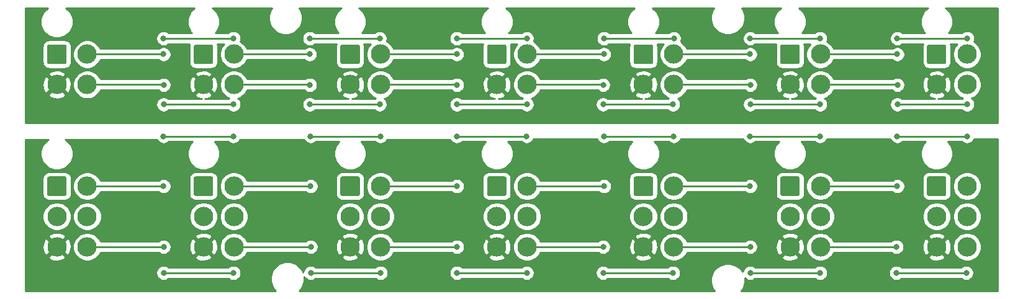
<source format=gbr>
G04 #@! TF.GenerationSoftware,KiCad,Pcbnew,(5.1.5)-3*
G04 #@! TF.CreationDate,2020-07-06T01:22:06-04:00*
G04 #@! TF.ProjectId,Master_slave Connector,4d617374-6572-45f7-936c-61766520436f,rev?*
G04 #@! TF.SameCoordinates,Original*
G04 #@! TF.FileFunction,Copper,L1,Top*
G04 #@! TF.FilePolarity,Positive*
%FSLAX46Y46*%
G04 Gerber Fmt 4.6, Leading zero omitted, Abs format (unit mm)*
G04 Created by KiCad (PCBNEW (5.1.5)-3) date 2020-07-06 01:22:06*
%MOMM*%
%LPD*%
G04 APERTURE LIST*
%ADD10C,0.100000*%
%ADD11C,2.640000*%
%ADD12C,0.800000*%
%ADD13C,0.250000*%
%ADD14C,0.254000*%
G04 APERTURE END LIST*
G04 #@! TA.AperFunction,ComponentPad*
D10*
G36*
X88136504Y-101151204D02*
G01*
X88160773Y-101154804D01*
X88184571Y-101160765D01*
X88207671Y-101169030D01*
X88229849Y-101179520D01*
X88250893Y-101192133D01*
X88270598Y-101206747D01*
X88288777Y-101223223D01*
X88305253Y-101241402D01*
X88319867Y-101261107D01*
X88332480Y-101282151D01*
X88342970Y-101304329D01*
X88351235Y-101327429D01*
X88357196Y-101351227D01*
X88360796Y-101375496D01*
X88362000Y-101400000D01*
X88362000Y-103540000D01*
X88360796Y-103564504D01*
X88357196Y-103588773D01*
X88351235Y-103612571D01*
X88342970Y-103635671D01*
X88332480Y-103657849D01*
X88319867Y-103678893D01*
X88305253Y-103698598D01*
X88288777Y-103716777D01*
X88270598Y-103733253D01*
X88250893Y-103747867D01*
X88229849Y-103760480D01*
X88207671Y-103770970D01*
X88184571Y-103779235D01*
X88160773Y-103785196D01*
X88136504Y-103788796D01*
X88112000Y-103790000D01*
X85972000Y-103790000D01*
X85947496Y-103788796D01*
X85923227Y-103785196D01*
X85899429Y-103779235D01*
X85876329Y-103770970D01*
X85854151Y-103760480D01*
X85833107Y-103747867D01*
X85813402Y-103733253D01*
X85795223Y-103716777D01*
X85778747Y-103698598D01*
X85764133Y-103678893D01*
X85751520Y-103657849D01*
X85741030Y-103635671D01*
X85732765Y-103612571D01*
X85726804Y-103588773D01*
X85723204Y-103564504D01*
X85722000Y-103540000D01*
X85722000Y-101400000D01*
X85723204Y-101375496D01*
X85726804Y-101351227D01*
X85732765Y-101327429D01*
X85741030Y-101304329D01*
X85751520Y-101282151D01*
X85764133Y-101261107D01*
X85778747Y-101241402D01*
X85795223Y-101223223D01*
X85813402Y-101206747D01*
X85833107Y-101192133D01*
X85854151Y-101179520D01*
X85876329Y-101169030D01*
X85899429Y-101160765D01*
X85923227Y-101154804D01*
X85947496Y-101151204D01*
X85972000Y-101150000D01*
X88112000Y-101150000D01*
X88136504Y-101151204D01*
G37*
G04 #@! TD.AperFunction*
D11*
X87042000Y-106610000D03*
X87042000Y-110750000D03*
X91182000Y-102470000D03*
X91182000Y-106610000D03*
X91182000Y-110750000D03*
X111182000Y-110750000D03*
X111182000Y-106610000D03*
X111182000Y-102470000D03*
X107042000Y-110750000D03*
X107042000Y-106610000D03*
G04 #@! TA.AperFunction,ComponentPad*
D10*
G36*
X108136504Y-101151204D02*
G01*
X108160773Y-101154804D01*
X108184571Y-101160765D01*
X108207671Y-101169030D01*
X108229849Y-101179520D01*
X108250893Y-101192133D01*
X108270598Y-101206747D01*
X108288777Y-101223223D01*
X108305253Y-101241402D01*
X108319867Y-101261107D01*
X108332480Y-101282151D01*
X108342970Y-101304329D01*
X108351235Y-101327429D01*
X108357196Y-101351227D01*
X108360796Y-101375496D01*
X108362000Y-101400000D01*
X108362000Y-103540000D01*
X108360796Y-103564504D01*
X108357196Y-103588773D01*
X108351235Y-103612571D01*
X108342970Y-103635671D01*
X108332480Y-103657849D01*
X108319867Y-103678893D01*
X108305253Y-103698598D01*
X108288777Y-103716777D01*
X108270598Y-103733253D01*
X108250893Y-103747867D01*
X108229849Y-103760480D01*
X108207671Y-103770970D01*
X108184571Y-103779235D01*
X108160773Y-103785196D01*
X108136504Y-103788796D01*
X108112000Y-103790000D01*
X105972000Y-103790000D01*
X105947496Y-103788796D01*
X105923227Y-103785196D01*
X105899429Y-103779235D01*
X105876329Y-103770970D01*
X105854151Y-103760480D01*
X105833107Y-103747867D01*
X105813402Y-103733253D01*
X105795223Y-103716777D01*
X105778747Y-103698598D01*
X105764133Y-103678893D01*
X105751520Y-103657849D01*
X105741030Y-103635671D01*
X105732765Y-103612571D01*
X105726804Y-103588773D01*
X105723204Y-103564504D01*
X105722000Y-103540000D01*
X105722000Y-101400000D01*
X105723204Y-101375496D01*
X105726804Y-101351227D01*
X105732765Y-101327429D01*
X105741030Y-101304329D01*
X105751520Y-101282151D01*
X105764133Y-101261107D01*
X105778747Y-101241402D01*
X105795223Y-101223223D01*
X105813402Y-101206747D01*
X105833107Y-101192133D01*
X105854151Y-101179520D01*
X105876329Y-101169030D01*
X105899429Y-101160765D01*
X105923227Y-101154804D01*
X105947496Y-101151204D01*
X105972000Y-101150000D01*
X108112000Y-101150000D01*
X108136504Y-101151204D01*
G37*
G04 #@! TD.AperFunction*
G04 #@! TA.AperFunction,ComponentPad*
G36*
X128136504Y-101151204D02*
G01*
X128160773Y-101154804D01*
X128184571Y-101160765D01*
X128207671Y-101169030D01*
X128229849Y-101179520D01*
X128250893Y-101192133D01*
X128270598Y-101206747D01*
X128288777Y-101223223D01*
X128305253Y-101241402D01*
X128319867Y-101261107D01*
X128332480Y-101282151D01*
X128342970Y-101304329D01*
X128351235Y-101327429D01*
X128357196Y-101351227D01*
X128360796Y-101375496D01*
X128362000Y-101400000D01*
X128362000Y-103540000D01*
X128360796Y-103564504D01*
X128357196Y-103588773D01*
X128351235Y-103612571D01*
X128342970Y-103635671D01*
X128332480Y-103657849D01*
X128319867Y-103678893D01*
X128305253Y-103698598D01*
X128288777Y-103716777D01*
X128270598Y-103733253D01*
X128250893Y-103747867D01*
X128229849Y-103760480D01*
X128207671Y-103770970D01*
X128184571Y-103779235D01*
X128160773Y-103785196D01*
X128136504Y-103788796D01*
X128112000Y-103790000D01*
X125972000Y-103790000D01*
X125947496Y-103788796D01*
X125923227Y-103785196D01*
X125899429Y-103779235D01*
X125876329Y-103770970D01*
X125854151Y-103760480D01*
X125833107Y-103747867D01*
X125813402Y-103733253D01*
X125795223Y-103716777D01*
X125778747Y-103698598D01*
X125764133Y-103678893D01*
X125751520Y-103657849D01*
X125741030Y-103635671D01*
X125732765Y-103612571D01*
X125726804Y-103588773D01*
X125723204Y-103564504D01*
X125722000Y-103540000D01*
X125722000Y-101400000D01*
X125723204Y-101375496D01*
X125726804Y-101351227D01*
X125732765Y-101327429D01*
X125741030Y-101304329D01*
X125751520Y-101282151D01*
X125764133Y-101261107D01*
X125778747Y-101241402D01*
X125795223Y-101223223D01*
X125813402Y-101206747D01*
X125833107Y-101192133D01*
X125854151Y-101179520D01*
X125876329Y-101169030D01*
X125899429Y-101160765D01*
X125923227Y-101154804D01*
X125947496Y-101151204D01*
X125972000Y-101150000D01*
X128112000Y-101150000D01*
X128136504Y-101151204D01*
G37*
G04 #@! TD.AperFunction*
D11*
X127042000Y-106610000D03*
X127042000Y-110750000D03*
X131182000Y-102470000D03*
X131182000Y-106610000D03*
X131182000Y-110750000D03*
X151182000Y-110750000D03*
X151182000Y-106610000D03*
X151182000Y-102470000D03*
X147042000Y-110750000D03*
X147042000Y-106610000D03*
G04 #@! TA.AperFunction,ComponentPad*
D10*
G36*
X148136504Y-101151204D02*
G01*
X148160773Y-101154804D01*
X148184571Y-101160765D01*
X148207671Y-101169030D01*
X148229849Y-101179520D01*
X148250893Y-101192133D01*
X148270598Y-101206747D01*
X148288777Y-101223223D01*
X148305253Y-101241402D01*
X148319867Y-101261107D01*
X148332480Y-101282151D01*
X148342970Y-101304329D01*
X148351235Y-101327429D01*
X148357196Y-101351227D01*
X148360796Y-101375496D01*
X148362000Y-101400000D01*
X148362000Y-103540000D01*
X148360796Y-103564504D01*
X148357196Y-103588773D01*
X148351235Y-103612571D01*
X148342970Y-103635671D01*
X148332480Y-103657849D01*
X148319867Y-103678893D01*
X148305253Y-103698598D01*
X148288777Y-103716777D01*
X148270598Y-103733253D01*
X148250893Y-103747867D01*
X148229849Y-103760480D01*
X148207671Y-103770970D01*
X148184571Y-103779235D01*
X148160773Y-103785196D01*
X148136504Y-103788796D01*
X148112000Y-103790000D01*
X145972000Y-103790000D01*
X145947496Y-103788796D01*
X145923227Y-103785196D01*
X145899429Y-103779235D01*
X145876329Y-103770970D01*
X145854151Y-103760480D01*
X145833107Y-103747867D01*
X145813402Y-103733253D01*
X145795223Y-103716777D01*
X145778747Y-103698598D01*
X145764133Y-103678893D01*
X145751520Y-103657849D01*
X145741030Y-103635671D01*
X145732765Y-103612571D01*
X145726804Y-103588773D01*
X145723204Y-103564504D01*
X145722000Y-103540000D01*
X145722000Y-101400000D01*
X145723204Y-101375496D01*
X145726804Y-101351227D01*
X145732765Y-101327429D01*
X145741030Y-101304329D01*
X145751520Y-101282151D01*
X145764133Y-101261107D01*
X145778747Y-101241402D01*
X145795223Y-101223223D01*
X145813402Y-101206747D01*
X145833107Y-101192133D01*
X145854151Y-101179520D01*
X145876329Y-101169030D01*
X145899429Y-101160765D01*
X145923227Y-101154804D01*
X145947496Y-101151204D01*
X145972000Y-101150000D01*
X148112000Y-101150000D01*
X148136504Y-101151204D01*
G37*
G04 #@! TD.AperFunction*
G04 #@! TA.AperFunction,ComponentPad*
G36*
X168136504Y-101151204D02*
G01*
X168160773Y-101154804D01*
X168184571Y-101160765D01*
X168207671Y-101169030D01*
X168229849Y-101179520D01*
X168250893Y-101192133D01*
X168270598Y-101206747D01*
X168288777Y-101223223D01*
X168305253Y-101241402D01*
X168319867Y-101261107D01*
X168332480Y-101282151D01*
X168342970Y-101304329D01*
X168351235Y-101327429D01*
X168357196Y-101351227D01*
X168360796Y-101375496D01*
X168362000Y-101400000D01*
X168362000Y-103540000D01*
X168360796Y-103564504D01*
X168357196Y-103588773D01*
X168351235Y-103612571D01*
X168342970Y-103635671D01*
X168332480Y-103657849D01*
X168319867Y-103678893D01*
X168305253Y-103698598D01*
X168288777Y-103716777D01*
X168270598Y-103733253D01*
X168250893Y-103747867D01*
X168229849Y-103760480D01*
X168207671Y-103770970D01*
X168184571Y-103779235D01*
X168160773Y-103785196D01*
X168136504Y-103788796D01*
X168112000Y-103790000D01*
X165972000Y-103790000D01*
X165947496Y-103788796D01*
X165923227Y-103785196D01*
X165899429Y-103779235D01*
X165876329Y-103770970D01*
X165854151Y-103760480D01*
X165833107Y-103747867D01*
X165813402Y-103733253D01*
X165795223Y-103716777D01*
X165778747Y-103698598D01*
X165764133Y-103678893D01*
X165751520Y-103657849D01*
X165741030Y-103635671D01*
X165732765Y-103612571D01*
X165726804Y-103588773D01*
X165723204Y-103564504D01*
X165722000Y-103540000D01*
X165722000Y-101400000D01*
X165723204Y-101375496D01*
X165726804Y-101351227D01*
X165732765Y-101327429D01*
X165741030Y-101304329D01*
X165751520Y-101282151D01*
X165764133Y-101261107D01*
X165778747Y-101241402D01*
X165795223Y-101223223D01*
X165813402Y-101206747D01*
X165833107Y-101192133D01*
X165854151Y-101179520D01*
X165876329Y-101169030D01*
X165899429Y-101160765D01*
X165923227Y-101154804D01*
X165947496Y-101151204D01*
X165972000Y-101150000D01*
X168112000Y-101150000D01*
X168136504Y-101151204D01*
G37*
G04 #@! TD.AperFunction*
D11*
X167042000Y-106610000D03*
X167042000Y-110750000D03*
X171182000Y-102470000D03*
X171182000Y-106610000D03*
X171182000Y-110750000D03*
X191182000Y-110750000D03*
X191182000Y-106610000D03*
X191182000Y-102470000D03*
X187042000Y-110750000D03*
X187042000Y-106610000D03*
G04 #@! TA.AperFunction,ComponentPad*
D10*
G36*
X188136504Y-101151204D02*
G01*
X188160773Y-101154804D01*
X188184571Y-101160765D01*
X188207671Y-101169030D01*
X188229849Y-101179520D01*
X188250893Y-101192133D01*
X188270598Y-101206747D01*
X188288777Y-101223223D01*
X188305253Y-101241402D01*
X188319867Y-101261107D01*
X188332480Y-101282151D01*
X188342970Y-101304329D01*
X188351235Y-101327429D01*
X188357196Y-101351227D01*
X188360796Y-101375496D01*
X188362000Y-101400000D01*
X188362000Y-103540000D01*
X188360796Y-103564504D01*
X188357196Y-103588773D01*
X188351235Y-103612571D01*
X188342970Y-103635671D01*
X188332480Y-103657849D01*
X188319867Y-103678893D01*
X188305253Y-103698598D01*
X188288777Y-103716777D01*
X188270598Y-103733253D01*
X188250893Y-103747867D01*
X188229849Y-103760480D01*
X188207671Y-103770970D01*
X188184571Y-103779235D01*
X188160773Y-103785196D01*
X188136504Y-103788796D01*
X188112000Y-103790000D01*
X185972000Y-103790000D01*
X185947496Y-103788796D01*
X185923227Y-103785196D01*
X185899429Y-103779235D01*
X185876329Y-103770970D01*
X185854151Y-103760480D01*
X185833107Y-103747867D01*
X185813402Y-103733253D01*
X185795223Y-103716777D01*
X185778747Y-103698598D01*
X185764133Y-103678893D01*
X185751520Y-103657849D01*
X185741030Y-103635671D01*
X185732765Y-103612571D01*
X185726804Y-103588773D01*
X185723204Y-103564504D01*
X185722000Y-103540000D01*
X185722000Y-101400000D01*
X185723204Y-101375496D01*
X185726804Y-101351227D01*
X185732765Y-101327429D01*
X185741030Y-101304329D01*
X185751520Y-101282151D01*
X185764133Y-101261107D01*
X185778747Y-101241402D01*
X185795223Y-101223223D01*
X185813402Y-101206747D01*
X185833107Y-101192133D01*
X185854151Y-101179520D01*
X185876329Y-101169030D01*
X185899429Y-101160765D01*
X185923227Y-101154804D01*
X185947496Y-101151204D01*
X185972000Y-101150000D01*
X188112000Y-101150000D01*
X188136504Y-101151204D01*
G37*
G04 #@! TD.AperFunction*
G04 #@! TA.AperFunction,ComponentPad*
G36*
X208136504Y-101151204D02*
G01*
X208160773Y-101154804D01*
X208184571Y-101160765D01*
X208207671Y-101169030D01*
X208229849Y-101179520D01*
X208250893Y-101192133D01*
X208270598Y-101206747D01*
X208288777Y-101223223D01*
X208305253Y-101241402D01*
X208319867Y-101261107D01*
X208332480Y-101282151D01*
X208342970Y-101304329D01*
X208351235Y-101327429D01*
X208357196Y-101351227D01*
X208360796Y-101375496D01*
X208362000Y-101400000D01*
X208362000Y-103540000D01*
X208360796Y-103564504D01*
X208357196Y-103588773D01*
X208351235Y-103612571D01*
X208342970Y-103635671D01*
X208332480Y-103657849D01*
X208319867Y-103678893D01*
X208305253Y-103698598D01*
X208288777Y-103716777D01*
X208270598Y-103733253D01*
X208250893Y-103747867D01*
X208229849Y-103760480D01*
X208207671Y-103770970D01*
X208184571Y-103779235D01*
X208160773Y-103785196D01*
X208136504Y-103788796D01*
X208112000Y-103790000D01*
X205972000Y-103790000D01*
X205947496Y-103788796D01*
X205923227Y-103785196D01*
X205899429Y-103779235D01*
X205876329Y-103770970D01*
X205854151Y-103760480D01*
X205833107Y-103747867D01*
X205813402Y-103733253D01*
X205795223Y-103716777D01*
X205778747Y-103698598D01*
X205764133Y-103678893D01*
X205751520Y-103657849D01*
X205741030Y-103635671D01*
X205732765Y-103612571D01*
X205726804Y-103588773D01*
X205723204Y-103564504D01*
X205722000Y-103540000D01*
X205722000Y-101400000D01*
X205723204Y-101375496D01*
X205726804Y-101351227D01*
X205732765Y-101327429D01*
X205741030Y-101304329D01*
X205751520Y-101282151D01*
X205764133Y-101261107D01*
X205778747Y-101241402D01*
X205795223Y-101223223D01*
X205813402Y-101206747D01*
X205833107Y-101192133D01*
X205854151Y-101179520D01*
X205876329Y-101169030D01*
X205899429Y-101160765D01*
X205923227Y-101154804D01*
X205947496Y-101151204D01*
X205972000Y-101150000D01*
X208112000Y-101150000D01*
X208136504Y-101151204D01*
G37*
G04 #@! TD.AperFunction*
D11*
X207042000Y-106610000D03*
X207042000Y-110750000D03*
X211182000Y-102470000D03*
X211182000Y-106610000D03*
X211182000Y-110750000D03*
X91182000Y-88610000D03*
X91182000Y-84470000D03*
X87042000Y-88610000D03*
G04 #@! TA.AperFunction,ComponentPad*
D10*
G36*
X88136504Y-83151204D02*
G01*
X88160773Y-83154804D01*
X88184571Y-83160765D01*
X88207671Y-83169030D01*
X88229849Y-83179520D01*
X88250893Y-83192133D01*
X88270598Y-83206747D01*
X88288777Y-83223223D01*
X88305253Y-83241402D01*
X88319867Y-83261107D01*
X88332480Y-83282151D01*
X88342970Y-83304329D01*
X88351235Y-83327429D01*
X88357196Y-83351227D01*
X88360796Y-83375496D01*
X88362000Y-83400000D01*
X88362000Y-85540000D01*
X88360796Y-85564504D01*
X88357196Y-85588773D01*
X88351235Y-85612571D01*
X88342970Y-85635671D01*
X88332480Y-85657849D01*
X88319867Y-85678893D01*
X88305253Y-85698598D01*
X88288777Y-85716777D01*
X88270598Y-85733253D01*
X88250893Y-85747867D01*
X88229849Y-85760480D01*
X88207671Y-85770970D01*
X88184571Y-85779235D01*
X88160773Y-85785196D01*
X88136504Y-85788796D01*
X88112000Y-85790000D01*
X85972000Y-85790000D01*
X85947496Y-85788796D01*
X85923227Y-85785196D01*
X85899429Y-85779235D01*
X85876329Y-85770970D01*
X85854151Y-85760480D01*
X85833107Y-85747867D01*
X85813402Y-85733253D01*
X85795223Y-85716777D01*
X85778747Y-85698598D01*
X85764133Y-85678893D01*
X85751520Y-85657849D01*
X85741030Y-85635671D01*
X85732765Y-85612571D01*
X85726804Y-85588773D01*
X85723204Y-85564504D01*
X85722000Y-85540000D01*
X85722000Y-83400000D01*
X85723204Y-83375496D01*
X85726804Y-83351227D01*
X85732765Y-83327429D01*
X85741030Y-83304329D01*
X85751520Y-83282151D01*
X85764133Y-83261107D01*
X85778747Y-83241402D01*
X85795223Y-83223223D01*
X85813402Y-83206747D01*
X85833107Y-83192133D01*
X85854151Y-83179520D01*
X85876329Y-83169030D01*
X85899429Y-83160765D01*
X85923227Y-83154804D01*
X85947496Y-83151204D01*
X85972000Y-83150000D01*
X88112000Y-83150000D01*
X88136504Y-83151204D01*
G37*
G04 #@! TD.AperFunction*
G04 #@! TA.AperFunction,ComponentPad*
G36*
X108136504Y-83151204D02*
G01*
X108160773Y-83154804D01*
X108184571Y-83160765D01*
X108207671Y-83169030D01*
X108229849Y-83179520D01*
X108250893Y-83192133D01*
X108270598Y-83206747D01*
X108288777Y-83223223D01*
X108305253Y-83241402D01*
X108319867Y-83261107D01*
X108332480Y-83282151D01*
X108342970Y-83304329D01*
X108351235Y-83327429D01*
X108357196Y-83351227D01*
X108360796Y-83375496D01*
X108362000Y-83400000D01*
X108362000Y-85540000D01*
X108360796Y-85564504D01*
X108357196Y-85588773D01*
X108351235Y-85612571D01*
X108342970Y-85635671D01*
X108332480Y-85657849D01*
X108319867Y-85678893D01*
X108305253Y-85698598D01*
X108288777Y-85716777D01*
X108270598Y-85733253D01*
X108250893Y-85747867D01*
X108229849Y-85760480D01*
X108207671Y-85770970D01*
X108184571Y-85779235D01*
X108160773Y-85785196D01*
X108136504Y-85788796D01*
X108112000Y-85790000D01*
X105972000Y-85790000D01*
X105947496Y-85788796D01*
X105923227Y-85785196D01*
X105899429Y-85779235D01*
X105876329Y-85770970D01*
X105854151Y-85760480D01*
X105833107Y-85747867D01*
X105813402Y-85733253D01*
X105795223Y-85716777D01*
X105778747Y-85698598D01*
X105764133Y-85678893D01*
X105751520Y-85657849D01*
X105741030Y-85635671D01*
X105732765Y-85612571D01*
X105726804Y-85588773D01*
X105723204Y-85564504D01*
X105722000Y-85540000D01*
X105722000Y-83400000D01*
X105723204Y-83375496D01*
X105726804Y-83351227D01*
X105732765Y-83327429D01*
X105741030Y-83304329D01*
X105751520Y-83282151D01*
X105764133Y-83261107D01*
X105778747Y-83241402D01*
X105795223Y-83223223D01*
X105813402Y-83206747D01*
X105833107Y-83192133D01*
X105854151Y-83179520D01*
X105876329Y-83169030D01*
X105899429Y-83160765D01*
X105923227Y-83154804D01*
X105947496Y-83151204D01*
X105972000Y-83150000D01*
X108112000Y-83150000D01*
X108136504Y-83151204D01*
G37*
G04 #@! TD.AperFunction*
D11*
X107042000Y-88610000D03*
X111182000Y-84470000D03*
X111182000Y-88610000D03*
X131182000Y-88610000D03*
X131182000Y-84470000D03*
X127042000Y-88610000D03*
G04 #@! TA.AperFunction,ComponentPad*
D10*
G36*
X128136504Y-83151204D02*
G01*
X128160773Y-83154804D01*
X128184571Y-83160765D01*
X128207671Y-83169030D01*
X128229849Y-83179520D01*
X128250893Y-83192133D01*
X128270598Y-83206747D01*
X128288777Y-83223223D01*
X128305253Y-83241402D01*
X128319867Y-83261107D01*
X128332480Y-83282151D01*
X128342970Y-83304329D01*
X128351235Y-83327429D01*
X128357196Y-83351227D01*
X128360796Y-83375496D01*
X128362000Y-83400000D01*
X128362000Y-85540000D01*
X128360796Y-85564504D01*
X128357196Y-85588773D01*
X128351235Y-85612571D01*
X128342970Y-85635671D01*
X128332480Y-85657849D01*
X128319867Y-85678893D01*
X128305253Y-85698598D01*
X128288777Y-85716777D01*
X128270598Y-85733253D01*
X128250893Y-85747867D01*
X128229849Y-85760480D01*
X128207671Y-85770970D01*
X128184571Y-85779235D01*
X128160773Y-85785196D01*
X128136504Y-85788796D01*
X128112000Y-85790000D01*
X125972000Y-85790000D01*
X125947496Y-85788796D01*
X125923227Y-85785196D01*
X125899429Y-85779235D01*
X125876329Y-85770970D01*
X125854151Y-85760480D01*
X125833107Y-85747867D01*
X125813402Y-85733253D01*
X125795223Y-85716777D01*
X125778747Y-85698598D01*
X125764133Y-85678893D01*
X125751520Y-85657849D01*
X125741030Y-85635671D01*
X125732765Y-85612571D01*
X125726804Y-85588773D01*
X125723204Y-85564504D01*
X125722000Y-85540000D01*
X125722000Y-83400000D01*
X125723204Y-83375496D01*
X125726804Y-83351227D01*
X125732765Y-83327429D01*
X125741030Y-83304329D01*
X125751520Y-83282151D01*
X125764133Y-83261107D01*
X125778747Y-83241402D01*
X125795223Y-83223223D01*
X125813402Y-83206747D01*
X125833107Y-83192133D01*
X125854151Y-83179520D01*
X125876329Y-83169030D01*
X125899429Y-83160765D01*
X125923227Y-83154804D01*
X125947496Y-83151204D01*
X125972000Y-83150000D01*
X128112000Y-83150000D01*
X128136504Y-83151204D01*
G37*
G04 #@! TD.AperFunction*
G04 #@! TA.AperFunction,ComponentPad*
G36*
X148136504Y-83151204D02*
G01*
X148160773Y-83154804D01*
X148184571Y-83160765D01*
X148207671Y-83169030D01*
X148229849Y-83179520D01*
X148250893Y-83192133D01*
X148270598Y-83206747D01*
X148288777Y-83223223D01*
X148305253Y-83241402D01*
X148319867Y-83261107D01*
X148332480Y-83282151D01*
X148342970Y-83304329D01*
X148351235Y-83327429D01*
X148357196Y-83351227D01*
X148360796Y-83375496D01*
X148362000Y-83400000D01*
X148362000Y-85540000D01*
X148360796Y-85564504D01*
X148357196Y-85588773D01*
X148351235Y-85612571D01*
X148342970Y-85635671D01*
X148332480Y-85657849D01*
X148319867Y-85678893D01*
X148305253Y-85698598D01*
X148288777Y-85716777D01*
X148270598Y-85733253D01*
X148250893Y-85747867D01*
X148229849Y-85760480D01*
X148207671Y-85770970D01*
X148184571Y-85779235D01*
X148160773Y-85785196D01*
X148136504Y-85788796D01*
X148112000Y-85790000D01*
X145972000Y-85790000D01*
X145947496Y-85788796D01*
X145923227Y-85785196D01*
X145899429Y-85779235D01*
X145876329Y-85770970D01*
X145854151Y-85760480D01*
X145833107Y-85747867D01*
X145813402Y-85733253D01*
X145795223Y-85716777D01*
X145778747Y-85698598D01*
X145764133Y-85678893D01*
X145751520Y-85657849D01*
X145741030Y-85635671D01*
X145732765Y-85612571D01*
X145726804Y-85588773D01*
X145723204Y-85564504D01*
X145722000Y-85540000D01*
X145722000Y-83400000D01*
X145723204Y-83375496D01*
X145726804Y-83351227D01*
X145732765Y-83327429D01*
X145741030Y-83304329D01*
X145751520Y-83282151D01*
X145764133Y-83261107D01*
X145778747Y-83241402D01*
X145795223Y-83223223D01*
X145813402Y-83206747D01*
X145833107Y-83192133D01*
X145854151Y-83179520D01*
X145876329Y-83169030D01*
X145899429Y-83160765D01*
X145923227Y-83154804D01*
X145947496Y-83151204D01*
X145972000Y-83150000D01*
X148112000Y-83150000D01*
X148136504Y-83151204D01*
G37*
G04 #@! TD.AperFunction*
D11*
X147042000Y-88610000D03*
X151182000Y-84470000D03*
X151182000Y-88610000D03*
X171182000Y-88610000D03*
X171182000Y-84470000D03*
X167042000Y-88610000D03*
G04 #@! TA.AperFunction,ComponentPad*
D10*
G36*
X168136504Y-83151204D02*
G01*
X168160773Y-83154804D01*
X168184571Y-83160765D01*
X168207671Y-83169030D01*
X168229849Y-83179520D01*
X168250893Y-83192133D01*
X168270598Y-83206747D01*
X168288777Y-83223223D01*
X168305253Y-83241402D01*
X168319867Y-83261107D01*
X168332480Y-83282151D01*
X168342970Y-83304329D01*
X168351235Y-83327429D01*
X168357196Y-83351227D01*
X168360796Y-83375496D01*
X168362000Y-83400000D01*
X168362000Y-85540000D01*
X168360796Y-85564504D01*
X168357196Y-85588773D01*
X168351235Y-85612571D01*
X168342970Y-85635671D01*
X168332480Y-85657849D01*
X168319867Y-85678893D01*
X168305253Y-85698598D01*
X168288777Y-85716777D01*
X168270598Y-85733253D01*
X168250893Y-85747867D01*
X168229849Y-85760480D01*
X168207671Y-85770970D01*
X168184571Y-85779235D01*
X168160773Y-85785196D01*
X168136504Y-85788796D01*
X168112000Y-85790000D01*
X165972000Y-85790000D01*
X165947496Y-85788796D01*
X165923227Y-85785196D01*
X165899429Y-85779235D01*
X165876329Y-85770970D01*
X165854151Y-85760480D01*
X165833107Y-85747867D01*
X165813402Y-85733253D01*
X165795223Y-85716777D01*
X165778747Y-85698598D01*
X165764133Y-85678893D01*
X165751520Y-85657849D01*
X165741030Y-85635671D01*
X165732765Y-85612571D01*
X165726804Y-85588773D01*
X165723204Y-85564504D01*
X165722000Y-85540000D01*
X165722000Y-83400000D01*
X165723204Y-83375496D01*
X165726804Y-83351227D01*
X165732765Y-83327429D01*
X165741030Y-83304329D01*
X165751520Y-83282151D01*
X165764133Y-83261107D01*
X165778747Y-83241402D01*
X165795223Y-83223223D01*
X165813402Y-83206747D01*
X165833107Y-83192133D01*
X165854151Y-83179520D01*
X165876329Y-83169030D01*
X165899429Y-83160765D01*
X165923227Y-83154804D01*
X165947496Y-83151204D01*
X165972000Y-83150000D01*
X168112000Y-83150000D01*
X168136504Y-83151204D01*
G37*
G04 #@! TD.AperFunction*
G04 #@! TA.AperFunction,ComponentPad*
G36*
X188136504Y-83151204D02*
G01*
X188160773Y-83154804D01*
X188184571Y-83160765D01*
X188207671Y-83169030D01*
X188229849Y-83179520D01*
X188250893Y-83192133D01*
X188270598Y-83206747D01*
X188288777Y-83223223D01*
X188305253Y-83241402D01*
X188319867Y-83261107D01*
X188332480Y-83282151D01*
X188342970Y-83304329D01*
X188351235Y-83327429D01*
X188357196Y-83351227D01*
X188360796Y-83375496D01*
X188362000Y-83400000D01*
X188362000Y-85540000D01*
X188360796Y-85564504D01*
X188357196Y-85588773D01*
X188351235Y-85612571D01*
X188342970Y-85635671D01*
X188332480Y-85657849D01*
X188319867Y-85678893D01*
X188305253Y-85698598D01*
X188288777Y-85716777D01*
X188270598Y-85733253D01*
X188250893Y-85747867D01*
X188229849Y-85760480D01*
X188207671Y-85770970D01*
X188184571Y-85779235D01*
X188160773Y-85785196D01*
X188136504Y-85788796D01*
X188112000Y-85790000D01*
X185972000Y-85790000D01*
X185947496Y-85788796D01*
X185923227Y-85785196D01*
X185899429Y-85779235D01*
X185876329Y-85770970D01*
X185854151Y-85760480D01*
X185833107Y-85747867D01*
X185813402Y-85733253D01*
X185795223Y-85716777D01*
X185778747Y-85698598D01*
X185764133Y-85678893D01*
X185751520Y-85657849D01*
X185741030Y-85635671D01*
X185732765Y-85612571D01*
X185726804Y-85588773D01*
X185723204Y-85564504D01*
X185722000Y-85540000D01*
X185722000Y-83400000D01*
X185723204Y-83375496D01*
X185726804Y-83351227D01*
X185732765Y-83327429D01*
X185741030Y-83304329D01*
X185751520Y-83282151D01*
X185764133Y-83261107D01*
X185778747Y-83241402D01*
X185795223Y-83223223D01*
X185813402Y-83206747D01*
X185833107Y-83192133D01*
X185854151Y-83179520D01*
X185876329Y-83169030D01*
X185899429Y-83160765D01*
X185923227Y-83154804D01*
X185947496Y-83151204D01*
X185972000Y-83150000D01*
X188112000Y-83150000D01*
X188136504Y-83151204D01*
G37*
G04 #@! TD.AperFunction*
D11*
X187042000Y-88610000D03*
X191182000Y-84470000D03*
X191182000Y-88610000D03*
G04 #@! TA.AperFunction,ComponentPad*
D10*
G36*
X208136504Y-83151204D02*
G01*
X208160773Y-83154804D01*
X208184571Y-83160765D01*
X208207671Y-83169030D01*
X208229849Y-83179520D01*
X208250893Y-83192133D01*
X208270598Y-83206747D01*
X208288777Y-83223223D01*
X208305253Y-83241402D01*
X208319867Y-83261107D01*
X208332480Y-83282151D01*
X208342970Y-83304329D01*
X208351235Y-83327429D01*
X208357196Y-83351227D01*
X208360796Y-83375496D01*
X208362000Y-83400000D01*
X208362000Y-85540000D01*
X208360796Y-85564504D01*
X208357196Y-85588773D01*
X208351235Y-85612571D01*
X208342970Y-85635671D01*
X208332480Y-85657849D01*
X208319867Y-85678893D01*
X208305253Y-85698598D01*
X208288777Y-85716777D01*
X208270598Y-85733253D01*
X208250893Y-85747867D01*
X208229849Y-85760480D01*
X208207671Y-85770970D01*
X208184571Y-85779235D01*
X208160773Y-85785196D01*
X208136504Y-85788796D01*
X208112000Y-85790000D01*
X205972000Y-85790000D01*
X205947496Y-85788796D01*
X205923227Y-85785196D01*
X205899429Y-85779235D01*
X205876329Y-85770970D01*
X205854151Y-85760480D01*
X205833107Y-85747867D01*
X205813402Y-85733253D01*
X205795223Y-85716777D01*
X205778747Y-85698598D01*
X205764133Y-85678893D01*
X205751520Y-85657849D01*
X205741030Y-85635671D01*
X205732765Y-85612571D01*
X205726804Y-85588773D01*
X205723204Y-85564504D01*
X205722000Y-85540000D01*
X205722000Y-83400000D01*
X205723204Y-83375496D01*
X205726804Y-83351227D01*
X205732765Y-83327429D01*
X205741030Y-83304329D01*
X205751520Y-83282151D01*
X205764133Y-83261107D01*
X205778747Y-83241402D01*
X205795223Y-83223223D01*
X205813402Y-83206747D01*
X205833107Y-83192133D01*
X205854151Y-83179520D01*
X205876329Y-83169030D01*
X205899429Y-83160765D01*
X205923227Y-83154804D01*
X205947496Y-83151204D01*
X205972000Y-83150000D01*
X208112000Y-83150000D01*
X208136504Y-83151204D01*
G37*
G04 #@! TD.AperFunction*
D11*
X207042000Y-88610000D03*
X211182000Y-84470000D03*
X211182000Y-88610000D03*
D12*
X201657000Y-102470000D03*
X211182000Y-95650000D03*
X201657000Y-95650000D03*
X181591000Y-102470000D03*
X191116000Y-95650000D03*
X181591000Y-95650000D03*
X161652000Y-102470000D03*
X171177000Y-95650000D03*
X161652000Y-95650000D03*
X141586000Y-102470000D03*
X151111000Y-95650000D03*
X141586000Y-95650000D03*
X121647000Y-102470000D03*
X131172000Y-95650000D03*
X121647000Y-95650000D03*
X101581000Y-102470000D03*
X101581000Y-95650000D03*
X111106000Y-95650000D03*
X201549000Y-114300000D03*
X201549000Y-110744000D03*
X211074000Y-114300000D03*
X181610000Y-114300000D03*
X181610000Y-110744000D03*
X191135000Y-114300000D03*
X161544000Y-114300000D03*
X161544000Y-110744000D03*
X171069000Y-114300000D03*
X141605000Y-114300000D03*
X141605000Y-110744000D03*
X151130000Y-114300000D03*
X121666000Y-114300000D03*
X121666000Y-110744000D03*
X131191000Y-114300000D03*
X101600000Y-110744000D03*
X101600000Y-114300000D03*
X111125000Y-114300000D03*
X211201000Y-91313000D03*
X201676000Y-91313000D03*
X201676000Y-88646000D03*
X191135000Y-91313000D03*
X181610000Y-91313000D03*
X181610000Y-88646000D03*
X171069000Y-91313000D03*
X161544000Y-91313000D03*
X161544000Y-88646000D03*
X151130000Y-91313000D03*
X141605000Y-91313000D03*
X141605000Y-88646000D03*
X131064000Y-91313000D03*
X121539000Y-91313000D03*
X121539000Y-88646000D03*
X101600000Y-88646000D03*
X101600000Y-91313000D03*
X111125000Y-91313000D03*
X211201000Y-82296000D03*
X201661000Y-84470000D03*
X201661000Y-82311000D03*
X191135000Y-82296000D03*
X181595000Y-84470000D03*
X181595000Y-82311000D03*
X171196000Y-82296000D03*
X161656000Y-84470000D03*
X161656000Y-82311000D03*
X151130000Y-82296000D03*
X141590000Y-84470000D03*
X141590000Y-82311000D03*
X131064000Y-82296000D03*
X121524000Y-84470000D03*
X121524000Y-82311000D03*
X101585000Y-84470000D03*
X101585000Y-82311000D03*
X111125000Y-82296000D03*
D13*
X201657000Y-95650000D02*
X211182000Y-95650000D01*
X191258000Y-102470000D02*
X201657000Y-102470000D01*
X181591000Y-95650000D02*
X191116000Y-95650000D01*
X171192000Y-102470000D02*
X181591000Y-102470000D01*
X161652000Y-95650000D02*
X171177000Y-95650000D01*
X151253000Y-102470000D02*
X161652000Y-102470000D01*
X141586000Y-95650000D02*
X151111000Y-95650000D01*
X131187000Y-102470000D02*
X141586000Y-102470000D01*
X121647000Y-95650000D02*
X131172000Y-95650000D01*
X111248000Y-102470000D02*
X121647000Y-102470000D01*
X91182000Y-102470000D02*
X101581000Y-102470000D01*
X101581000Y-95650000D02*
X111106000Y-95650000D01*
X201549000Y-114300000D02*
X211074000Y-114300000D01*
X201543000Y-110750000D02*
X201549000Y-110744000D01*
X191131000Y-110750000D02*
X201543000Y-110750000D01*
X181610000Y-114300000D02*
X191135000Y-114300000D01*
X181604000Y-110750000D02*
X181610000Y-110744000D01*
X171192000Y-110750000D02*
X181604000Y-110750000D01*
X161544000Y-114300000D02*
X171069000Y-114300000D01*
X161538000Y-110750000D02*
X161544000Y-110744000D01*
X151126000Y-110750000D02*
X161538000Y-110750000D01*
X141605000Y-114300000D02*
X151130000Y-114300000D01*
X141599000Y-110750000D02*
X141605000Y-110744000D01*
X131187000Y-110750000D02*
X141599000Y-110750000D01*
X121666000Y-114300000D02*
X131191000Y-114300000D01*
X121660000Y-110750000D02*
X121666000Y-110744000D01*
X111248000Y-110750000D02*
X121660000Y-110750000D01*
X91182000Y-110750000D02*
X101594000Y-110750000D01*
X101594000Y-110750000D02*
X101600000Y-110744000D01*
X101600000Y-114300000D02*
X111125000Y-114300000D01*
X191258000Y-88610000D02*
X201640000Y-88610000D01*
X201640000Y-88610000D02*
X201676000Y-88646000D01*
X201676000Y-91313000D02*
X211201000Y-91313000D01*
X171192000Y-88610000D02*
X181574000Y-88610000D01*
X181574000Y-88610000D02*
X181610000Y-88646000D01*
X181610000Y-91313000D02*
X191135000Y-91313000D01*
X151126000Y-88610000D02*
X161508000Y-88610000D01*
X161508000Y-88610000D02*
X161544000Y-88646000D01*
X161544000Y-91313000D02*
X171069000Y-91313000D01*
X131187000Y-88610000D02*
X141569000Y-88610000D01*
X141569000Y-88610000D02*
X141605000Y-88646000D01*
X141605000Y-91313000D02*
X151130000Y-91313000D01*
X111121000Y-88610000D02*
X121503000Y-88610000D01*
X121503000Y-88610000D02*
X121539000Y-88646000D01*
X121539000Y-91313000D02*
X131064000Y-91313000D01*
X91182000Y-88610000D02*
X101564000Y-88610000D01*
X101564000Y-88610000D02*
X101600000Y-88646000D01*
X101600000Y-91313000D02*
X111125000Y-91313000D01*
X210962000Y-82311000D02*
X210977000Y-82296000D01*
X201661000Y-82311000D02*
X210962000Y-82311000D01*
X210977000Y-82296000D02*
X211201000Y-82296000D01*
X191258000Y-84470000D02*
X201661000Y-84470000D01*
X190896000Y-82311000D02*
X190911000Y-82296000D01*
X181595000Y-82311000D02*
X190896000Y-82311000D01*
X190911000Y-82296000D02*
X191135000Y-82296000D01*
X171192000Y-84470000D02*
X181595000Y-84470000D01*
X170957000Y-82311000D02*
X170972000Y-82296000D01*
X161656000Y-82311000D02*
X170957000Y-82311000D01*
X170972000Y-82296000D02*
X171196000Y-82296000D01*
X151253000Y-84470000D02*
X161656000Y-84470000D01*
X150891000Y-82311000D02*
X150906000Y-82296000D01*
X141590000Y-82311000D02*
X150891000Y-82311000D01*
X150906000Y-82296000D02*
X151130000Y-82296000D01*
X131187000Y-84470000D02*
X141590000Y-84470000D01*
X130825000Y-82311000D02*
X130840000Y-82296000D01*
X121524000Y-82311000D02*
X130825000Y-82311000D01*
X130840000Y-82296000D02*
X131064000Y-82296000D01*
X111121000Y-84470000D02*
X121524000Y-84470000D01*
X91182000Y-84470000D02*
X101585000Y-84470000D01*
X101585000Y-82311000D02*
X110886000Y-82311000D01*
X110886000Y-82311000D02*
X110901000Y-82296000D01*
X110901000Y-82296000D02*
X111125000Y-82296000D01*
D14*
G36*
X215347001Y-116775000D02*
G01*
X180357947Y-116775000D01*
X180603648Y-116407283D01*
X180777317Y-115988009D01*
X180865853Y-115542910D01*
X180865853Y-115089090D01*
X180848589Y-115002300D01*
X180950226Y-115103937D01*
X181119744Y-115217205D01*
X181308102Y-115295226D01*
X181508061Y-115335000D01*
X181711939Y-115335000D01*
X181911898Y-115295226D01*
X182100256Y-115217205D01*
X182269774Y-115103937D01*
X182313711Y-115060000D01*
X190431289Y-115060000D01*
X190475226Y-115103937D01*
X190644744Y-115217205D01*
X190833102Y-115295226D01*
X191033061Y-115335000D01*
X191236939Y-115335000D01*
X191436898Y-115295226D01*
X191625256Y-115217205D01*
X191794774Y-115103937D01*
X191938937Y-114959774D01*
X192052205Y-114790256D01*
X192130226Y-114601898D01*
X192170000Y-114401939D01*
X192170000Y-114198061D01*
X200514000Y-114198061D01*
X200514000Y-114401939D01*
X200553774Y-114601898D01*
X200631795Y-114790256D01*
X200745063Y-114959774D01*
X200889226Y-115103937D01*
X201058744Y-115217205D01*
X201247102Y-115295226D01*
X201447061Y-115335000D01*
X201650939Y-115335000D01*
X201850898Y-115295226D01*
X202039256Y-115217205D01*
X202208774Y-115103937D01*
X202252711Y-115060000D01*
X210370289Y-115060000D01*
X210414226Y-115103937D01*
X210583744Y-115217205D01*
X210772102Y-115295226D01*
X210972061Y-115335000D01*
X211175939Y-115335000D01*
X211375898Y-115295226D01*
X211564256Y-115217205D01*
X211733774Y-115103937D01*
X211877937Y-114959774D01*
X211991205Y-114790256D01*
X212069226Y-114601898D01*
X212109000Y-114401939D01*
X212109000Y-114198061D01*
X212069226Y-113998102D01*
X211991205Y-113809744D01*
X211877937Y-113640226D01*
X211733774Y-113496063D01*
X211564256Y-113382795D01*
X211375898Y-113304774D01*
X211175939Y-113265000D01*
X210972061Y-113265000D01*
X210772102Y-113304774D01*
X210583744Y-113382795D01*
X210414226Y-113496063D01*
X210370289Y-113540000D01*
X202252711Y-113540000D01*
X202208774Y-113496063D01*
X202039256Y-113382795D01*
X201850898Y-113304774D01*
X201650939Y-113265000D01*
X201447061Y-113265000D01*
X201247102Y-113304774D01*
X201058744Y-113382795D01*
X200889226Y-113496063D01*
X200745063Y-113640226D01*
X200631795Y-113809744D01*
X200553774Y-113998102D01*
X200514000Y-114198061D01*
X192170000Y-114198061D01*
X192130226Y-113998102D01*
X192052205Y-113809744D01*
X191938937Y-113640226D01*
X191794774Y-113496063D01*
X191625256Y-113382795D01*
X191436898Y-113304774D01*
X191236939Y-113265000D01*
X191033061Y-113265000D01*
X190833102Y-113304774D01*
X190644744Y-113382795D01*
X190475226Y-113496063D01*
X190431289Y-113540000D01*
X182313711Y-113540000D01*
X182269774Y-113496063D01*
X182100256Y-113382795D01*
X181911898Y-113304774D01*
X181711939Y-113265000D01*
X181508061Y-113265000D01*
X181308102Y-113304774D01*
X181119744Y-113382795D01*
X180950226Y-113496063D01*
X180806063Y-113640226D01*
X180692795Y-113809744D01*
X180614774Y-113998102D01*
X180577486Y-114185563D01*
X180351519Y-113847380D01*
X180030620Y-113526481D01*
X179653283Y-113274352D01*
X179234009Y-113100683D01*
X178788910Y-113012147D01*
X178335090Y-113012147D01*
X177889991Y-113100683D01*
X177470717Y-113274352D01*
X177093380Y-113526481D01*
X176772481Y-113847380D01*
X176520352Y-114224717D01*
X176346683Y-114643991D01*
X176258147Y-115089090D01*
X176258147Y-115542910D01*
X176346683Y-115988009D01*
X176520352Y-116407283D01*
X176766053Y-116775000D01*
X120087139Y-116775000D01*
X120280519Y-116581620D01*
X120532648Y-116204283D01*
X120706317Y-115785009D01*
X120794853Y-115339910D01*
X120794853Y-114886090D01*
X120787233Y-114847783D01*
X120862063Y-114959774D01*
X121006226Y-115103937D01*
X121175744Y-115217205D01*
X121364102Y-115295226D01*
X121564061Y-115335000D01*
X121767939Y-115335000D01*
X121967898Y-115295226D01*
X122156256Y-115217205D01*
X122325774Y-115103937D01*
X122369711Y-115060000D01*
X130487289Y-115060000D01*
X130531226Y-115103937D01*
X130700744Y-115217205D01*
X130889102Y-115295226D01*
X131089061Y-115335000D01*
X131292939Y-115335000D01*
X131492898Y-115295226D01*
X131681256Y-115217205D01*
X131850774Y-115103937D01*
X131994937Y-114959774D01*
X132108205Y-114790256D01*
X132186226Y-114601898D01*
X132226000Y-114401939D01*
X132226000Y-114198061D01*
X140570000Y-114198061D01*
X140570000Y-114401939D01*
X140609774Y-114601898D01*
X140687795Y-114790256D01*
X140801063Y-114959774D01*
X140945226Y-115103937D01*
X141114744Y-115217205D01*
X141303102Y-115295226D01*
X141503061Y-115335000D01*
X141706939Y-115335000D01*
X141906898Y-115295226D01*
X142095256Y-115217205D01*
X142264774Y-115103937D01*
X142308711Y-115060000D01*
X150426289Y-115060000D01*
X150470226Y-115103937D01*
X150639744Y-115217205D01*
X150828102Y-115295226D01*
X151028061Y-115335000D01*
X151231939Y-115335000D01*
X151431898Y-115295226D01*
X151620256Y-115217205D01*
X151789774Y-115103937D01*
X151933937Y-114959774D01*
X152047205Y-114790256D01*
X152125226Y-114601898D01*
X152165000Y-114401939D01*
X152165000Y-114198061D01*
X160509000Y-114198061D01*
X160509000Y-114401939D01*
X160548774Y-114601898D01*
X160626795Y-114790256D01*
X160740063Y-114959774D01*
X160884226Y-115103937D01*
X161053744Y-115217205D01*
X161242102Y-115295226D01*
X161442061Y-115335000D01*
X161645939Y-115335000D01*
X161845898Y-115295226D01*
X162034256Y-115217205D01*
X162203774Y-115103937D01*
X162247711Y-115060000D01*
X170365289Y-115060000D01*
X170409226Y-115103937D01*
X170578744Y-115217205D01*
X170767102Y-115295226D01*
X170967061Y-115335000D01*
X171170939Y-115335000D01*
X171370898Y-115295226D01*
X171559256Y-115217205D01*
X171728774Y-115103937D01*
X171872937Y-114959774D01*
X171986205Y-114790256D01*
X172064226Y-114601898D01*
X172104000Y-114401939D01*
X172104000Y-114198061D01*
X172064226Y-113998102D01*
X171986205Y-113809744D01*
X171872937Y-113640226D01*
X171728774Y-113496063D01*
X171559256Y-113382795D01*
X171370898Y-113304774D01*
X171170939Y-113265000D01*
X170967061Y-113265000D01*
X170767102Y-113304774D01*
X170578744Y-113382795D01*
X170409226Y-113496063D01*
X170365289Y-113540000D01*
X162247711Y-113540000D01*
X162203774Y-113496063D01*
X162034256Y-113382795D01*
X161845898Y-113304774D01*
X161645939Y-113265000D01*
X161442061Y-113265000D01*
X161242102Y-113304774D01*
X161053744Y-113382795D01*
X160884226Y-113496063D01*
X160740063Y-113640226D01*
X160626795Y-113809744D01*
X160548774Y-113998102D01*
X160509000Y-114198061D01*
X152165000Y-114198061D01*
X152125226Y-113998102D01*
X152047205Y-113809744D01*
X151933937Y-113640226D01*
X151789774Y-113496063D01*
X151620256Y-113382795D01*
X151431898Y-113304774D01*
X151231939Y-113265000D01*
X151028061Y-113265000D01*
X150828102Y-113304774D01*
X150639744Y-113382795D01*
X150470226Y-113496063D01*
X150426289Y-113540000D01*
X142308711Y-113540000D01*
X142264774Y-113496063D01*
X142095256Y-113382795D01*
X141906898Y-113304774D01*
X141706939Y-113265000D01*
X141503061Y-113265000D01*
X141303102Y-113304774D01*
X141114744Y-113382795D01*
X140945226Y-113496063D01*
X140801063Y-113640226D01*
X140687795Y-113809744D01*
X140609774Y-113998102D01*
X140570000Y-114198061D01*
X132226000Y-114198061D01*
X132186226Y-113998102D01*
X132108205Y-113809744D01*
X131994937Y-113640226D01*
X131850774Y-113496063D01*
X131681256Y-113382795D01*
X131492898Y-113304774D01*
X131292939Y-113265000D01*
X131089061Y-113265000D01*
X130889102Y-113304774D01*
X130700744Y-113382795D01*
X130531226Y-113496063D01*
X130487289Y-113540000D01*
X122369711Y-113540000D01*
X122325774Y-113496063D01*
X122156256Y-113382795D01*
X121967898Y-113304774D01*
X121767939Y-113265000D01*
X121564061Y-113265000D01*
X121364102Y-113304774D01*
X121175744Y-113382795D01*
X121006226Y-113496063D01*
X120862063Y-113640226D01*
X120748795Y-113809744D01*
X120670774Y-113998102D01*
X120631000Y-114198061D01*
X120631000Y-114259160D01*
X120532648Y-114021717D01*
X120280519Y-113644380D01*
X119959620Y-113323481D01*
X119582283Y-113071352D01*
X119163009Y-112897683D01*
X118717910Y-112809147D01*
X118264090Y-112809147D01*
X117818991Y-112897683D01*
X117399717Y-113071352D01*
X117022380Y-113323481D01*
X116701481Y-113644380D01*
X116449352Y-114021717D01*
X116275683Y-114440991D01*
X116187147Y-114886090D01*
X116187147Y-115339910D01*
X116275683Y-115785009D01*
X116449352Y-116204283D01*
X116701481Y-116581620D01*
X116894861Y-116775000D01*
X82737000Y-116775000D01*
X82737000Y-114198061D01*
X100565000Y-114198061D01*
X100565000Y-114401939D01*
X100604774Y-114601898D01*
X100682795Y-114790256D01*
X100796063Y-114959774D01*
X100940226Y-115103937D01*
X101109744Y-115217205D01*
X101298102Y-115295226D01*
X101498061Y-115335000D01*
X101701939Y-115335000D01*
X101901898Y-115295226D01*
X102090256Y-115217205D01*
X102259774Y-115103937D01*
X102303711Y-115060000D01*
X110421289Y-115060000D01*
X110465226Y-115103937D01*
X110634744Y-115217205D01*
X110823102Y-115295226D01*
X111023061Y-115335000D01*
X111226939Y-115335000D01*
X111426898Y-115295226D01*
X111615256Y-115217205D01*
X111784774Y-115103937D01*
X111928937Y-114959774D01*
X112042205Y-114790256D01*
X112120226Y-114601898D01*
X112160000Y-114401939D01*
X112160000Y-114198061D01*
X112120226Y-113998102D01*
X112042205Y-113809744D01*
X111928937Y-113640226D01*
X111784774Y-113496063D01*
X111615256Y-113382795D01*
X111426898Y-113304774D01*
X111226939Y-113265000D01*
X111023061Y-113265000D01*
X110823102Y-113304774D01*
X110634744Y-113382795D01*
X110465226Y-113496063D01*
X110421289Y-113540000D01*
X102303711Y-113540000D01*
X102259774Y-113496063D01*
X102090256Y-113382795D01*
X101901898Y-113304774D01*
X101701939Y-113265000D01*
X101498061Y-113265000D01*
X101298102Y-113304774D01*
X101109744Y-113382795D01*
X100940226Y-113496063D01*
X100796063Y-113640226D01*
X100682795Y-113809744D01*
X100604774Y-113998102D01*
X100565000Y-114198061D01*
X82737000Y-114198061D01*
X82737000Y-112113469D01*
X85858136Y-112113469D01*
X85992480Y-112410606D01*
X86336614Y-112583449D01*
X86707857Y-112685834D01*
X87091940Y-112713825D01*
X87474104Y-112666348D01*
X87839662Y-112545227D01*
X88091520Y-112410606D01*
X88225864Y-112113469D01*
X87042000Y-110929605D01*
X85858136Y-112113469D01*
X82737000Y-112113469D01*
X82737000Y-110799940D01*
X85078175Y-110799940D01*
X85125652Y-111182104D01*
X85246773Y-111547662D01*
X85381394Y-111799520D01*
X85678531Y-111933864D01*
X86862395Y-110750000D01*
X87221605Y-110750000D01*
X88405469Y-111933864D01*
X88702606Y-111799520D01*
X88875449Y-111455386D01*
X88977834Y-111084143D01*
X89005825Y-110700060D01*
X88988109Y-110557449D01*
X89227000Y-110557449D01*
X89227000Y-110942551D01*
X89302130Y-111320252D01*
X89449502Y-111676040D01*
X89663453Y-111996240D01*
X89935760Y-112268547D01*
X90255960Y-112482498D01*
X90611748Y-112629870D01*
X90989449Y-112705000D01*
X91374551Y-112705000D01*
X91752252Y-112629870D01*
X92108040Y-112482498D01*
X92428240Y-112268547D01*
X92583318Y-112113469D01*
X105858136Y-112113469D01*
X105992480Y-112410606D01*
X106336614Y-112583449D01*
X106707857Y-112685834D01*
X107091940Y-112713825D01*
X107474104Y-112666348D01*
X107839662Y-112545227D01*
X108091520Y-112410606D01*
X108225864Y-112113469D01*
X107042000Y-110929605D01*
X105858136Y-112113469D01*
X92583318Y-112113469D01*
X92700547Y-111996240D01*
X92914498Y-111676040D01*
X92983274Y-111510000D01*
X100902289Y-111510000D01*
X100940226Y-111547937D01*
X101109744Y-111661205D01*
X101298102Y-111739226D01*
X101498061Y-111779000D01*
X101701939Y-111779000D01*
X101901898Y-111739226D01*
X102090256Y-111661205D01*
X102259774Y-111547937D01*
X102403937Y-111403774D01*
X102517205Y-111234256D01*
X102595226Y-111045898D01*
X102635000Y-110845939D01*
X102635000Y-110799940D01*
X105078175Y-110799940D01*
X105125652Y-111182104D01*
X105246773Y-111547662D01*
X105381394Y-111799520D01*
X105678531Y-111933864D01*
X106862395Y-110750000D01*
X107221605Y-110750000D01*
X108405469Y-111933864D01*
X108702606Y-111799520D01*
X108875449Y-111455386D01*
X108977834Y-111084143D01*
X109005825Y-110700060D01*
X108988109Y-110557449D01*
X109227000Y-110557449D01*
X109227000Y-110942551D01*
X109302130Y-111320252D01*
X109449502Y-111676040D01*
X109663453Y-111996240D01*
X109935760Y-112268547D01*
X110255960Y-112482498D01*
X110611748Y-112629870D01*
X110989449Y-112705000D01*
X111374551Y-112705000D01*
X111752252Y-112629870D01*
X112108040Y-112482498D01*
X112428240Y-112268547D01*
X112583318Y-112113469D01*
X125858136Y-112113469D01*
X125992480Y-112410606D01*
X126336614Y-112583449D01*
X126707857Y-112685834D01*
X127091940Y-112713825D01*
X127474104Y-112666348D01*
X127839662Y-112545227D01*
X128091520Y-112410606D01*
X128225864Y-112113469D01*
X127042000Y-110929605D01*
X125858136Y-112113469D01*
X112583318Y-112113469D01*
X112700547Y-111996240D01*
X112914498Y-111676040D01*
X112983274Y-111510000D01*
X120968289Y-111510000D01*
X121006226Y-111547937D01*
X121175744Y-111661205D01*
X121364102Y-111739226D01*
X121564061Y-111779000D01*
X121767939Y-111779000D01*
X121967898Y-111739226D01*
X122156256Y-111661205D01*
X122325774Y-111547937D01*
X122469937Y-111403774D01*
X122583205Y-111234256D01*
X122661226Y-111045898D01*
X122701000Y-110845939D01*
X122701000Y-110799940D01*
X125078175Y-110799940D01*
X125125652Y-111182104D01*
X125246773Y-111547662D01*
X125381394Y-111799520D01*
X125678531Y-111933864D01*
X126862395Y-110750000D01*
X127221605Y-110750000D01*
X128405469Y-111933864D01*
X128702606Y-111799520D01*
X128875449Y-111455386D01*
X128977834Y-111084143D01*
X129005825Y-110700060D01*
X128988109Y-110557449D01*
X129227000Y-110557449D01*
X129227000Y-110942551D01*
X129302130Y-111320252D01*
X129449502Y-111676040D01*
X129663453Y-111996240D01*
X129935760Y-112268547D01*
X130255960Y-112482498D01*
X130611748Y-112629870D01*
X130989449Y-112705000D01*
X131374551Y-112705000D01*
X131752252Y-112629870D01*
X132108040Y-112482498D01*
X132428240Y-112268547D01*
X132583318Y-112113469D01*
X145858136Y-112113469D01*
X145992480Y-112410606D01*
X146336614Y-112583449D01*
X146707857Y-112685834D01*
X147091940Y-112713825D01*
X147474104Y-112666348D01*
X147839662Y-112545227D01*
X148091520Y-112410606D01*
X148225864Y-112113469D01*
X147042000Y-110929605D01*
X145858136Y-112113469D01*
X132583318Y-112113469D01*
X132700547Y-111996240D01*
X132914498Y-111676040D01*
X132983274Y-111510000D01*
X140907289Y-111510000D01*
X140945226Y-111547937D01*
X141114744Y-111661205D01*
X141303102Y-111739226D01*
X141503061Y-111779000D01*
X141706939Y-111779000D01*
X141906898Y-111739226D01*
X142095256Y-111661205D01*
X142264774Y-111547937D01*
X142408937Y-111403774D01*
X142522205Y-111234256D01*
X142600226Y-111045898D01*
X142640000Y-110845939D01*
X142640000Y-110799940D01*
X145078175Y-110799940D01*
X145125652Y-111182104D01*
X145246773Y-111547662D01*
X145381394Y-111799520D01*
X145678531Y-111933864D01*
X146862395Y-110750000D01*
X147221605Y-110750000D01*
X148405469Y-111933864D01*
X148702606Y-111799520D01*
X148875449Y-111455386D01*
X148977834Y-111084143D01*
X149005825Y-110700060D01*
X148988109Y-110557449D01*
X149227000Y-110557449D01*
X149227000Y-110942551D01*
X149302130Y-111320252D01*
X149449502Y-111676040D01*
X149663453Y-111996240D01*
X149935760Y-112268547D01*
X150255960Y-112482498D01*
X150611748Y-112629870D01*
X150989449Y-112705000D01*
X151374551Y-112705000D01*
X151752252Y-112629870D01*
X152108040Y-112482498D01*
X152428240Y-112268547D01*
X152583318Y-112113469D01*
X165858136Y-112113469D01*
X165992480Y-112410606D01*
X166336614Y-112583449D01*
X166707857Y-112685834D01*
X167091940Y-112713825D01*
X167474104Y-112666348D01*
X167839662Y-112545227D01*
X168091520Y-112410606D01*
X168225864Y-112113469D01*
X167042000Y-110929605D01*
X165858136Y-112113469D01*
X152583318Y-112113469D01*
X152700547Y-111996240D01*
X152914498Y-111676040D01*
X152983274Y-111510000D01*
X160846289Y-111510000D01*
X160884226Y-111547937D01*
X161053744Y-111661205D01*
X161242102Y-111739226D01*
X161442061Y-111779000D01*
X161645939Y-111779000D01*
X161845898Y-111739226D01*
X162034256Y-111661205D01*
X162203774Y-111547937D01*
X162347937Y-111403774D01*
X162461205Y-111234256D01*
X162539226Y-111045898D01*
X162579000Y-110845939D01*
X162579000Y-110799940D01*
X165078175Y-110799940D01*
X165125652Y-111182104D01*
X165246773Y-111547662D01*
X165381394Y-111799520D01*
X165678531Y-111933864D01*
X166862395Y-110750000D01*
X167221605Y-110750000D01*
X168405469Y-111933864D01*
X168702606Y-111799520D01*
X168875449Y-111455386D01*
X168977834Y-111084143D01*
X169005825Y-110700060D01*
X168988109Y-110557449D01*
X169227000Y-110557449D01*
X169227000Y-110942551D01*
X169302130Y-111320252D01*
X169449502Y-111676040D01*
X169663453Y-111996240D01*
X169935760Y-112268547D01*
X170255960Y-112482498D01*
X170611748Y-112629870D01*
X170989449Y-112705000D01*
X171374551Y-112705000D01*
X171752252Y-112629870D01*
X172108040Y-112482498D01*
X172428240Y-112268547D01*
X172583318Y-112113469D01*
X185858136Y-112113469D01*
X185992480Y-112410606D01*
X186336614Y-112583449D01*
X186707857Y-112685834D01*
X187091940Y-112713825D01*
X187474104Y-112666348D01*
X187839662Y-112545227D01*
X188091520Y-112410606D01*
X188225864Y-112113469D01*
X187042000Y-110929605D01*
X185858136Y-112113469D01*
X172583318Y-112113469D01*
X172700547Y-111996240D01*
X172914498Y-111676040D01*
X172983274Y-111510000D01*
X180912289Y-111510000D01*
X180950226Y-111547937D01*
X181119744Y-111661205D01*
X181308102Y-111739226D01*
X181508061Y-111779000D01*
X181711939Y-111779000D01*
X181911898Y-111739226D01*
X182100256Y-111661205D01*
X182269774Y-111547937D01*
X182413937Y-111403774D01*
X182527205Y-111234256D01*
X182605226Y-111045898D01*
X182645000Y-110845939D01*
X182645000Y-110799940D01*
X185078175Y-110799940D01*
X185125652Y-111182104D01*
X185246773Y-111547662D01*
X185381394Y-111799520D01*
X185678531Y-111933864D01*
X186862395Y-110750000D01*
X187221605Y-110750000D01*
X188405469Y-111933864D01*
X188702606Y-111799520D01*
X188875449Y-111455386D01*
X188977834Y-111084143D01*
X189005825Y-110700060D01*
X188988109Y-110557449D01*
X189227000Y-110557449D01*
X189227000Y-110942551D01*
X189302130Y-111320252D01*
X189449502Y-111676040D01*
X189663453Y-111996240D01*
X189935760Y-112268547D01*
X190255960Y-112482498D01*
X190611748Y-112629870D01*
X190989449Y-112705000D01*
X191374551Y-112705000D01*
X191752252Y-112629870D01*
X192108040Y-112482498D01*
X192428240Y-112268547D01*
X192583318Y-112113469D01*
X205858136Y-112113469D01*
X205992480Y-112410606D01*
X206336614Y-112583449D01*
X206707857Y-112685834D01*
X207091940Y-112713825D01*
X207474104Y-112666348D01*
X207839662Y-112545227D01*
X208091520Y-112410606D01*
X208225864Y-112113469D01*
X207042000Y-110929605D01*
X205858136Y-112113469D01*
X192583318Y-112113469D01*
X192700547Y-111996240D01*
X192914498Y-111676040D01*
X192983274Y-111510000D01*
X200851289Y-111510000D01*
X200889226Y-111547937D01*
X201058744Y-111661205D01*
X201247102Y-111739226D01*
X201447061Y-111779000D01*
X201650939Y-111779000D01*
X201850898Y-111739226D01*
X202039256Y-111661205D01*
X202208774Y-111547937D01*
X202352937Y-111403774D01*
X202466205Y-111234256D01*
X202544226Y-111045898D01*
X202584000Y-110845939D01*
X202584000Y-110799940D01*
X205078175Y-110799940D01*
X205125652Y-111182104D01*
X205246773Y-111547662D01*
X205381394Y-111799520D01*
X205678531Y-111933864D01*
X206862395Y-110750000D01*
X207221605Y-110750000D01*
X208405469Y-111933864D01*
X208702606Y-111799520D01*
X208875449Y-111455386D01*
X208977834Y-111084143D01*
X209005825Y-110700060D01*
X208988109Y-110557449D01*
X209227000Y-110557449D01*
X209227000Y-110942551D01*
X209302130Y-111320252D01*
X209449502Y-111676040D01*
X209663453Y-111996240D01*
X209935760Y-112268547D01*
X210255960Y-112482498D01*
X210611748Y-112629870D01*
X210989449Y-112705000D01*
X211374551Y-112705000D01*
X211752252Y-112629870D01*
X212108040Y-112482498D01*
X212428240Y-112268547D01*
X212700547Y-111996240D01*
X212914498Y-111676040D01*
X213061870Y-111320252D01*
X213137000Y-110942551D01*
X213137000Y-110557449D01*
X213061870Y-110179748D01*
X212914498Y-109823960D01*
X212700547Y-109503760D01*
X212428240Y-109231453D01*
X212108040Y-109017502D01*
X211752252Y-108870130D01*
X211374551Y-108795000D01*
X210989449Y-108795000D01*
X210611748Y-108870130D01*
X210255960Y-109017502D01*
X209935760Y-109231453D01*
X209663453Y-109503760D01*
X209449502Y-109823960D01*
X209302130Y-110179748D01*
X209227000Y-110557449D01*
X208988109Y-110557449D01*
X208958348Y-110317896D01*
X208837227Y-109952338D01*
X208702606Y-109700480D01*
X208405469Y-109566136D01*
X207221605Y-110750000D01*
X206862395Y-110750000D01*
X205678531Y-109566136D01*
X205381394Y-109700480D01*
X205208551Y-110044614D01*
X205106166Y-110415857D01*
X205078175Y-110799940D01*
X202584000Y-110799940D01*
X202584000Y-110642061D01*
X202544226Y-110442102D01*
X202466205Y-110253744D01*
X202352937Y-110084226D01*
X202208774Y-109940063D01*
X202039256Y-109826795D01*
X201850898Y-109748774D01*
X201650939Y-109709000D01*
X201447061Y-109709000D01*
X201247102Y-109748774D01*
X201058744Y-109826795D01*
X200889226Y-109940063D01*
X200839289Y-109990000D01*
X192983274Y-109990000D01*
X192914498Y-109823960D01*
X192700547Y-109503760D01*
X192583318Y-109386531D01*
X205858136Y-109386531D01*
X207042000Y-110570395D01*
X208225864Y-109386531D01*
X208091520Y-109089394D01*
X207747386Y-108916551D01*
X207376143Y-108814166D01*
X206992060Y-108786175D01*
X206609896Y-108833652D01*
X206244338Y-108954773D01*
X205992480Y-109089394D01*
X205858136Y-109386531D01*
X192583318Y-109386531D01*
X192428240Y-109231453D01*
X192108040Y-109017502D01*
X191752252Y-108870130D01*
X191374551Y-108795000D01*
X190989449Y-108795000D01*
X190611748Y-108870130D01*
X190255960Y-109017502D01*
X189935760Y-109231453D01*
X189663453Y-109503760D01*
X189449502Y-109823960D01*
X189302130Y-110179748D01*
X189227000Y-110557449D01*
X188988109Y-110557449D01*
X188958348Y-110317896D01*
X188837227Y-109952338D01*
X188702606Y-109700480D01*
X188405469Y-109566136D01*
X187221605Y-110750000D01*
X186862395Y-110750000D01*
X185678531Y-109566136D01*
X185381394Y-109700480D01*
X185208551Y-110044614D01*
X185106166Y-110415857D01*
X185078175Y-110799940D01*
X182645000Y-110799940D01*
X182645000Y-110642061D01*
X182605226Y-110442102D01*
X182527205Y-110253744D01*
X182413937Y-110084226D01*
X182269774Y-109940063D01*
X182100256Y-109826795D01*
X181911898Y-109748774D01*
X181711939Y-109709000D01*
X181508061Y-109709000D01*
X181308102Y-109748774D01*
X181119744Y-109826795D01*
X180950226Y-109940063D01*
X180900289Y-109990000D01*
X172983274Y-109990000D01*
X172914498Y-109823960D01*
X172700547Y-109503760D01*
X172583318Y-109386531D01*
X185858136Y-109386531D01*
X187042000Y-110570395D01*
X188225864Y-109386531D01*
X188091520Y-109089394D01*
X187747386Y-108916551D01*
X187376143Y-108814166D01*
X186992060Y-108786175D01*
X186609896Y-108833652D01*
X186244338Y-108954773D01*
X185992480Y-109089394D01*
X185858136Y-109386531D01*
X172583318Y-109386531D01*
X172428240Y-109231453D01*
X172108040Y-109017502D01*
X171752252Y-108870130D01*
X171374551Y-108795000D01*
X170989449Y-108795000D01*
X170611748Y-108870130D01*
X170255960Y-109017502D01*
X169935760Y-109231453D01*
X169663453Y-109503760D01*
X169449502Y-109823960D01*
X169302130Y-110179748D01*
X169227000Y-110557449D01*
X168988109Y-110557449D01*
X168958348Y-110317896D01*
X168837227Y-109952338D01*
X168702606Y-109700480D01*
X168405469Y-109566136D01*
X167221605Y-110750000D01*
X166862395Y-110750000D01*
X165678531Y-109566136D01*
X165381394Y-109700480D01*
X165208551Y-110044614D01*
X165106166Y-110415857D01*
X165078175Y-110799940D01*
X162579000Y-110799940D01*
X162579000Y-110642061D01*
X162539226Y-110442102D01*
X162461205Y-110253744D01*
X162347937Y-110084226D01*
X162203774Y-109940063D01*
X162034256Y-109826795D01*
X161845898Y-109748774D01*
X161645939Y-109709000D01*
X161442061Y-109709000D01*
X161242102Y-109748774D01*
X161053744Y-109826795D01*
X160884226Y-109940063D01*
X160834289Y-109990000D01*
X152983274Y-109990000D01*
X152914498Y-109823960D01*
X152700547Y-109503760D01*
X152583318Y-109386531D01*
X165858136Y-109386531D01*
X167042000Y-110570395D01*
X168225864Y-109386531D01*
X168091520Y-109089394D01*
X167747386Y-108916551D01*
X167376143Y-108814166D01*
X166992060Y-108786175D01*
X166609896Y-108833652D01*
X166244338Y-108954773D01*
X165992480Y-109089394D01*
X165858136Y-109386531D01*
X152583318Y-109386531D01*
X152428240Y-109231453D01*
X152108040Y-109017502D01*
X151752252Y-108870130D01*
X151374551Y-108795000D01*
X150989449Y-108795000D01*
X150611748Y-108870130D01*
X150255960Y-109017502D01*
X149935760Y-109231453D01*
X149663453Y-109503760D01*
X149449502Y-109823960D01*
X149302130Y-110179748D01*
X149227000Y-110557449D01*
X148988109Y-110557449D01*
X148958348Y-110317896D01*
X148837227Y-109952338D01*
X148702606Y-109700480D01*
X148405469Y-109566136D01*
X147221605Y-110750000D01*
X146862395Y-110750000D01*
X145678531Y-109566136D01*
X145381394Y-109700480D01*
X145208551Y-110044614D01*
X145106166Y-110415857D01*
X145078175Y-110799940D01*
X142640000Y-110799940D01*
X142640000Y-110642061D01*
X142600226Y-110442102D01*
X142522205Y-110253744D01*
X142408937Y-110084226D01*
X142264774Y-109940063D01*
X142095256Y-109826795D01*
X141906898Y-109748774D01*
X141706939Y-109709000D01*
X141503061Y-109709000D01*
X141303102Y-109748774D01*
X141114744Y-109826795D01*
X140945226Y-109940063D01*
X140895289Y-109990000D01*
X132983274Y-109990000D01*
X132914498Y-109823960D01*
X132700547Y-109503760D01*
X132583318Y-109386531D01*
X145858136Y-109386531D01*
X147042000Y-110570395D01*
X148225864Y-109386531D01*
X148091520Y-109089394D01*
X147747386Y-108916551D01*
X147376143Y-108814166D01*
X146992060Y-108786175D01*
X146609896Y-108833652D01*
X146244338Y-108954773D01*
X145992480Y-109089394D01*
X145858136Y-109386531D01*
X132583318Y-109386531D01*
X132428240Y-109231453D01*
X132108040Y-109017502D01*
X131752252Y-108870130D01*
X131374551Y-108795000D01*
X130989449Y-108795000D01*
X130611748Y-108870130D01*
X130255960Y-109017502D01*
X129935760Y-109231453D01*
X129663453Y-109503760D01*
X129449502Y-109823960D01*
X129302130Y-110179748D01*
X129227000Y-110557449D01*
X128988109Y-110557449D01*
X128958348Y-110317896D01*
X128837227Y-109952338D01*
X128702606Y-109700480D01*
X128405469Y-109566136D01*
X127221605Y-110750000D01*
X126862395Y-110750000D01*
X125678531Y-109566136D01*
X125381394Y-109700480D01*
X125208551Y-110044614D01*
X125106166Y-110415857D01*
X125078175Y-110799940D01*
X122701000Y-110799940D01*
X122701000Y-110642061D01*
X122661226Y-110442102D01*
X122583205Y-110253744D01*
X122469937Y-110084226D01*
X122325774Y-109940063D01*
X122156256Y-109826795D01*
X121967898Y-109748774D01*
X121767939Y-109709000D01*
X121564061Y-109709000D01*
X121364102Y-109748774D01*
X121175744Y-109826795D01*
X121006226Y-109940063D01*
X120956289Y-109990000D01*
X112983274Y-109990000D01*
X112914498Y-109823960D01*
X112700547Y-109503760D01*
X112583318Y-109386531D01*
X125858136Y-109386531D01*
X127042000Y-110570395D01*
X128225864Y-109386531D01*
X128091520Y-109089394D01*
X127747386Y-108916551D01*
X127376143Y-108814166D01*
X126992060Y-108786175D01*
X126609896Y-108833652D01*
X126244338Y-108954773D01*
X125992480Y-109089394D01*
X125858136Y-109386531D01*
X112583318Y-109386531D01*
X112428240Y-109231453D01*
X112108040Y-109017502D01*
X111752252Y-108870130D01*
X111374551Y-108795000D01*
X110989449Y-108795000D01*
X110611748Y-108870130D01*
X110255960Y-109017502D01*
X109935760Y-109231453D01*
X109663453Y-109503760D01*
X109449502Y-109823960D01*
X109302130Y-110179748D01*
X109227000Y-110557449D01*
X108988109Y-110557449D01*
X108958348Y-110317896D01*
X108837227Y-109952338D01*
X108702606Y-109700480D01*
X108405469Y-109566136D01*
X107221605Y-110750000D01*
X106862395Y-110750000D01*
X105678531Y-109566136D01*
X105381394Y-109700480D01*
X105208551Y-110044614D01*
X105106166Y-110415857D01*
X105078175Y-110799940D01*
X102635000Y-110799940D01*
X102635000Y-110642061D01*
X102595226Y-110442102D01*
X102517205Y-110253744D01*
X102403937Y-110084226D01*
X102259774Y-109940063D01*
X102090256Y-109826795D01*
X101901898Y-109748774D01*
X101701939Y-109709000D01*
X101498061Y-109709000D01*
X101298102Y-109748774D01*
X101109744Y-109826795D01*
X100940226Y-109940063D01*
X100890289Y-109990000D01*
X92983274Y-109990000D01*
X92914498Y-109823960D01*
X92700547Y-109503760D01*
X92583318Y-109386531D01*
X105858136Y-109386531D01*
X107042000Y-110570395D01*
X108225864Y-109386531D01*
X108091520Y-109089394D01*
X107747386Y-108916551D01*
X107376143Y-108814166D01*
X106992060Y-108786175D01*
X106609896Y-108833652D01*
X106244338Y-108954773D01*
X105992480Y-109089394D01*
X105858136Y-109386531D01*
X92583318Y-109386531D01*
X92428240Y-109231453D01*
X92108040Y-109017502D01*
X91752252Y-108870130D01*
X91374551Y-108795000D01*
X90989449Y-108795000D01*
X90611748Y-108870130D01*
X90255960Y-109017502D01*
X89935760Y-109231453D01*
X89663453Y-109503760D01*
X89449502Y-109823960D01*
X89302130Y-110179748D01*
X89227000Y-110557449D01*
X88988109Y-110557449D01*
X88958348Y-110317896D01*
X88837227Y-109952338D01*
X88702606Y-109700480D01*
X88405469Y-109566136D01*
X87221605Y-110750000D01*
X86862395Y-110750000D01*
X85678531Y-109566136D01*
X85381394Y-109700480D01*
X85208551Y-110044614D01*
X85106166Y-110415857D01*
X85078175Y-110799940D01*
X82737000Y-110799940D01*
X82737000Y-109386531D01*
X85858136Y-109386531D01*
X87042000Y-110570395D01*
X88225864Y-109386531D01*
X88091520Y-109089394D01*
X87747386Y-108916551D01*
X87376143Y-108814166D01*
X86992060Y-108786175D01*
X86609896Y-108833652D01*
X86244338Y-108954773D01*
X85992480Y-109089394D01*
X85858136Y-109386531D01*
X82737000Y-109386531D01*
X82737000Y-106417449D01*
X85087000Y-106417449D01*
X85087000Y-106802551D01*
X85162130Y-107180252D01*
X85309502Y-107536040D01*
X85523453Y-107856240D01*
X85795760Y-108128547D01*
X86115960Y-108342498D01*
X86471748Y-108489870D01*
X86849449Y-108565000D01*
X87234551Y-108565000D01*
X87612252Y-108489870D01*
X87968040Y-108342498D01*
X88288240Y-108128547D01*
X88560547Y-107856240D01*
X88774498Y-107536040D01*
X88921870Y-107180252D01*
X88997000Y-106802551D01*
X88997000Y-106417449D01*
X89227000Y-106417449D01*
X89227000Y-106802551D01*
X89302130Y-107180252D01*
X89449502Y-107536040D01*
X89663453Y-107856240D01*
X89935760Y-108128547D01*
X90255960Y-108342498D01*
X90611748Y-108489870D01*
X90989449Y-108565000D01*
X91374551Y-108565000D01*
X91752252Y-108489870D01*
X92108040Y-108342498D01*
X92428240Y-108128547D01*
X92700547Y-107856240D01*
X92914498Y-107536040D01*
X93061870Y-107180252D01*
X93137000Y-106802551D01*
X93137000Y-106417449D01*
X105087000Y-106417449D01*
X105087000Y-106802551D01*
X105162130Y-107180252D01*
X105309502Y-107536040D01*
X105523453Y-107856240D01*
X105795760Y-108128547D01*
X106115960Y-108342498D01*
X106471748Y-108489870D01*
X106849449Y-108565000D01*
X107234551Y-108565000D01*
X107612252Y-108489870D01*
X107968040Y-108342498D01*
X108288240Y-108128547D01*
X108560547Y-107856240D01*
X108774498Y-107536040D01*
X108921870Y-107180252D01*
X108997000Y-106802551D01*
X108997000Y-106417449D01*
X109227000Y-106417449D01*
X109227000Y-106802551D01*
X109302130Y-107180252D01*
X109449502Y-107536040D01*
X109663453Y-107856240D01*
X109935760Y-108128547D01*
X110255960Y-108342498D01*
X110611748Y-108489870D01*
X110989449Y-108565000D01*
X111374551Y-108565000D01*
X111752252Y-108489870D01*
X112108040Y-108342498D01*
X112428240Y-108128547D01*
X112700547Y-107856240D01*
X112914498Y-107536040D01*
X113061870Y-107180252D01*
X113137000Y-106802551D01*
X113137000Y-106417449D01*
X125087000Y-106417449D01*
X125087000Y-106802551D01*
X125162130Y-107180252D01*
X125309502Y-107536040D01*
X125523453Y-107856240D01*
X125795760Y-108128547D01*
X126115960Y-108342498D01*
X126471748Y-108489870D01*
X126849449Y-108565000D01*
X127234551Y-108565000D01*
X127612252Y-108489870D01*
X127968040Y-108342498D01*
X128288240Y-108128547D01*
X128560547Y-107856240D01*
X128774498Y-107536040D01*
X128921870Y-107180252D01*
X128997000Y-106802551D01*
X128997000Y-106417449D01*
X129227000Y-106417449D01*
X129227000Y-106802551D01*
X129302130Y-107180252D01*
X129449502Y-107536040D01*
X129663453Y-107856240D01*
X129935760Y-108128547D01*
X130255960Y-108342498D01*
X130611748Y-108489870D01*
X130989449Y-108565000D01*
X131374551Y-108565000D01*
X131752252Y-108489870D01*
X132108040Y-108342498D01*
X132428240Y-108128547D01*
X132700547Y-107856240D01*
X132914498Y-107536040D01*
X133061870Y-107180252D01*
X133137000Y-106802551D01*
X133137000Y-106417449D01*
X145087000Y-106417449D01*
X145087000Y-106802551D01*
X145162130Y-107180252D01*
X145309502Y-107536040D01*
X145523453Y-107856240D01*
X145795760Y-108128547D01*
X146115960Y-108342498D01*
X146471748Y-108489870D01*
X146849449Y-108565000D01*
X147234551Y-108565000D01*
X147612252Y-108489870D01*
X147968040Y-108342498D01*
X148288240Y-108128547D01*
X148560547Y-107856240D01*
X148774498Y-107536040D01*
X148921870Y-107180252D01*
X148997000Y-106802551D01*
X148997000Y-106417449D01*
X149227000Y-106417449D01*
X149227000Y-106802551D01*
X149302130Y-107180252D01*
X149449502Y-107536040D01*
X149663453Y-107856240D01*
X149935760Y-108128547D01*
X150255960Y-108342498D01*
X150611748Y-108489870D01*
X150989449Y-108565000D01*
X151374551Y-108565000D01*
X151752252Y-108489870D01*
X152108040Y-108342498D01*
X152428240Y-108128547D01*
X152700547Y-107856240D01*
X152914498Y-107536040D01*
X153061870Y-107180252D01*
X153137000Y-106802551D01*
X153137000Y-106417449D01*
X165087000Y-106417449D01*
X165087000Y-106802551D01*
X165162130Y-107180252D01*
X165309502Y-107536040D01*
X165523453Y-107856240D01*
X165795760Y-108128547D01*
X166115960Y-108342498D01*
X166471748Y-108489870D01*
X166849449Y-108565000D01*
X167234551Y-108565000D01*
X167612252Y-108489870D01*
X167968040Y-108342498D01*
X168288240Y-108128547D01*
X168560547Y-107856240D01*
X168774498Y-107536040D01*
X168921870Y-107180252D01*
X168997000Y-106802551D01*
X168997000Y-106417449D01*
X169227000Y-106417449D01*
X169227000Y-106802551D01*
X169302130Y-107180252D01*
X169449502Y-107536040D01*
X169663453Y-107856240D01*
X169935760Y-108128547D01*
X170255960Y-108342498D01*
X170611748Y-108489870D01*
X170989449Y-108565000D01*
X171374551Y-108565000D01*
X171752252Y-108489870D01*
X172108040Y-108342498D01*
X172428240Y-108128547D01*
X172700547Y-107856240D01*
X172914498Y-107536040D01*
X173061870Y-107180252D01*
X173137000Y-106802551D01*
X173137000Y-106417449D01*
X185087000Y-106417449D01*
X185087000Y-106802551D01*
X185162130Y-107180252D01*
X185309502Y-107536040D01*
X185523453Y-107856240D01*
X185795760Y-108128547D01*
X186115960Y-108342498D01*
X186471748Y-108489870D01*
X186849449Y-108565000D01*
X187234551Y-108565000D01*
X187612252Y-108489870D01*
X187968040Y-108342498D01*
X188288240Y-108128547D01*
X188560547Y-107856240D01*
X188774498Y-107536040D01*
X188921870Y-107180252D01*
X188997000Y-106802551D01*
X188997000Y-106417449D01*
X189227000Y-106417449D01*
X189227000Y-106802551D01*
X189302130Y-107180252D01*
X189449502Y-107536040D01*
X189663453Y-107856240D01*
X189935760Y-108128547D01*
X190255960Y-108342498D01*
X190611748Y-108489870D01*
X190989449Y-108565000D01*
X191374551Y-108565000D01*
X191752252Y-108489870D01*
X192108040Y-108342498D01*
X192428240Y-108128547D01*
X192700547Y-107856240D01*
X192914498Y-107536040D01*
X193061870Y-107180252D01*
X193137000Y-106802551D01*
X193137000Y-106417449D01*
X205087000Y-106417449D01*
X205087000Y-106802551D01*
X205162130Y-107180252D01*
X205309502Y-107536040D01*
X205523453Y-107856240D01*
X205795760Y-108128547D01*
X206115960Y-108342498D01*
X206471748Y-108489870D01*
X206849449Y-108565000D01*
X207234551Y-108565000D01*
X207612252Y-108489870D01*
X207968040Y-108342498D01*
X208288240Y-108128547D01*
X208560547Y-107856240D01*
X208774498Y-107536040D01*
X208921870Y-107180252D01*
X208997000Y-106802551D01*
X208997000Y-106417449D01*
X209227000Y-106417449D01*
X209227000Y-106802551D01*
X209302130Y-107180252D01*
X209449502Y-107536040D01*
X209663453Y-107856240D01*
X209935760Y-108128547D01*
X210255960Y-108342498D01*
X210611748Y-108489870D01*
X210989449Y-108565000D01*
X211374551Y-108565000D01*
X211752252Y-108489870D01*
X212108040Y-108342498D01*
X212428240Y-108128547D01*
X212700547Y-107856240D01*
X212914498Y-107536040D01*
X213061870Y-107180252D01*
X213137000Y-106802551D01*
X213137000Y-106417449D01*
X213061870Y-106039748D01*
X212914498Y-105683960D01*
X212700547Y-105363760D01*
X212428240Y-105091453D01*
X212108040Y-104877502D01*
X211752252Y-104730130D01*
X211374551Y-104655000D01*
X210989449Y-104655000D01*
X210611748Y-104730130D01*
X210255960Y-104877502D01*
X209935760Y-105091453D01*
X209663453Y-105363760D01*
X209449502Y-105683960D01*
X209302130Y-106039748D01*
X209227000Y-106417449D01*
X208997000Y-106417449D01*
X208921870Y-106039748D01*
X208774498Y-105683960D01*
X208560547Y-105363760D01*
X208288240Y-105091453D01*
X207968040Y-104877502D01*
X207612252Y-104730130D01*
X207234551Y-104655000D01*
X206849449Y-104655000D01*
X206471748Y-104730130D01*
X206115960Y-104877502D01*
X205795760Y-105091453D01*
X205523453Y-105363760D01*
X205309502Y-105683960D01*
X205162130Y-106039748D01*
X205087000Y-106417449D01*
X193137000Y-106417449D01*
X193061870Y-106039748D01*
X192914498Y-105683960D01*
X192700547Y-105363760D01*
X192428240Y-105091453D01*
X192108040Y-104877502D01*
X191752252Y-104730130D01*
X191374551Y-104655000D01*
X190989449Y-104655000D01*
X190611748Y-104730130D01*
X190255960Y-104877502D01*
X189935760Y-105091453D01*
X189663453Y-105363760D01*
X189449502Y-105683960D01*
X189302130Y-106039748D01*
X189227000Y-106417449D01*
X188997000Y-106417449D01*
X188921870Y-106039748D01*
X188774498Y-105683960D01*
X188560547Y-105363760D01*
X188288240Y-105091453D01*
X187968040Y-104877502D01*
X187612252Y-104730130D01*
X187234551Y-104655000D01*
X186849449Y-104655000D01*
X186471748Y-104730130D01*
X186115960Y-104877502D01*
X185795760Y-105091453D01*
X185523453Y-105363760D01*
X185309502Y-105683960D01*
X185162130Y-106039748D01*
X185087000Y-106417449D01*
X173137000Y-106417449D01*
X173061870Y-106039748D01*
X172914498Y-105683960D01*
X172700547Y-105363760D01*
X172428240Y-105091453D01*
X172108040Y-104877502D01*
X171752252Y-104730130D01*
X171374551Y-104655000D01*
X170989449Y-104655000D01*
X170611748Y-104730130D01*
X170255960Y-104877502D01*
X169935760Y-105091453D01*
X169663453Y-105363760D01*
X169449502Y-105683960D01*
X169302130Y-106039748D01*
X169227000Y-106417449D01*
X168997000Y-106417449D01*
X168921870Y-106039748D01*
X168774498Y-105683960D01*
X168560547Y-105363760D01*
X168288240Y-105091453D01*
X167968040Y-104877502D01*
X167612252Y-104730130D01*
X167234551Y-104655000D01*
X166849449Y-104655000D01*
X166471748Y-104730130D01*
X166115960Y-104877502D01*
X165795760Y-105091453D01*
X165523453Y-105363760D01*
X165309502Y-105683960D01*
X165162130Y-106039748D01*
X165087000Y-106417449D01*
X153137000Y-106417449D01*
X153061870Y-106039748D01*
X152914498Y-105683960D01*
X152700547Y-105363760D01*
X152428240Y-105091453D01*
X152108040Y-104877502D01*
X151752252Y-104730130D01*
X151374551Y-104655000D01*
X150989449Y-104655000D01*
X150611748Y-104730130D01*
X150255960Y-104877502D01*
X149935760Y-105091453D01*
X149663453Y-105363760D01*
X149449502Y-105683960D01*
X149302130Y-106039748D01*
X149227000Y-106417449D01*
X148997000Y-106417449D01*
X148921870Y-106039748D01*
X148774498Y-105683960D01*
X148560547Y-105363760D01*
X148288240Y-105091453D01*
X147968040Y-104877502D01*
X147612252Y-104730130D01*
X147234551Y-104655000D01*
X146849449Y-104655000D01*
X146471748Y-104730130D01*
X146115960Y-104877502D01*
X145795760Y-105091453D01*
X145523453Y-105363760D01*
X145309502Y-105683960D01*
X145162130Y-106039748D01*
X145087000Y-106417449D01*
X133137000Y-106417449D01*
X133061870Y-106039748D01*
X132914498Y-105683960D01*
X132700547Y-105363760D01*
X132428240Y-105091453D01*
X132108040Y-104877502D01*
X131752252Y-104730130D01*
X131374551Y-104655000D01*
X130989449Y-104655000D01*
X130611748Y-104730130D01*
X130255960Y-104877502D01*
X129935760Y-105091453D01*
X129663453Y-105363760D01*
X129449502Y-105683960D01*
X129302130Y-106039748D01*
X129227000Y-106417449D01*
X128997000Y-106417449D01*
X128921870Y-106039748D01*
X128774498Y-105683960D01*
X128560547Y-105363760D01*
X128288240Y-105091453D01*
X127968040Y-104877502D01*
X127612252Y-104730130D01*
X127234551Y-104655000D01*
X126849449Y-104655000D01*
X126471748Y-104730130D01*
X126115960Y-104877502D01*
X125795760Y-105091453D01*
X125523453Y-105363760D01*
X125309502Y-105683960D01*
X125162130Y-106039748D01*
X125087000Y-106417449D01*
X113137000Y-106417449D01*
X113061870Y-106039748D01*
X112914498Y-105683960D01*
X112700547Y-105363760D01*
X112428240Y-105091453D01*
X112108040Y-104877502D01*
X111752252Y-104730130D01*
X111374551Y-104655000D01*
X110989449Y-104655000D01*
X110611748Y-104730130D01*
X110255960Y-104877502D01*
X109935760Y-105091453D01*
X109663453Y-105363760D01*
X109449502Y-105683960D01*
X109302130Y-106039748D01*
X109227000Y-106417449D01*
X108997000Y-106417449D01*
X108921870Y-106039748D01*
X108774498Y-105683960D01*
X108560547Y-105363760D01*
X108288240Y-105091453D01*
X107968040Y-104877502D01*
X107612252Y-104730130D01*
X107234551Y-104655000D01*
X106849449Y-104655000D01*
X106471748Y-104730130D01*
X106115960Y-104877502D01*
X105795760Y-105091453D01*
X105523453Y-105363760D01*
X105309502Y-105683960D01*
X105162130Y-106039748D01*
X105087000Y-106417449D01*
X93137000Y-106417449D01*
X93061870Y-106039748D01*
X92914498Y-105683960D01*
X92700547Y-105363760D01*
X92428240Y-105091453D01*
X92108040Y-104877502D01*
X91752252Y-104730130D01*
X91374551Y-104655000D01*
X90989449Y-104655000D01*
X90611748Y-104730130D01*
X90255960Y-104877502D01*
X89935760Y-105091453D01*
X89663453Y-105363760D01*
X89449502Y-105683960D01*
X89302130Y-106039748D01*
X89227000Y-106417449D01*
X88997000Y-106417449D01*
X88921870Y-106039748D01*
X88774498Y-105683960D01*
X88560547Y-105363760D01*
X88288240Y-105091453D01*
X87968040Y-104877502D01*
X87612252Y-104730130D01*
X87234551Y-104655000D01*
X86849449Y-104655000D01*
X86471748Y-104730130D01*
X86115960Y-104877502D01*
X85795760Y-105091453D01*
X85523453Y-105363760D01*
X85309502Y-105683960D01*
X85162130Y-106039748D01*
X85087000Y-106417449D01*
X82737000Y-106417449D01*
X82737000Y-101400000D01*
X85083928Y-101400000D01*
X85083928Y-103540000D01*
X85100992Y-103713254D01*
X85151528Y-103879850D01*
X85233595Y-104033386D01*
X85344038Y-104167962D01*
X85478614Y-104278405D01*
X85632150Y-104360472D01*
X85798746Y-104411008D01*
X85972000Y-104428072D01*
X88112000Y-104428072D01*
X88285254Y-104411008D01*
X88451850Y-104360472D01*
X88605386Y-104278405D01*
X88739962Y-104167962D01*
X88850405Y-104033386D01*
X88932472Y-103879850D01*
X88983008Y-103713254D01*
X89000072Y-103540000D01*
X89000072Y-102277449D01*
X89227000Y-102277449D01*
X89227000Y-102662551D01*
X89302130Y-103040252D01*
X89449502Y-103396040D01*
X89663453Y-103716240D01*
X89935760Y-103988547D01*
X90255960Y-104202498D01*
X90611748Y-104349870D01*
X90989449Y-104425000D01*
X91374551Y-104425000D01*
X91752252Y-104349870D01*
X92108040Y-104202498D01*
X92428240Y-103988547D01*
X92700547Y-103716240D01*
X92914498Y-103396040D01*
X92983274Y-103230000D01*
X100877289Y-103230000D01*
X100921226Y-103273937D01*
X101090744Y-103387205D01*
X101279102Y-103465226D01*
X101479061Y-103505000D01*
X101682939Y-103505000D01*
X101882898Y-103465226D01*
X102071256Y-103387205D01*
X102240774Y-103273937D01*
X102384937Y-103129774D01*
X102498205Y-102960256D01*
X102576226Y-102771898D01*
X102616000Y-102571939D01*
X102616000Y-102368061D01*
X102576226Y-102168102D01*
X102498205Y-101979744D01*
X102384937Y-101810226D01*
X102240774Y-101666063D01*
X102071256Y-101552795D01*
X101882898Y-101474774D01*
X101682939Y-101435000D01*
X101479061Y-101435000D01*
X101279102Y-101474774D01*
X101090744Y-101552795D01*
X100921226Y-101666063D01*
X100877289Y-101710000D01*
X92983274Y-101710000D01*
X92914498Y-101543960D01*
X92818307Y-101400000D01*
X105083928Y-101400000D01*
X105083928Y-103540000D01*
X105100992Y-103713254D01*
X105151528Y-103879850D01*
X105233595Y-104033386D01*
X105344038Y-104167962D01*
X105478614Y-104278405D01*
X105632150Y-104360472D01*
X105798746Y-104411008D01*
X105972000Y-104428072D01*
X108112000Y-104428072D01*
X108285254Y-104411008D01*
X108451850Y-104360472D01*
X108605386Y-104278405D01*
X108739962Y-104167962D01*
X108850405Y-104033386D01*
X108932472Y-103879850D01*
X108983008Y-103713254D01*
X109000072Y-103540000D01*
X109000072Y-102277449D01*
X109227000Y-102277449D01*
X109227000Y-102662551D01*
X109302130Y-103040252D01*
X109449502Y-103396040D01*
X109663453Y-103716240D01*
X109935760Y-103988547D01*
X110255960Y-104202498D01*
X110611748Y-104349870D01*
X110989449Y-104425000D01*
X111374551Y-104425000D01*
X111752252Y-104349870D01*
X112108040Y-104202498D01*
X112428240Y-103988547D01*
X112700547Y-103716240D01*
X112914498Y-103396040D01*
X112983274Y-103230000D01*
X120943289Y-103230000D01*
X120987226Y-103273937D01*
X121156744Y-103387205D01*
X121345102Y-103465226D01*
X121545061Y-103505000D01*
X121748939Y-103505000D01*
X121948898Y-103465226D01*
X122137256Y-103387205D01*
X122306774Y-103273937D01*
X122450937Y-103129774D01*
X122564205Y-102960256D01*
X122642226Y-102771898D01*
X122682000Y-102571939D01*
X122682000Y-102368061D01*
X122642226Y-102168102D01*
X122564205Y-101979744D01*
X122450937Y-101810226D01*
X122306774Y-101666063D01*
X122137256Y-101552795D01*
X121948898Y-101474774D01*
X121748939Y-101435000D01*
X121545061Y-101435000D01*
X121345102Y-101474774D01*
X121156744Y-101552795D01*
X120987226Y-101666063D01*
X120943289Y-101710000D01*
X112983274Y-101710000D01*
X112914498Y-101543960D01*
X112818307Y-101400000D01*
X125083928Y-101400000D01*
X125083928Y-103540000D01*
X125100992Y-103713254D01*
X125151528Y-103879850D01*
X125233595Y-104033386D01*
X125344038Y-104167962D01*
X125478614Y-104278405D01*
X125632150Y-104360472D01*
X125798746Y-104411008D01*
X125972000Y-104428072D01*
X128112000Y-104428072D01*
X128285254Y-104411008D01*
X128451850Y-104360472D01*
X128605386Y-104278405D01*
X128739962Y-104167962D01*
X128850405Y-104033386D01*
X128932472Y-103879850D01*
X128983008Y-103713254D01*
X129000072Y-103540000D01*
X129000072Y-102277449D01*
X129227000Y-102277449D01*
X129227000Y-102662551D01*
X129302130Y-103040252D01*
X129449502Y-103396040D01*
X129663453Y-103716240D01*
X129935760Y-103988547D01*
X130255960Y-104202498D01*
X130611748Y-104349870D01*
X130989449Y-104425000D01*
X131374551Y-104425000D01*
X131752252Y-104349870D01*
X132108040Y-104202498D01*
X132428240Y-103988547D01*
X132700547Y-103716240D01*
X132914498Y-103396040D01*
X132983274Y-103230000D01*
X140882289Y-103230000D01*
X140926226Y-103273937D01*
X141095744Y-103387205D01*
X141284102Y-103465226D01*
X141484061Y-103505000D01*
X141687939Y-103505000D01*
X141887898Y-103465226D01*
X142076256Y-103387205D01*
X142245774Y-103273937D01*
X142389937Y-103129774D01*
X142503205Y-102960256D01*
X142581226Y-102771898D01*
X142621000Y-102571939D01*
X142621000Y-102368061D01*
X142581226Y-102168102D01*
X142503205Y-101979744D01*
X142389937Y-101810226D01*
X142245774Y-101666063D01*
X142076256Y-101552795D01*
X141887898Y-101474774D01*
X141687939Y-101435000D01*
X141484061Y-101435000D01*
X141284102Y-101474774D01*
X141095744Y-101552795D01*
X140926226Y-101666063D01*
X140882289Y-101710000D01*
X132983274Y-101710000D01*
X132914498Y-101543960D01*
X132818307Y-101400000D01*
X145083928Y-101400000D01*
X145083928Y-103540000D01*
X145100992Y-103713254D01*
X145151528Y-103879850D01*
X145233595Y-104033386D01*
X145344038Y-104167962D01*
X145478614Y-104278405D01*
X145632150Y-104360472D01*
X145798746Y-104411008D01*
X145972000Y-104428072D01*
X148112000Y-104428072D01*
X148285254Y-104411008D01*
X148451850Y-104360472D01*
X148605386Y-104278405D01*
X148739962Y-104167962D01*
X148850405Y-104033386D01*
X148932472Y-103879850D01*
X148983008Y-103713254D01*
X149000072Y-103540000D01*
X149000072Y-102277449D01*
X149227000Y-102277449D01*
X149227000Y-102662551D01*
X149302130Y-103040252D01*
X149449502Y-103396040D01*
X149663453Y-103716240D01*
X149935760Y-103988547D01*
X150255960Y-104202498D01*
X150611748Y-104349870D01*
X150989449Y-104425000D01*
X151374551Y-104425000D01*
X151752252Y-104349870D01*
X152108040Y-104202498D01*
X152428240Y-103988547D01*
X152700547Y-103716240D01*
X152914498Y-103396040D01*
X152983274Y-103230000D01*
X160948289Y-103230000D01*
X160992226Y-103273937D01*
X161161744Y-103387205D01*
X161350102Y-103465226D01*
X161550061Y-103505000D01*
X161753939Y-103505000D01*
X161953898Y-103465226D01*
X162142256Y-103387205D01*
X162311774Y-103273937D01*
X162455937Y-103129774D01*
X162569205Y-102960256D01*
X162647226Y-102771898D01*
X162687000Y-102571939D01*
X162687000Y-102368061D01*
X162647226Y-102168102D01*
X162569205Y-101979744D01*
X162455937Y-101810226D01*
X162311774Y-101666063D01*
X162142256Y-101552795D01*
X161953898Y-101474774D01*
X161753939Y-101435000D01*
X161550061Y-101435000D01*
X161350102Y-101474774D01*
X161161744Y-101552795D01*
X160992226Y-101666063D01*
X160948289Y-101710000D01*
X152983274Y-101710000D01*
X152914498Y-101543960D01*
X152818307Y-101400000D01*
X165083928Y-101400000D01*
X165083928Y-103540000D01*
X165100992Y-103713254D01*
X165151528Y-103879850D01*
X165233595Y-104033386D01*
X165344038Y-104167962D01*
X165478614Y-104278405D01*
X165632150Y-104360472D01*
X165798746Y-104411008D01*
X165972000Y-104428072D01*
X168112000Y-104428072D01*
X168285254Y-104411008D01*
X168451850Y-104360472D01*
X168605386Y-104278405D01*
X168739962Y-104167962D01*
X168850405Y-104033386D01*
X168932472Y-103879850D01*
X168983008Y-103713254D01*
X169000072Y-103540000D01*
X169000072Y-102277449D01*
X169227000Y-102277449D01*
X169227000Y-102662551D01*
X169302130Y-103040252D01*
X169449502Y-103396040D01*
X169663453Y-103716240D01*
X169935760Y-103988547D01*
X170255960Y-104202498D01*
X170611748Y-104349870D01*
X170989449Y-104425000D01*
X171374551Y-104425000D01*
X171752252Y-104349870D01*
X172108040Y-104202498D01*
X172428240Y-103988547D01*
X172700547Y-103716240D01*
X172914498Y-103396040D01*
X172983274Y-103230000D01*
X180887289Y-103230000D01*
X180931226Y-103273937D01*
X181100744Y-103387205D01*
X181289102Y-103465226D01*
X181489061Y-103505000D01*
X181692939Y-103505000D01*
X181892898Y-103465226D01*
X182081256Y-103387205D01*
X182250774Y-103273937D01*
X182394937Y-103129774D01*
X182508205Y-102960256D01*
X182586226Y-102771898D01*
X182626000Y-102571939D01*
X182626000Y-102368061D01*
X182586226Y-102168102D01*
X182508205Y-101979744D01*
X182394937Y-101810226D01*
X182250774Y-101666063D01*
X182081256Y-101552795D01*
X181892898Y-101474774D01*
X181692939Y-101435000D01*
X181489061Y-101435000D01*
X181289102Y-101474774D01*
X181100744Y-101552795D01*
X180931226Y-101666063D01*
X180887289Y-101710000D01*
X172983274Y-101710000D01*
X172914498Y-101543960D01*
X172818307Y-101400000D01*
X185083928Y-101400000D01*
X185083928Y-103540000D01*
X185100992Y-103713254D01*
X185151528Y-103879850D01*
X185233595Y-104033386D01*
X185344038Y-104167962D01*
X185478614Y-104278405D01*
X185632150Y-104360472D01*
X185798746Y-104411008D01*
X185972000Y-104428072D01*
X188112000Y-104428072D01*
X188285254Y-104411008D01*
X188451850Y-104360472D01*
X188605386Y-104278405D01*
X188739962Y-104167962D01*
X188850405Y-104033386D01*
X188932472Y-103879850D01*
X188983008Y-103713254D01*
X189000072Y-103540000D01*
X189000072Y-102277449D01*
X189227000Y-102277449D01*
X189227000Y-102662551D01*
X189302130Y-103040252D01*
X189449502Y-103396040D01*
X189663453Y-103716240D01*
X189935760Y-103988547D01*
X190255960Y-104202498D01*
X190611748Y-104349870D01*
X190989449Y-104425000D01*
X191374551Y-104425000D01*
X191752252Y-104349870D01*
X192108040Y-104202498D01*
X192428240Y-103988547D01*
X192700547Y-103716240D01*
X192914498Y-103396040D01*
X192983274Y-103230000D01*
X200953289Y-103230000D01*
X200997226Y-103273937D01*
X201166744Y-103387205D01*
X201355102Y-103465226D01*
X201555061Y-103505000D01*
X201758939Y-103505000D01*
X201958898Y-103465226D01*
X202147256Y-103387205D01*
X202316774Y-103273937D01*
X202460937Y-103129774D01*
X202574205Y-102960256D01*
X202652226Y-102771898D01*
X202692000Y-102571939D01*
X202692000Y-102368061D01*
X202652226Y-102168102D01*
X202574205Y-101979744D01*
X202460937Y-101810226D01*
X202316774Y-101666063D01*
X202147256Y-101552795D01*
X201958898Y-101474774D01*
X201758939Y-101435000D01*
X201555061Y-101435000D01*
X201355102Y-101474774D01*
X201166744Y-101552795D01*
X200997226Y-101666063D01*
X200953289Y-101710000D01*
X192983274Y-101710000D01*
X192914498Y-101543960D01*
X192818307Y-101400000D01*
X205083928Y-101400000D01*
X205083928Y-103540000D01*
X205100992Y-103713254D01*
X205151528Y-103879850D01*
X205233595Y-104033386D01*
X205344038Y-104167962D01*
X205478614Y-104278405D01*
X205632150Y-104360472D01*
X205798746Y-104411008D01*
X205972000Y-104428072D01*
X208112000Y-104428072D01*
X208285254Y-104411008D01*
X208451850Y-104360472D01*
X208605386Y-104278405D01*
X208739962Y-104167962D01*
X208850405Y-104033386D01*
X208932472Y-103879850D01*
X208983008Y-103713254D01*
X209000072Y-103540000D01*
X209000072Y-102277449D01*
X209227000Y-102277449D01*
X209227000Y-102662551D01*
X209302130Y-103040252D01*
X209449502Y-103396040D01*
X209663453Y-103716240D01*
X209935760Y-103988547D01*
X210255960Y-104202498D01*
X210611748Y-104349870D01*
X210989449Y-104425000D01*
X211374551Y-104425000D01*
X211752252Y-104349870D01*
X212108040Y-104202498D01*
X212428240Y-103988547D01*
X212700547Y-103716240D01*
X212914498Y-103396040D01*
X213061870Y-103040252D01*
X213137000Y-102662551D01*
X213137000Y-102277449D01*
X213061870Y-101899748D01*
X212914498Y-101543960D01*
X212700547Y-101223760D01*
X212428240Y-100951453D01*
X212108040Y-100737502D01*
X211752252Y-100590130D01*
X211374551Y-100515000D01*
X210989449Y-100515000D01*
X210611748Y-100590130D01*
X210255960Y-100737502D01*
X209935760Y-100951453D01*
X209663453Y-101223760D01*
X209449502Y-101543960D01*
X209302130Y-101899748D01*
X209227000Y-102277449D01*
X209000072Y-102277449D01*
X209000072Y-101400000D01*
X208983008Y-101226746D01*
X208932472Y-101060150D01*
X208850405Y-100906614D01*
X208739962Y-100772038D01*
X208605386Y-100661595D01*
X208451850Y-100579528D01*
X208285254Y-100528992D01*
X208112000Y-100511928D01*
X205972000Y-100511928D01*
X205798746Y-100528992D01*
X205632150Y-100579528D01*
X205478614Y-100661595D01*
X205344038Y-100772038D01*
X205233595Y-100906614D01*
X205151528Y-101060150D01*
X205100992Y-101226746D01*
X205083928Y-101400000D01*
X192818307Y-101400000D01*
X192700547Y-101223760D01*
X192428240Y-100951453D01*
X192108040Y-100737502D01*
X191752252Y-100590130D01*
X191374551Y-100515000D01*
X190989449Y-100515000D01*
X190611748Y-100590130D01*
X190255960Y-100737502D01*
X189935760Y-100951453D01*
X189663453Y-101223760D01*
X189449502Y-101543960D01*
X189302130Y-101899748D01*
X189227000Y-102277449D01*
X189000072Y-102277449D01*
X189000072Y-101400000D01*
X188983008Y-101226746D01*
X188932472Y-101060150D01*
X188850405Y-100906614D01*
X188739962Y-100772038D01*
X188605386Y-100661595D01*
X188451850Y-100579528D01*
X188285254Y-100528992D01*
X188112000Y-100511928D01*
X185972000Y-100511928D01*
X185798746Y-100528992D01*
X185632150Y-100579528D01*
X185478614Y-100661595D01*
X185344038Y-100772038D01*
X185233595Y-100906614D01*
X185151528Y-101060150D01*
X185100992Y-101226746D01*
X185083928Y-101400000D01*
X172818307Y-101400000D01*
X172700547Y-101223760D01*
X172428240Y-100951453D01*
X172108040Y-100737502D01*
X171752252Y-100590130D01*
X171374551Y-100515000D01*
X170989449Y-100515000D01*
X170611748Y-100590130D01*
X170255960Y-100737502D01*
X169935760Y-100951453D01*
X169663453Y-101223760D01*
X169449502Y-101543960D01*
X169302130Y-101899748D01*
X169227000Y-102277449D01*
X169000072Y-102277449D01*
X169000072Y-101400000D01*
X168983008Y-101226746D01*
X168932472Y-101060150D01*
X168850405Y-100906614D01*
X168739962Y-100772038D01*
X168605386Y-100661595D01*
X168451850Y-100579528D01*
X168285254Y-100528992D01*
X168112000Y-100511928D01*
X165972000Y-100511928D01*
X165798746Y-100528992D01*
X165632150Y-100579528D01*
X165478614Y-100661595D01*
X165344038Y-100772038D01*
X165233595Y-100906614D01*
X165151528Y-101060150D01*
X165100992Y-101226746D01*
X165083928Y-101400000D01*
X152818307Y-101400000D01*
X152700547Y-101223760D01*
X152428240Y-100951453D01*
X152108040Y-100737502D01*
X151752252Y-100590130D01*
X151374551Y-100515000D01*
X150989449Y-100515000D01*
X150611748Y-100590130D01*
X150255960Y-100737502D01*
X149935760Y-100951453D01*
X149663453Y-101223760D01*
X149449502Y-101543960D01*
X149302130Y-101899748D01*
X149227000Y-102277449D01*
X149000072Y-102277449D01*
X149000072Y-101400000D01*
X148983008Y-101226746D01*
X148932472Y-101060150D01*
X148850405Y-100906614D01*
X148739962Y-100772038D01*
X148605386Y-100661595D01*
X148451850Y-100579528D01*
X148285254Y-100528992D01*
X148112000Y-100511928D01*
X145972000Y-100511928D01*
X145798746Y-100528992D01*
X145632150Y-100579528D01*
X145478614Y-100661595D01*
X145344038Y-100772038D01*
X145233595Y-100906614D01*
X145151528Y-101060150D01*
X145100992Y-101226746D01*
X145083928Y-101400000D01*
X132818307Y-101400000D01*
X132700547Y-101223760D01*
X132428240Y-100951453D01*
X132108040Y-100737502D01*
X131752252Y-100590130D01*
X131374551Y-100515000D01*
X130989449Y-100515000D01*
X130611748Y-100590130D01*
X130255960Y-100737502D01*
X129935760Y-100951453D01*
X129663453Y-101223760D01*
X129449502Y-101543960D01*
X129302130Y-101899748D01*
X129227000Y-102277449D01*
X129000072Y-102277449D01*
X129000072Y-101400000D01*
X128983008Y-101226746D01*
X128932472Y-101060150D01*
X128850405Y-100906614D01*
X128739962Y-100772038D01*
X128605386Y-100661595D01*
X128451850Y-100579528D01*
X128285254Y-100528992D01*
X128112000Y-100511928D01*
X125972000Y-100511928D01*
X125798746Y-100528992D01*
X125632150Y-100579528D01*
X125478614Y-100661595D01*
X125344038Y-100772038D01*
X125233595Y-100906614D01*
X125151528Y-101060150D01*
X125100992Y-101226746D01*
X125083928Y-101400000D01*
X112818307Y-101400000D01*
X112700547Y-101223760D01*
X112428240Y-100951453D01*
X112108040Y-100737502D01*
X111752252Y-100590130D01*
X111374551Y-100515000D01*
X110989449Y-100515000D01*
X110611748Y-100590130D01*
X110255960Y-100737502D01*
X109935760Y-100951453D01*
X109663453Y-101223760D01*
X109449502Y-101543960D01*
X109302130Y-101899748D01*
X109227000Y-102277449D01*
X109000072Y-102277449D01*
X109000072Y-101400000D01*
X108983008Y-101226746D01*
X108932472Y-101060150D01*
X108850405Y-100906614D01*
X108739962Y-100772038D01*
X108605386Y-100661595D01*
X108451850Y-100579528D01*
X108285254Y-100528992D01*
X108112000Y-100511928D01*
X105972000Y-100511928D01*
X105798746Y-100528992D01*
X105632150Y-100579528D01*
X105478614Y-100661595D01*
X105344038Y-100772038D01*
X105233595Y-100906614D01*
X105151528Y-101060150D01*
X105100992Y-101226746D01*
X105083928Y-101400000D01*
X92818307Y-101400000D01*
X92700547Y-101223760D01*
X92428240Y-100951453D01*
X92108040Y-100737502D01*
X91752252Y-100590130D01*
X91374551Y-100515000D01*
X90989449Y-100515000D01*
X90611748Y-100590130D01*
X90255960Y-100737502D01*
X89935760Y-100951453D01*
X89663453Y-101223760D01*
X89449502Y-101543960D01*
X89302130Y-101899748D01*
X89227000Y-102277449D01*
X89000072Y-102277449D01*
X89000072Y-101400000D01*
X88983008Y-101226746D01*
X88932472Y-101060150D01*
X88850405Y-100906614D01*
X88739962Y-100772038D01*
X88605386Y-100661595D01*
X88451850Y-100579528D01*
X88285254Y-100528992D01*
X88112000Y-100511928D01*
X85972000Y-100511928D01*
X85798746Y-100528992D01*
X85632150Y-100579528D01*
X85478614Y-100661595D01*
X85344038Y-100772038D01*
X85233595Y-100906614D01*
X85151528Y-101060150D01*
X85100992Y-101226746D01*
X85083928Y-101400000D01*
X82737000Y-101400000D01*
X82737000Y-96135924D01*
X85876088Y-96133052D01*
X85623645Y-96301730D01*
X85313730Y-96611645D01*
X85070230Y-96976067D01*
X84902505Y-97380991D01*
X84817000Y-97810857D01*
X84817000Y-98249143D01*
X84902505Y-98679009D01*
X85070230Y-99083933D01*
X85313730Y-99448355D01*
X85623645Y-99758270D01*
X85988067Y-100001770D01*
X86392991Y-100169495D01*
X86822857Y-100255000D01*
X87261143Y-100255000D01*
X87691009Y-100169495D01*
X88095933Y-100001770D01*
X88460355Y-99758270D01*
X88770270Y-99448355D01*
X89013770Y-99083933D01*
X89181495Y-98679009D01*
X89267000Y-98249143D01*
X89267000Y-97810857D01*
X89181495Y-97380991D01*
X89013770Y-96976067D01*
X88770270Y-96611645D01*
X88460355Y-96301730D01*
X88204723Y-96130922D01*
X100655210Y-96119531D01*
X100663795Y-96140256D01*
X100777063Y-96309774D01*
X100921226Y-96453937D01*
X101090744Y-96567205D01*
X101279102Y-96645226D01*
X101479061Y-96685000D01*
X101682939Y-96685000D01*
X101882898Y-96645226D01*
X102071256Y-96567205D01*
X102240774Y-96453937D01*
X102284711Y-96410000D01*
X105515375Y-96410000D01*
X105313730Y-96611645D01*
X105070230Y-96976067D01*
X104902505Y-97380991D01*
X104817000Y-97810857D01*
X104817000Y-98249143D01*
X104902505Y-98679009D01*
X105070230Y-99083933D01*
X105313730Y-99448355D01*
X105623645Y-99758270D01*
X105988067Y-100001770D01*
X106392991Y-100169495D01*
X106822857Y-100255000D01*
X107261143Y-100255000D01*
X107691009Y-100169495D01*
X108095933Y-100001770D01*
X108460355Y-99758270D01*
X108770270Y-99448355D01*
X109013770Y-99083933D01*
X109181495Y-98679009D01*
X109267000Y-98249143D01*
X109267000Y-97810857D01*
X109181495Y-97380991D01*
X109013770Y-96976067D01*
X108770270Y-96611645D01*
X108568625Y-96410000D01*
X110402289Y-96410000D01*
X110446226Y-96453937D01*
X110615744Y-96567205D01*
X110804102Y-96645226D01*
X111004061Y-96685000D01*
X111207939Y-96685000D01*
X111407898Y-96645226D01*
X111596256Y-96567205D01*
X111765774Y-96453937D01*
X111909937Y-96309774D01*
X112023205Y-96140256D01*
X112036103Y-96109118D01*
X120713609Y-96101179D01*
X120729795Y-96140256D01*
X120843063Y-96309774D01*
X120987226Y-96453937D01*
X121156744Y-96567205D01*
X121345102Y-96645226D01*
X121545061Y-96685000D01*
X121748939Y-96685000D01*
X121948898Y-96645226D01*
X122137256Y-96567205D01*
X122306774Y-96453937D01*
X122350711Y-96410000D01*
X125515375Y-96410000D01*
X125313730Y-96611645D01*
X125070230Y-96976067D01*
X124902505Y-97380991D01*
X124817000Y-97810857D01*
X124817000Y-98249143D01*
X124902505Y-98679009D01*
X125070230Y-99083933D01*
X125313730Y-99448355D01*
X125623645Y-99758270D01*
X125988067Y-100001770D01*
X126392991Y-100169495D01*
X126822857Y-100255000D01*
X127261143Y-100255000D01*
X127691009Y-100169495D01*
X128095933Y-100001770D01*
X128460355Y-99758270D01*
X128770270Y-99448355D01*
X129013770Y-99083933D01*
X129181495Y-98679009D01*
X129267000Y-98249143D01*
X129267000Y-97810857D01*
X129181495Y-97380991D01*
X129013770Y-96976067D01*
X128770270Y-96611645D01*
X128568625Y-96410000D01*
X130468289Y-96410000D01*
X130512226Y-96453937D01*
X130681744Y-96567205D01*
X130870102Y-96645226D01*
X131070061Y-96685000D01*
X131273939Y-96685000D01*
X131473898Y-96645226D01*
X131662256Y-96567205D01*
X131831774Y-96453937D01*
X131975937Y-96309774D01*
X132089205Y-96140256D01*
X132109710Y-96090752D01*
X140645055Y-96082943D01*
X140668795Y-96140256D01*
X140782063Y-96309774D01*
X140926226Y-96453937D01*
X141095744Y-96567205D01*
X141284102Y-96645226D01*
X141484061Y-96685000D01*
X141687939Y-96685000D01*
X141887898Y-96645226D01*
X142076256Y-96567205D01*
X142245774Y-96453937D01*
X142289711Y-96410000D01*
X145515375Y-96410000D01*
X145313730Y-96611645D01*
X145070230Y-96976067D01*
X144902505Y-97380991D01*
X144817000Y-97810857D01*
X144817000Y-98249143D01*
X144902505Y-98679009D01*
X145070230Y-99083933D01*
X145313730Y-99448355D01*
X145623645Y-99758270D01*
X145988067Y-100001770D01*
X146392991Y-100169495D01*
X146822857Y-100255000D01*
X147261143Y-100255000D01*
X147691009Y-100169495D01*
X148095933Y-100001770D01*
X148460355Y-99758270D01*
X148770270Y-99448355D01*
X149013770Y-99083933D01*
X149181495Y-98679009D01*
X149267000Y-98249143D01*
X149267000Y-97810857D01*
X149181495Y-97380991D01*
X149013770Y-96976067D01*
X148770270Y-96611645D01*
X148568625Y-96410000D01*
X150407289Y-96410000D01*
X150451226Y-96453937D01*
X150620744Y-96567205D01*
X150809102Y-96645226D01*
X151009061Y-96685000D01*
X151212939Y-96685000D01*
X151412898Y-96645226D01*
X151601256Y-96567205D01*
X151770774Y-96453937D01*
X151914937Y-96309774D01*
X152028205Y-96140256D01*
X152056269Y-96072503D01*
X160703454Y-96064592D01*
X160734795Y-96140256D01*
X160848063Y-96309774D01*
X160992226Y-96453937D01*
X161161744Y-96567205D01*
X161350102Y-96645226D01*
X161550061Y-96685000D01*
X161753939Y-96685000D01*
X161953898Y-96645226D01*
X162142256Y-96567205D01*
X162311774Y-96453937D01*
X162355711Y-96410000D01*
X165515375Y-96410000D01*
X165313730Y-96611645D01*
X165070230Y-96976067D01*
X164902505Y-97380991D01*
X164817000Y-97810857D01*
X164817000Y-98249143D01*
X164902505Y-98679009D01*
X165070230Y-99083933D01*
X165313730Y-99448355D01*
X165623645Y-99758270D01*
X165988067Y-100001770D01*
X166392991Y-100169495D01*
X166822857Y-100255000D01*
X167261143Y-100255000D01*
X167691009Y-100169495D01*
X168095933Y-100001770D01*
X168460355Y-99758270D01*
X168770270Y-99448355D01*
X169013770Y-99083933D01*
X169181495Y-98679009D01*
X169267000Y-98249143D01*
X169267000Y-97810857D01*
X169181495Y-97380991D01*
X169013770Y-96976067D01*
X168770270Y-96611645D01*
X168568625Y-96410000D01*
X170473289Y-96410000D01*
X170517226Y-96453937D01*
X170686744Y-96567205D01*
X170875102Y-96645226D01*
X171075061Y-96685000D01*
X171278939Y-96685000D01*
X171478898Y-96645226D01*
X171667256Y-96567205D01*
X171836774Y-96453937D01*
X171980937Y-96309774D01*
X172094205Y-96140256D01*
X172129877Y-96054137D01*
X180634900Y-96046356D01*
X180673795Y-96140256D01*
X180787063Y-96309774D01*
X180931226Y-96453937D01*
X181100744Y-96567205D01*
X181289102Y-96645226D01*
X181489061Y-96685000D01*
X181692939Y-96685000D01*
X181892898Y-96645226D01*
X182081256Y-96567205D01*
X182250774Y-96453937D01*
X182294711Y-96410000D01*
X185515375Y-96410000D01*
X185313730Y-96611645D01*
X185070230Y-96976067D01*
X184902505Y-97380991D01*
X184817000Y-97810857D01*
X184817000Y-98249143D01*
X184902505Y-98679009D01*
X185070230Y-99083933D01*
X185313730Y-99448355D01*
X185623645Y-99758270D01*
X185988067Y-100001770D01*
X186392991Y-100169495D01*
X186822857Y-100255000D01*
X187261143Y-100255000D01*
X187691009Y-100169495D01*
X188095933Y-100001770D01*
X188460355Y-99758270D01*
X188770270Y-99448355D01*
X189013770Y-99083933D01*
X189181495Y-98679009D01*
X189267000Y-98249143D01*
X189267000Y-97810857D01*
X189181495Y-97380991D01*
X189013770Y-96976067D01*
X188770270Y-96611645D01*
X188568625Y-96410000D01*
X190412289Y-96410000D01*
X190456226Y-96453937D01*
X190625744Y-96567205D01*
X190814102Y-96645226D01*
X191014061Y-96685000D01*
X191217939Y-96685000D01*
X191417898Y-96645226D01*
X191606256Y-96567205D01*
X191775774Y-96453937D01*
X191919937Y-96309774D01*
X192033205Y-96140256D01*
X192076436Y-96035888D01*
X200693298Y-96028004D01*
X200739795Y-96140256D01*
X200853063Y-96309774D01*
X200997226Y-96453937D01*
X201166744Y-96567205D01*
X201355102Y-96645226D01*
X201555061Y-96685000D01*
X201758939Y-96685000D01*
X201958898Y-96645226D01*
X202147256Y-96567205D01*
X202316774Y-96453937D01*
X202360711Y-96410000D01*
X205515375Y-96410000D01*
X205313730Y-96611645D01*
X205070230Y-96976067D01*
X204902505Y-97380991D01*
X204817000Y-97810857D01*
X204817000Y-98249143D01*
X204902505Y-98679009D01*
X205070230Y-99083933D01*
X205313730Y-99448355D01*
X205623645Y-99758270D01*
X205988067Y-100001770D01*
X206392991Y-100169495D01*
X206822857Y-100255000D01*
X207261143Y-100255000D01*
X207691009Y-100169495D01*
X208095933Y-100001770D01*
X208460355Y-99758270D01*
X208770270Y-99448355D01*
X209013770Y-99083933D01*
X209181495Y-98679009D01*
X209267000Y-98249143D01*
X209267000Y-97810857D01*
X209181495Y-97380991D01*
X209013770Y-96976067D01*
X208770270Y-96611645D01*
X208568625Y-96410000D01*
X210478289Y-96410000D01*
X210522226Y-96453937D01*
X210691744Y-96567205D01*
X210880102Y-96645226D01*
X211080061Y-96685000D01*
X211283939Y-96685000D01*
X211483898Y-96645226D01*
X211672256Y-96567205D01*
X211841774Y-96453937D01*
X211985937Y-96309774D01*
X212099205Y-96140256D01*
X212150043Y-96017522D01*
X215347000Y-96014597D01*
X215347001Y-116775000D01*
G37*
X215347001Y-116775000D02*
X180357947Y-116775000D01*
X180603648Y-116407283D01*
X180777317Y-115988009D01*
X180865853Y-115542910D01*
X180865853Y-115089090D01*
X180848589Y-115002300D01*
X180950226Y-115103937D01*
X181119744Y-115217205D01*
X181308102Y-115295226D01*
X181508061Y-115335000D01*
X181711939Y-115335000D01*
X181911898Y-115295226D01*
X182100256Y-115217205D01*
X182269774Y-115103937D01*
X182313711Y-115060000D01*
X190431289Y-115060000D01*
X190475226Y-115103937D01*
X190644744Y-115217205D01*
X190833102Y-115295226D01*
X191033061Y-115335000D01*
X191236939Y-115335000D01*
X191436898Y-115295226D01*
X191625256Y-115217205D01*
X191794774Y-115103937D01*
X191938937Y-114959774D01*
X192052205Y-114790256D01*
X192130226Y-114601898D01*
X192170000Y-114401939D01*
X192170000Y-114198061D01*
X200514000Y-114198061D01*
X200514000Y-114401939D01*
X200553774Y-114601898D01*
X200631795Y-114790256D01*
X200745063Y-114959774D01*
X200889226Y-115103937D01*
X201058744Y-115217205D01*
X201247102Y-115295226D01*
X201447061Y-115335000D01*
X201650939Y-115335000D01*
X201850898Y-115295226D01*
X202039256Y-115217205D01*
X202208774Y-115103937D01*
X202252711Y-115060000D01*
X210370289Y-115060000D01*
X210414226Y-115103937D01*
X210583744Y-115217205D01*
X210772102Y-115295226D01*
X210972061Y-115335000D01*
X211175939Y-115335000D01*
X211375898Y-115295226D01*
X211564256Y-115217205D01*
X211733774Y-115103937D01*
X211877937Y-114959774D01*
X211991205Y-114790256D01*
X212069226Y-114601898D01*
X212109000Y-114401939D01*
X212109000Y-114198061D01*
X212069226Y-113998102D01*
X211991205Y-113809744D01*
X211877937Y-113640226D01*
X211733774Y-113496063D01*
X211564256Y-113382795D01*
X211375898Y-113304774D01*
X211175939Y-113265000D01*
X210972061Y-113265000D01*
X210772102Y-113304774D01*
X210583744Y-113382795D01*
X210414226Y-113496063D01*
X210370289Y-113540000D01*
X202252711Y-113540000D01*
X202208774Y-113496063D01*
X202039256Y-113382795D01*
X201850898Y-113304774D01*
X201650939Y-113265000D01*
X201447061Y-113265000D01*
X201247102Y-113304774D01*
X201058744Y-113382795D01*
X200889226Y-113496063D01*
X200745063Y-113640226D01*
X200631795Y-113809744D01*
X200553774Y-113998102D01*
X200514000Y-114198061D01*
X192170000Y-114198061D01*
X192130226Y-113998102D01*
X192052205Y-113809744D01*
X191938937Y-113640226D01*
X191794774Y-113496063D01*
X191625256Y-113382795D01*
X191436898Y-113304774D01*
X191236939Y-113265000D01*
X191033061Y-113265000D01*
X190833102Y-113304774D01*
X190644744Y-113382795D01*
X190475226Y-113496063D01*
X190431289Y-113540000D01*
X182313711Y-113540000D01*
X182269774Y-113496063D01*
X182100256Y-113382795D01*
X181911898Y-113304774D01*
X181711939Y-113265000D01*
X181508061Y-113265000D01*
X181308102Y-113304774D01*
X181119744Y-113382795D01*
X180950226Y-113496063D01*
X180806063Y-113640226D01*
X180692795Y-113809744D01*
X180614774Y-113998102D01*
X180577486Y-114185563D01*
X180351519Y-113847380D01*
X180030620Y-113526481D01*
X179653283Y-113274352D01*
X179234009Y-113100683D01*
X178788910Y-113012147D01*
X178335090Y-113012147D01*
X177889991Y-113100683D01*
X177470717Y-113274352D01*
X177093380Y-113526481D01*
X176772481Y-113847380D01*
X176520352Y-114224717D01*
X176346683Y-114643991D01*
X176258147Y-115089090D01*
X176258147Y-115542910D01*
X176346683Y-115988009D01*
X176520352Y-116407283D01*
X176766053Y-116775000D01*
X120087139Y-116775000D01*
X120280519Y-116581620D01*
X120532648Y-116204283D01*
X120706317Y-115785009D01*
X120794853Y-115339910D01*
X120794853Y-114886090D01*
X120787233Y-114847783D01*
X120862063Y-114959774D01*
X121006226Y-115103937D01*
X121175744Y-115217205D01*
X121364102Y-115295226D01*
X121564061Y-115335000D01*
X121767939Y-115335000D01*
X121967898Y-115295226D01*
X122156256Y-115217205D01*
X122325774Y-115103937D01*
X122369711Y-115060000D01*
X130487289Y-115060000D01*
X130531226Y-115103937D01*
X130700744Y-115217205D01*
X130889102Y-115295226D01*
X131089061Y-115335000D01*
X131292939Y-115335000D01*
X131492898Y-115295226D01*
X131681256Y-115217205D01*
X131850774Y-115103937D01*
X131994937Y-114959774D01*
X132108205Y-114790256D01*
X132186226Y-114601898D01*
X132226000Y-114401939D01*
X132226000Y-114198061D01*
X140570000Y-114198061D01*
X140570000Y-114401939D01*
X140609774Y-114601898D01*
X140687795Y-114790256D01*
X140801063Y-114959774D01*
X140945226Y-115103937D01*
X141114744Y-115217205D01*
X141303102Y-115295226D01*
X141503061Y-115335000D01*
X141706939Y-115335000D01*
X141906898Y-115295226D01*
X142095256Y-115217205D01*
X142264774Y-115103937D01*
X142308711Y-115060000D01*
X150426289Y-115060000D01*
X150470226Y-115103937D01*
X150639744Y-115217205D01*
X150828102Y-115295226D01*
X151028061Y-115335000D01*
X151231939Y-115335000D01*
X151431898Y-115295226D01*
X151620256Y-115217205D01*
X151789774Y-115103937D01*
X151933937Y-114959774D01*
X152047205Y-114790256D01*
X152125226Y-114601898D01*
X152165000Y-114401939D01*
X152165000Y-114198061D01*
X160509000Y-114198061D01*
X160509000Y-114401939D01*
X160548774Y-114601898D01*
X160626795Y-114790256D01*
X160740063Y-114959774D01*
X160884226Y-115103937D01*
X161053744Y-115217205D01*
X161242102Y-115295226D01*
X161442061Y-115335000D01*
X161645939Y-115335000D01*
X161845898Y-115295226D01*
X162034256Y-115217205D01*
X162203774Y-115103937D01*
X162247711Y-115060000D01*
X170365289Y-115060000D01*
X170409226Y-115103937D01*
X170578744Y-115217205D01*
X170767102Y-115295226D01*
X170967061Y-115335000D01*
X171170939Y-115335000D01*
X171370898Y-115295226D01*
X171559256Y-115217205D01*
X171728774Y-115103937D01*
X171872937Y-114959774D01*
X171986205Y-114790256D01*
X172064226Y-114601898D01*
X172104000Y-114401939D01*
X172104000Y-114198061D01*
X172064226Y-113998102D01*
X171986205Y-113809744D01*
X171872937Y-113640226D01*
X171728774Y-113496063D01*
X171559256Y-113382795D01*
X171370898Y-113304774D01*
X171170939Y-113265000D01*
X170967061Y-113265000D01*
X170767102Y-113304774D01*
X170578744Y-113382795D01*
X170409226Y-113496063D01*
X170365289Y-113540000D01*
X162247711Y-113540000D01*
X162203774Y-113496063D01*
X162034256Y-113382795D01*
X161845898Y-113304774D01*
X161645939Y-113265000D01*
X161442061Y-113265000D01*
X161242102Y-113304774D01*
X161053744Y-113382795D01*
X160884226Y-113496063D01*
X160740063Y-113640226D01*
X160626795Y-113809744D01*
X160548774Y-113998102D01*
X160509000Y-114198061D01*
X152165000Y-114198061D01*
X152125226Y-113998102D01*
X152047205Y-113809744D01*
X151933937Y-113640226D01*
X151789774Y-113496063D01*
X151620256Y-113382795D01*
X151431898Y-113304774D01*
X151231939Y-113265000D01*
X151028061Y-113265000D01*
X150828102Y-113304774D01*
X150639744Y-113382795D01*
X150470226Y-113496063D01*
X150426289Y-113540000D01*
X142308711Y-113540000D01*
X142264774Y-113496063D01*
X142095256Y-113382795D01*
X141906898Y-113304774D01*
X141706939Y-113265000D01*
X141503061Y-113265000D01*
X141303102Y-113304774D01*
X141114744Y-113382795D01*
X140945226Y-113496063D01*
X140801063Y-113640226D01*
X140687795Y-113809744D01*
X140609774Y-113998102D01*
X140570000Y-114198061D01*
X132226000Y-114198061D01*
X132186226Y-113998102D01*
X132108205Y-113809744D01*
X131994937Y-113640226D01*
X131850774Y-113496063D01*
X131681256Y-113382795D01*
X131492898Y-113304774D01*
X131292939Y-113265000D01*
X131089061Y-113265000D01*
X130889102Y-113304774D01*
X130700744Y-113382795D01*
X130531226Y-113496063D01*
X130487289Y-113540000D01*
X122369711Y-113540000D01*
X122325774Y-113496063D01*
X122156256Y-113382795D01*
X121967898Y-113304774D01*
X121767939Y-113265000D01*
X121564061Y-113265000D01*
X121364102Y-113304774D01*
X121175744Y-113382795D01*
X121006226Y-113496063D01*
X120862063Y-113640226D01*
X120748795Y-113809744D01*
X120670774Y-113998102D01*
X120631000Y-114198061D01*
X120631000Y-114259160D01*
X120532648Y-114021717D01*
X120280519Y-113644380D01*
X119959620Y-113323481D01*
X119582283Y-113071352D01*
X119163009Y-112897683D01*
X118717910Y-112809147D01*
X118264090Y-112809147D01*
X117818991Y-112897683D01*
X117399717Y-113071352D01*
X117022380Y-113323481D01*
X116701481Y-113644380D01*
X116449352Y-114021717D01*
X116275683Y-114440991D01*
X116187147Y-114886090D01*
X116187147Y-115339910D01*
X116275683Y-115785009D01*
X116449352Y-116204283D01*
X116701481Y-116581620D01*
X116894861Y-116775000D01*
X82737000Y-116775000D01*
X82737000Y-114198061D01*
X100565000Y-114198061D01*
X100565000Y-114401939D01*
X100604774Y-114601898D01*
X100682795Y-114790256D01*
X100796063Y-114959774D01*
X100940226Y-115103937D01*
X101109744Y-115217205D01*
X101298102Y-115295226D01*
X101498061Y-115335000D01*
X101701939Y-115335000D01*
X101901898Y-115295226D01*
X102090256Y-115217205D01*
X102259774Y-115103937D01*
X102303711Y-115060000D01*
X110421289Y-115060000D01*
X110465226Y-115103937D01*
X110634744Y-115217205D01*
X110823102Y-115295226D01*
X111023061Y-115335000D01*
X111226939Y-115335000D01*
X111426898Y-115295226D01*
X111615256Y-115217205D01*
X111784774Y-115103937D01*
X111928937Y-114959774D01*
X112042205Y-114790256D01*
X112120226Y-114601898D01*
X112160000Y-114401939D01*
X112160000Y-114198061D01*
X112120226Y-113998102D01*
X112042205Y-113809744D01*
X111928937Y-113640226D01*
X111784774Y-113496063D01*
X111615256Y-113382795D01*
X111426898Y-113304774D01*
X111226939Y-113265000D01*
X111023061Y-113265000D01*
X110823102Y-113304774D01*
X110634744Y-113382795D01*
X110465226Y-113496063D01*
X110421289Y-113540000D01*
X102303711Y-113540000D01*
X102259774Y-113496063D01*
X102090256Y-113382795D01*
X101901898Y-113304774D01*
X101701939Y-113265000D01*
X101498061Y-113265000D01*
X101298102Y-113304774D01*
X101109744Y-113382795D01*
X100940226Y-113496063D01*
X100796063Y-113640226D01*
X100682795Y-113809744D01*
X100604774Y-113998102D01*
X100565000Y-114198061D01*
X82737000Y-114198061D01*
X82737000Y-112113469D01*
X85858136Y-112113469D01*
X85992480Y-112410606D01*
X86336614Y-112583449D01*
X86707857Y-112685834D01*
X87091940Y-112713825D01*
X87474104Y-112666348D01*
X87839662Y-112545227D01*
X88091520Y-112410606D01*
X88225864Y-112113469D01*
X87042000Y-110929605D01*
X85858136Y-112113469D01*
X82737000Y-112113469D01*
X82737000Y-110799940D01*
X85078175Y-110799940D01*
X85125652Y-111182104D01*
X85246773Y-111547662D01*
X85381394Y-111799520D01*
X85678531Y-111933864D01*
X86862395Y-110750000D01*
X87221605Y-110750000D01*
X88405469Y-111933864D01*
X88702606Y-111799520D01*
X88875449Y-111455386D01*
X88977834Y-111084143D01*
X89005825Y-110700060D01*
X88988109Y-110557449D01*
X89227000Y-110557449D01*
X89227000Y-110942551D01*
X89302130Y-111320252D01*
X89449502Y-111676040D01*
X89663453Y-111996240D01*
X89935760Y-112268547D01*
X90255960Y-112482498D01*
X90611748Y-112629870D01*
X90989449Y-112705000D01*
X91374551Y-112705000D01*
X91752252Y-112629870D01*
X92108040Y-112482498D01*
X92428240Y-112268547D01*
X92583318Y-112113469D01*
X105858136Y-112113469D01*
X105992480Y-112410606D01*
X106336614Y-112583449D01*
X106707857Y-112685834D01*
X107091940Y-112713825D01*
X107474104Y-112666348D01*
X107839662Y-112545227D01*
X108091520Y-112410606D01*
X108225864Y-112113469D01*
X107042000Y-110929605D01*
X105858136Y-112113469D01*
X92583318Y-112113469D01*
X92700547Y-111996240D01*
X92914498Y-111676040D01*
X92983274Y-111510000D01*
X100902289Y-111510000D01*
X100940226Y-111547937D01*
X101109744Y-111661205D01*
X101298102Y-111739226D01*
X101498061Y-111779000D01*
X101701939Y-111779000D01*
X101901898Y-111739226D01*
X102090256Y-111661205D01*
X102259774Y-111547937D01*
X102403937Y-111403774D01*
X102517205Y-111234256D01*
X102595226Y-111045898D01*
X102635000Y-110845939D01*
X102635000Y-110799940D01*
X105078175Y-110799940D01*
X105125652Y-111182104D01*
X105246773Y-111547662D01*
X105381394Y-111799520D01*
X105678531Y-111933864D01*
X106862395Y-110750000D01*
X107221605Y-110750000D01*
X108405469Y-111933864D01*
X108702606Y-111799520D01*
X108875449Y-111455386D01*
X108977834Y-111084143D01*
X109005825Y-110700060D01*
X108988109Y-110557449D01*
X109227000Y-110557449D01*
X109227000Y-110942551D01*
X109302130Y-111320252D01*
X109449502Y-111676040D01*
X109663453Y-111996240D01*
X109935760Y-112268547D01*
X110255960Y-112482498D01*
X110611748Y-112629870D01*
X110989449Y-112705000D01*
X111374551Y-112705000D01*
X111752252Y-112629870D01*
X112108040Y-112482498D01*
X112428240Y-112268547D01*
X112583318Y-112113469D01*
X125858136Y-112113469D01*
X125992480Y-112410606D01*
X126336614Y-112583449D01*
X126707857Y-112685834D01*
X127091940Y-112713825D01*
X127474104Y-112666348D01*
X127839662Y-112545227D01*
X128091520Y-112410606D01*
X128225864Y-112113469D01*
X127042000Y-110929605D01*
X125858136Y-112113469D01*
X112583318Y-112113469D01*
X112700547Y-111996240D01*
X112914498Y-111676040D01*
X112983274Y-111510000D01*
X120968289Y-111510000D01*
X121006226Y-111547937D01*
X121175744Y-111661205D01*
X121364102Y-111739226D01*
X121564061Y-111779000D01*
X121767939Y-111779000D01*
X121967898Y-111739226D01*
X122156256Y-111661205D01*
X122325774Y-111547937D01*
X122469937Y-111403774D01*
X122583205Y-111234256D01*
X122661226Y-111045898D01*
X122701000Y-110845939D01*
X122701000Y-110799940D01*
X125078175Y-110799940D01*
X125125652Y-111182104D01*
X125246773Y-111547662D01*
X125381394Y-111799520D01*
X125678531Y-111933864D01*
X126862395Y-110750000D01*
X127221605Y-110750000D01*
X128405469Y-111933864D01*
X128702606Y-111799520D01*
X128875449Y-111455386D01*
X128977834Y-111084143D01*
X129005825Y-110700060D01*
X128988109Y-110557449D01*
X129227000Y-110557449D01*
X129227000Y-110942551D01*
X129302130Y-111320252D01*
X129449502Y-111676040D01*
X129663453Y-111996240D01*
X129935760Y-112268547D01*
X130255960Y-112482498D01*
X130611748Y-112629870D01*
X130989449Y-112705000D01*
X131374551Y-112705000D01*
X131752252Y-112629870D01*
X132108040Y-112482498D01*
X132428240Y-112268547D01*
X132583318Y-112113469D01*
X145858136Y-112113469D01*
X145992480Y-112410606D01*
X146336614Y-112583449D01*
X146707857Y-112685834D01*
X147091940Y-112713825D01*
X147474104Y-112666348D01*
X147839662Y-112545227D01*
X148091520Y-112410606D01*
X148225864Y-112113469D01*
X147042000Y-110929605D01*
X145858136Y-112113469D01*
X132583318Y-112113469D01*
X132700547Y-111996240D01*
X132914498Y-111676040D01*
X132983274Y-111510000D01*
X140907289Y-111510000D01*
X140945226Y-111547937D01*
X141114744Y-111661205D01*
X141303102Y-111739226D01*
X141503061Y-111779000D01*
X141706939Y-111779000D01*
X141906898Y-111739226D01*
X142095256Y-111661205D01*
X142264774Y-111547937D01*
X142408937Y-111403774D01*
X142522205Y-111234256D01*
X142600226Y-111045898D01*
X142640000Y-110845939D01*
X142640000Y-110799940D01*
X145078175Y-110799940D01*
X145125652Y-111182104D01*
X145246773Y-111547662D01*
X145381394Y-111799520D01*
X145678531Y-111933864D01*
X146862395Y-110750000D01*
X147221605Y-110750000D01*
X148405469Y-111933864D01*
X148702606Y-111799520D01*
X148875449Y-111455386D01*
X148977834Y-111084143D01*
X149005825Y-110700060D01*
X148988109Y-110557449D01*
X149227000Y-110557449D01*
X149227000Y-110942551D01*
X149302130Y-111320252D01*
X149449502Y-111676040D01*
X149663453Y-111996240D01*
X149935760Y-112268547D01*
X150255960Y-112482498D01*
X150611748Y-112629870D01*
X150989449Y-112705000D01*
X151374551Y-112705000D01*
X151752252Y-112629870D01*
X152108040Y-112482498D01*
X152428240Y-112268547D01*
X152583318Y-112113469D01*
X165858136Y-112113469D01*
X165992480Y-112410606D01*
X166336614Y-112583449D01*
X166707857Y-112685834D01*
X167091940Y-112713825D01*
X167474104Y-112666348D01*
X167839662Y-112545227D01*
X168091520Y-112410606D01*
X168225864Y-112113469D01*
X167042000Y-110929605D01*
X165858136Y-112113469D01*
X152583318Y-112113469D01*
X152700547Y-111996240D01*
X152914498Y-111676040D01*
X152983274Y-111510000D01*
X160846289Y-111510000D01*
X160884226Y-111547937D01*
X161053744Y-111661205D01*
X161242102Y-111739226D01*
X161442061Y-111779000D01*
X161645939Y-111779000D01*
X161845898Y-111739226D01*
X162034256Y-111661205D01*
X162203774Y-111547937D01*
X162347937Y-111403774D01*
X162461205Y-111234256D01*
X162539226Y-111045898D01*
X162579000Y-110845939D01*
X162579000Y-110799940D01*
X165078175Y-110799940D01*
X165125652Y-111182104D01*
X165246773Y-111547662D01*
X165381394Y-111799520D01*
X165678531Y-111933864D01*
X166862395Y-110750000D01*
X167221605Y-110750000D01*
X168405469Y-111933864D01*
X168702606Y-111799520D01*
X168875449Y-111455386D01*
X168977834Y-111084143D01*
X169005825Y-110700060D01*
X168988109Y-110557449D01*
X169227000Y-110557449D01*
X169227000Y-110942551D01*
X169302130Y-111320252D01*
X169449502Y-111676040D01*
X169663453Y-111996240D01*
X169935760Y-112268547D01*
X170255960Y-112482498D01*
X170611748Y-112629870D01*
X170989449Y-112705000D01*
X171374551Y-112705000D01*
X171752252Y-112629870D01*
X172108040Y-112482498D01*
X172428240Y-112268547D01*
X172583318Y-112113469D01*
X185858136Y-112113469D01*
X185992480Y-112410606D01*
X186336614Y-112583449D01*
X186707857Y-112685834D01*
X187091940Y-112713825D01*
X187474104Y-112666348D01*
X187839662Y-112545227D01*
X188091520Y-112410606D01*
X188225864Y-112113469D01*
X187042000Y-110929605D01*
X185858136Y-112113469D01*
X172583318Y-112113469D01*
X172700547Y-111996240D01*
X172914498Y-111676040D01*
X172983274Y-111510000D01*
X180912289Y-111510000D01*
X180950226Y-111547937D01*
X181119744Y-111661205D01*
X181308102Y-111739226D01*
X181508061Y-111779000D01*
X181711939Y-111779000D01*
X181911898Y-111739226D01*
X182100256Y-111661205D01*
X182269774Y-111547937D01*
X182413937Y-111403774D01*
X182527205Y-111234256D01*
X182605226Y-111045898D01*
X182645000Y-110845939D01*
X182645000Y-110799940D01*
X185078175Y-110799940D01*
X185125652Y-111182104D01*
X185246773Y-111547662D01*
X185381394Y-111799520D01*
X185678531Y-111933864D01*
X186862395Y-110750000D01*
X187221605Y-110750000D01*
X188405469Y-111933864D01*
X188702606Y-111799520D01*
X188875449Y-111455386D01*
X188977834Y-111084143D01*
X189005825Y-110700060D01*
X188988109Y-110557449D01*
X189227000Y-110557449D01*
X189227000Y-110942551D01*
X189302130Y-111320252D01*
X189449502Y-111676040D01*
X189663453Y-111996240D01*
X189935760Y-112268547D01*
X190255960Y-112482498D01*
X190611748Y-112629870D01*
X190989449Y-112705000D01*
X191374551Y-112705000D01*
X191752252Y-112629870D01*
X192108040Y-112482498D01*
X192428240Y-112268547D01*
X192583318Y-112113469D01*
X205858136Y-112113469D01*
X205992480Y-112410606D01*
X206336614Y-112583449D01*
X206707857Y-112685834D01*
X207091940Y-112713825D01*
X207474104Y-112666348D01*
X207839662Y-112545227D01*
X208091520Y-112410606D01*
X208225864Y-112113469D01*
X207042000Y-110929605D01*
X205858136Y-112113469D01*
X192583318Y-112113469D01*
X192700547Y-111996240D01*
X192914498Y-111676040D01*
X192983274Y-111510000D01*
X200851289Y-111510000D01*
X200889226Y-111547937D01*
X201058744Y-111661205D01*
X201247102Y-111739226D01*
X201447061Y-111779000D01*
X201650939Y-111779000D01*
X201850898Y-111739226D01*
X202039256Y-111661205D01*
X202208774Y-111547937D01*
X202352937Y-111403774D01*
X202466205Y-111234256D01*
X202544226Y-111045898D01*
X202584000Y-110845939D01*
X202584000Y-110799940D01*
X205078175Y-110799940D01*
X205125652Y-111182104D01*
X205246773Y-111547662D01*
X205381394Y-111799520D01*
X205678531Y-111933864D01*
X206862395Y-110750000D01*
X207221605Y-110750000D01*
X208405469Y-111933864D01*
X208702606Y-111799520D01*
X208875449Y-111455386D01*
X208977834Y-111084143D01*
X209005825Y-110700060D01*
X208988109Y-110557449D01*
X209227000Y-110557449D01*
X209227000Y-110942551D01*
X209302130Y-111320252D01*
X209449502Y-111676040D01*
X209663453Y-111996240D01*
X209935760Y-112268547D01*
X210255960Y-112482498D01*
X210611748Y-112629870D01*
X210989449Y-112705000D01*
X211374551Y-112705000D01*
X211752252Y-112629870D01*
X212108040Y-112482498D01*
X212428240Y-112268547D01*
X212700547Y-111996240D01*
X212914498Y-111676040D01*
X213061870Y-111320252D01*
X213137000Y-110942551D01*
X213137000Y-110557449D01*
X213061870Y-110179748D01*
X212914498Y-109823960D01*
X212700547Y-109503760D01*
X212428240Y-109231453D01*
X212108040Y-109017502D01*
X211752252Y-108870130D01*
X211374551Y-108795000D01*
X210989449Y-108795000D01*
X210611748Y-108870130D01*
X210255960Y-109017502D01*
X209935760Y-109231453D01*
X209663453Y-109503760D01*
X209449502Y-109823960D01*
X209302130Y-110179748D01*
X209227000Y-110557449D01*
X208988109Y-110557449D01*
X208958348Y-110317896D01*
X208837227Y-109952338D01*
X208702606Y-109700480D01*
X208405469Y-109566136D01*
X207221605Y-110750000D01*
X206862395Y-110750000D01*
X205678531Y-109566136D01*
X205381394Y-109700480D01*
X205208551Y-110044614D01*
X205106166Y-110415857D01*
X205078175Y-110799940D01*
X202584000Y-110799940D01*
X202584000Y-110642061D01*
X202544226Y-110442102D01*
X202466205Y-110253744D01*
X202352937Y-110084226D01*
X202208774Y-109940063D01*
X202039256Y-109826795D01*
X201850898Y-109748774D01*
X201650939Y-109709000D01*
X201447061Y-109709000D01*
X201247102Y-109748774D01*
X201058744Y-109826795D01*
X200889226Y-109940063D01*
X200839289Y-109990000D01*
X192983274Y-109990000D01*
X192914498Y-109823960D01*
X192700547Y-109503760D01*
X192583318Y-109386531D01*
X205858136Y-109386531D01*
X207042000Y-110570395D01*
X208225864Y-109386531D01*
X208091520Y-109089394D01*
X207747386Y-108916551D01*
X207376143Y-108814166D01*
X206992060Y-108786175D01*
X206609896Y-108833652D01*
X206244338Y-108954773D01*
X205992480Y-109089394D01*
X205858136Y-109386531D01*
X192583318Y-109386531D01*
X192428240Y-109231453D01*
X192108040Y-109017502D01*
X191752252Y-108870130D01*
X191374551Y-108795000D01*
X190989449Y-108795000D01*
X190611748Y-108870130D01*
X190255960Y-109017502D01*
X189935760Y-109231453D01*
X189663453Y-109503760D01*
X189449502Y-109823960D01*
X189302130Y-110179748D01*
X189227000Y-110557449D01*
X188988109Y-110557449D01*
X188958348Y-110317896D01*
X188837227Y-109952338D01*
X188702606Y-109700480D01*
X188405469Y-109566136D01*
X187221605Y-110750000D01*
X186862395Y-110750000D01*
X185678531Y-109566136D01*
X185381394Y-109700480D01*
X185208551Y-110044614D01*
X185106166Y-110415857D01*
X185078175Y-110799940D01*
X182645000Y-110799940D01*
X182645000Y-110642061D01*
X182605226Y-110442102D01*
X182527205Y-110253744D01*
X182413937Y-110084226D01*
X182269774Y-109940063D01*
X182100256Y-109826795D01*
X181911898Y-109748774D01*
X181711939Y-109709000D01*
X181508061Y-109709000D01*
X181308102Y-109748774D01*
X181119744Y-109826795D01*
X180950226Y-109940063D01*
X180900289Y-109990000D01*
X172983274Y-109990000D01*
X172914498Y-109823960D01*
X172700547Y-109503760D01*
X172583318Y-109386531D01*
X185858136Y-109386531D01*
X187042000Y-110570395D01*
X188225864Y-109386531D01*
X188091520Y-109089394D01*
X187747386Y-108916551D01*
X187376143Y-108814166D01*
X186992060Y-108786175D01*
X186609896Y-108833652D01*
X186244338Y-108954773D01*
X185992480Y-109089394D01*
X185858136Y-109386531D01*
X172583318Y-109386531D01*
X172428240Y-109231453D01*
X172108040Y-109017502D01*
X171752252Y-108870130D01*
X171374551Y-108795000D01*
X170989449Y-108795000D01*
X170611748Y-108870130D01*
X170255960Y-109017502D01*
X169935760Y-109231453D01*
X169663453Y-109503760D01*
X169449502Y-109823960D01*
X169302130Y-110179748D01*
X169227000Y-110557449D01*
X168988109Y-110557449D01*
X168958348Y-110317896D01*
X168837227Y-109952338D01*
X168702606Y-109700480D01*
X168405469Y-109566136D01*
X167221605Y-110750000D01*
X166862395Y-110750000D01*
X165678531Y-109566136D01*
X165381394Y-109700480D01*
X165208551Y-110044614D01*
X165106166Y-110415857D01*
X165078175Y-110799940D01*
X162579000Y-110799940D01*
X162579000Y-110642061D01*
X162539226Y-110442102D01*
X162461205Y-110253744D01*
X162347937Y-110084226D01*
X162203774Y-109940063D01*
X162034256Y-109826795D01*
X161845898Y-109748774D01*
X161645939Y-109709000D01*
X161442061Y-109709000D01*
X161242102Y-109748774D01*
X161053744Y-109826795D01*
X160884226Y-109940063D01*
X160834289Y-109990000D01*
X152983274Y-109990000D01*
X152914498Y-109823960D01*
X152700547Y-109503760D01*
X152583318Y-109386531D01*
X165858136Y-109386531D01*
X167042000Y-110570395D01*
X168225864Y-109386531D01*
X168091520Y-109089394D01*
X167747386Y-108916551D01*
X167376143Y-108814166D01*
X166992060Y-108786175D01*
X166609896Y-108833652D01*
X166244338Y-108954773D01*
X165992480Y-109089394D01*
X165858136Y-109386531D01*
X152583318Y-109386531D01*
X152428240Y-109231453D01*
X152108040Y-109017502D01*
X151752252Y-108870130D01*
X151374551Y-108795000D01*
X150989449Y-108795000D01*
X150611748Y-108870130D01*
X150255960Y-109017502D01*
X149935760Y-109231453D01*
X149663453Y-109503760D01*
X149449502Y-109823960D01*
X149302130Y-110179748D01*
X149227000Y-110557449D01*
X148988109Y-110557449D01*
X148958348Y-110317896D01*
X148837227Y-109952338D01*
X148702606Y-109700480D01*
X148405469Y-109566136D01*
X147221605Y-110750000D01*
X146862395Y-110750000D01*
X145678531Y-109566136D01*
X145381394Y-109700480D01*
X145208551Y-110044614D01*
X145106166Y-110415857D01*
X145078175Y-110799940D01*
X142640000Y-110799940D01*
X142640000Y-110642061D01*
X142600226Y-110442102D01*
X142522205Y-110253744D01*
X142408937Y-110084226D01*
X142264774Y-109940063D01*
X142095256Y-109826795D01*
X141906898Y-109748774D01*
X141706939Y-109709000D01*
X141503061Y-109709000D01*
X141303102Y-109748774D01*
X141114744Y-109826795D01*
X140945226Y-109940063D01*
X140895289Y-109990000D01*
X132983274Y-109990000D01*
X132914498Y-109823960D01*
X132700547Y-109503760D01*
X132583318Y-109386531D01*
X145858136Y-109386531D01*
X147042000Y-110570395D01*
X148225864Y-109386531D01*
X148091520Y-109089394D01*
X147747386Y-108916551D01*
X147376143Y-108814166D01*
X146992060Y-108786175D01*
X146609896Y-108833652D01*
X146244338Y-108954773D01*
X145992480Y-109089394D01*
X145858136Y-109386531D01*
X132583318Y-109386531D01*
X132428240Y-109231453D01*
X132108040Y-109017502D01*
X131752252Y-108870130D01*
X131374551Y-108795000D01*
X130989449Y-108795000D01*
X130611748Y-108870130D01*
X130255960Y-109017502D01*
X129935760Y-109231453D01*
X129663453Y-109503760D01*
X129449502Y-109823960D01*
X129302130Y-110179748D01*
X129227000Y-110557449D01*
X128988109Y-110557449D01*
X128958348Y-110317896D01*
X128837227Y-109952338D01*
X128702606Y-109700480D01*
X128405469Y-109566136D01*
X127221605Y-110750000D01*
X126862395Y-110750000D01*
X125678531Y-109566136D01*
X125381394Y-109700480D01*
X125208551Y-110044614D01*
X125106166Y-110415857D01*
X125078175Y-110799940D01*
X122701000Y-110799940D01*
X122701000Y-110642061D01*
X122661226Y-110442102D01*
X122583205Y-110253744D01*
X122469937Y-110084226D01*
X122325774Y-109940063D01*
X122156256Y-109826795D01*
X121967898Y-109748774D01*
X121767939Y-109709000D01*
X121564061Y-109709000D01*
X121364102Y-109748774D01*
X121175744Y-109826795D01*
X121006226Y-109940063D01*
X120956289Y-109990000D01*
X112983274Y-109990000D01*
X112914498Y-109823960D01*
X112700547Y-109503760D01*
X112583318Y-109386531D01*
X125858136Y-109386531D01*
X127042000Y-110570395D01*
X128225864Y-109386531D01*
X128091520Y-109089394D01*
X127747386Y-108916551D01*
X127376143Y-108814166D01*
X126992060Y-108786175D01*
X126609896Y-108833652D01*
X126244338Y-108954773D01*
X125992480Y-109089394D01*
X125858136Y-109386531D01*
X112583318Y-109386531D01*
X112428240Y-109231453D01*
X112108040Y-109017502D01*
X111752252Y-108870130D01*
X111374551Y-108795000D01*
X110989449Y-108795000D01*
X110611748Y-108870130D01*
X110255960Y-109017502D01*
X109935760Y-109231453D01*
X109663453Y-109503760D01*
X109449502Y-109823960D01*
X109302130Y-110179748D01*
X109227000Y-110557449D01*
X108988109Y-110557449D01*
X108958348Y-110317896D01*
X108837227Y-109952338D01*
X108702606Y-109700480D01*
X108405469Y-109566136D01*
X107221605Y-110750000D01*
X106862395Y-110750000D01*
X105678531Y-109566136D01*
X105381394Y-109700480D01*
X105208551Y-110044614D01*
X105106166Y-110415857D01*
X105078175Y-110799940D01*
X102635000Y-110799940D01*
X102635000Y-110642061D01*
X102595226Y-110442102D01*
X102517205Y-110253744D01*
X102403937Y-110084226D01*
X102259774Y-109940063D01*
X102090256Y-109826795D01*
X101901898Y-109748774D01*
X101701939Y-109709000D01*
X101498061Y-109709000D01*
X101298102Y-109748774D01*
X101109744Y-109826795D01*
X100940226Y-109940063D01*
X100890289Y-109990000D01*
X92983274Y-109990000D01*
X92914498Y-109823960D01*
X92700547Y-109503760D01*
X92583318Y-109386531D01*
X105858136Y-109386531D01*
X107042000Y-110570395D01*
X108225864Y-109386531D01*
X108091520Y-109089394D01*
X107747386Y-108916551D01*
X107376143Y-108814166D01*
X106992060Y-108786175D01*
X106609896Y-108833652D01*
X106244338Y-108954773D01*
X105992480Y-109089394D01*
X105858136Y-109386531D01*
X92583318Y-109386531D01*
X92428240Y-109231453D01*
X92108040Y-109017502D01*
X91752252Y-108870130D01*
X91374551Y-108795000D01*
X90989449Y-108795000D01*
X90611748Y-108870130D01*
X90255960Y-109017502D01*
X89935760Y-109231453D01*
X89663453Y-109503760D01*
X89449502Y-109823960D01*
X89302130Y-110179748D01*
X89227000Y-110557449D01*
X88988109Y-110557449D01*
X88958348Y-110317896D01*
X88837227Y-109952338D01*
X88702606Y-109700480D01*
X88405469Y-109566136D01*
X87221605Y-110750000D01*
X86862395Y-110750000D01*
X85678531Y-109566136D01*
X85381394Y-109700480D01*
X85208551Y-110044614D01*
X85106166Y-110415857D01*
X85078175Y-110799940D01*
X82737000Y-110799940D01*
X82737000Y-109386531D01*
X85858136Y-109386531D01*
X87042000Y-110570395D01*
X88225864Y-109386531D01*
X88091520Y-109089394D01*
X87747386Y-108916551D01*
X87376143Y-108814166D01*
X86992060Y-108786175D01*
X86609896Y-108833652D01*
X86244338Y-108954773D01*
X85992480Y-109089394D01*
X85858136Y-109386531D01*
X82737000Y-109386531D01*
X82737000Y-106417449D01*
X85087000Y-106417449D01*
X85087000Y-106802551D01*
X85162130Y-107180252D01*
X85309502Y-107536040D01*
X85523453Y-107856240D01*
X85795760Y-108128547D01*
X86115960Y-108342498D01*
X86471748Y-108489870D01*
X86849449Y-108565000D01*
X87234551Y-108565000D01*
X87612252Y-108489870D01*
X87968040Y-108342498D01*
X88288240Y-108128547D01*
X88560547Y-107856240D01*
X88774498Y-107536040D01*
X88921870Y-107180252D01*
X88997000Y-106802551D01*
X88997000Y-106417449D01*
X89227000Y-106417449D01*
X89227000Y-106802551D01*
X89302130Y-107180252D01*
X89449502Y-107536040D01*
X89663453Y-107856240D01*
X89935760Y-108128547D01*
X90255960Y-108342498D01*
X90611748Y-108489870D01*
X90989449Y-108565000D01*
X91374551Y-108565000D01*
X91752252Y-108489870D01*
X92108040Y-108342498D01*
X92428240Y-108128547D01*
X92700547Y-107856240D01*
X92914498Y-107536040D01*
X93061870Y-107180252D01*
X93137000Y-106802551D01*
X93137000Y-106417449D01*
X105087000Y-106417449D01*
X105087000Y-106802551D01*
X105162130Y-107180252D01*
X105309502Y-107536040D01*
X105523453Y-107856240D01*
X105795760Y-108128547D01*
X106115960Y-108342498D01*
X106471748Y-108489870D01*
X106849449Y-108565000D01*
X107234551Y-108565000D01*
X107612252Y-108489870D01*
X107968040Y-108342498D01*
X108288240Y-108128547D01*
X108560547Y-107856240D01*
X108774498Y-107536040D01*
X108921870Y-107180252D01*
X108997000Y-106802551D01*
X108997000Y-106417449D01*
X109227000Y-106417449D01*
X109227000Y-106802551D01*
X109302130Y-107180252D01*
X109449502Y-107536040D01*
X109663453Y-107856240D01*
X109935760Y-108128547D01*
X110255960Y-108342498D01*
X110611748Y-108489870D01*
X110989449Y-108565000D01*
X111374551Y-108565000D01*
X111752252Y-108489870D01*
X112108040Y-108342498D01*
X112428240Y-108128547D01*
X112700547Y-107856240D01*
X112914498Y-107536040D01*
X113061870Y-107180252D01*
X113137000Y-106802551D01*
X113137000Y-106417449D01*
X125087000Y-106417449D01*
X125087000Y-106802551D01*
X125162130Y-107180252D01*
X125309502Y-107536040D01*
X125523453Y-107856240D01*
X125795760Y-108128547D01*
X126115960Y-108342498D01*
X126471748Y-108489870D01*
X126849449Y-108565000D01*
X127234551Y-108565000D01*
X127612252Y-108489870D01*
X127968040Y-108342498D01*
X128288240Y-108128547D01*
X128560547Y-107856240D01*
X128774498Y-107536040D01*
X128921870Y-107180252D01*
X128997000Y-106802551D01*
X128997000Y-106417449D01*
X129227000Y-106417449D01*
X129227000Y-106802551D01*
X129302130Y-107180252D01*
X129449502Y-107536040D01*
X129663453Y-107856240D01*
X129935760Y-108128547D01*
X130255960Y-108342498D01*
X130611748Y-108489870D01*
X130989449Y-108565000D01*
X131374551Y-108565000D01*
X131752252Y-108489870D01*
X132108040Y-108342498D01*
X132428240Y-108128547D01*
X132700547Y-107856240D01*
X132914498Y-107536040D01*
X133061870Y-107180252D01*
X133137000Y-106802551D01*
X133137000Y-106417449D01*
X145087000Y-106417449D01*
X145087000Y-106802551D01*
X145162130Y-107180252D01*
X145309502Y-107536040D01*
X145523453Y-107856240D01*
X145795760Y-108128547D01*
X146115960Y-108342498D01*
X146471748Y-108489870D01*
X146849449Y-108565000D01*
X147234551Y-108565000D01*
X147612252Y-108489870D01*
X147968040Y-108342498D01*
X148288240Y-108128547D01*
X148560547Y-107856240D01*
X148774498Y-107536040D01*
X148921870Y-107180252D01*
X148997000Y-106802551D01*
X148997000Y-106417449D01*
X149227000Y-106417449D01*
X149227000Y-106802551D01*
X149302130Y-107180252D01*
X149449502Y-107536040D01*
X149663453Y-107856240D01*
X149935760Y-108128547D01*
X150255960Y-108342498D01*
X150611748Y-108489870D01*
X150989449Y-108565000D01*
X151374551Y-108565000D01*
X151752252Y-108489870D01*
X152108040Y-108342498D01*
X152428240Y-108128547D01*
X152700547Y-107856240D01*
X152914498Y-107536040D01*
X153061870Y-107180252D01*
X153137000Y-106802551D01*
X153137000Y-106417449D01*
X165087000Y-106417449D01*
X165087000Y-106802551D01*
X165162130Y-107180252D01*
X165309502Y-107536040D01*
X165523453Y-107856240D01*
X165795760Y-108128547D01*
X166115960Y-108342498D01*
X166471748Y-108489870D01*
X166849449Y-108565000D01*
X167234551Y-108565000D01*
X167612252Y-108489870D01*
X167968040Y-108342498D01*
X168288240Y-108128547D01*
X168560547Y-107856240D01*
X168774498Y-107536040D01*
X168921870Y-107180252D01*
X168997000Y-106802551D01*
X168997000Y-106417449D01*
X169227000Y-106417449D01*
X169227000Y-106802551D01*
X169302130Y-107180252D01*
X169449502Y-107536040D01*
X169663453Y-107856240D01*
X169935760Y-108128547D01*
X170255960Y-108342498D01*
X170611748Y-108489870D01*
X170989449Y-108565000D01*
X171374551Y-108565000D01*
X171752252Y-108489870D01*
X172108040Y-108342498D01*
X172428240Y-108128547D01*
X172700547Y-107856240D01*
X172914498Y-107536040D01*
X173061870Y-107180252D01*
X173137000Y-106802551D01*
X173137000Y-106417449D01*
X185087000Y-106417449D01*
X185087000Y-106802551D01*
X185162130Y-107180252D01*
X185309502Y-107536040D01*
X185523453Y-107856240D01*
X185795760Y-108128547D01*
X186115960Y-108342498D01*
X186471748Y-108489870D01*
X186849449Y-108565000D01*
X187234551Y-108565000D01*
X187612252Y-108489870D01*
X187968040Y-108342498D01*
X188288240Y-108128547D01*
X188560547Y-107856240D01*
X188774498Y-107536040D01*
X188921870Y-107180252D01*
X188997000Y-106802551D01*
X188997000Y-106417449D01*
X189227000Y-106417449D01*
X189227000Y-106802551D01*
X189302130Y-107180252D01*
X189449502Y-107536040D01*
X189663453Y-107856240D01*
X189935760Y-108128547D01*
X190255960Y-108342498D01*
X190611748Y-108489870D01*
X190989449Y-108565000D01*
X191374551Y-108565000D01*
X191752252Y-108489870D01*
X192108040Y-108342498D01*
X192428240Y-108128547D01*
X192700547Y-107856240D01*
X192914498Y-107536040D01*
X193061870Y-107180252D01*
X193137000Y-106802551D01*
X193137000Y-106417449D01*
X205087000Y-106417449D01*
X205087000Y-106802551D01*
X205162130Y-107180252D01*
X205309502Y-107536040D01*
X205523453Y-107856240D01*
X205795760Y-108128547D01*
X206115960Y-108342498D01*
X206471748Y-108489870D01*
X206849449Y-108565000D01*
X207234551Y-108565000D01*
X207612252Y-108489870D01*
X207968040Y-108342498D01*
X208288240Y-108128547D01*
X208560547Y-107856240D01*
X208774498Y-107536040D01*
X208921870Y-107180252D01*
X208997000Y-106802551D01*
X208997000Y-106417449D01*
X209227000Y-106417449D01*
X209227000Y-106802551D01*
X209302130Y-107180252D01*
X209449502Y-107536040D01*
X209663453Y-107856240D01*
X209935760Y-108128547D01*
X210255960Y-108342498D01*
X210611748Y-108489870D01*
X210989449Y-108565000D01*
X211374551Y-108565000D01*
X211752252Y-108489870D01*
X212108040Y-108342498D01*
X212428240Y-108128547D01*
X212700547Y-107856240D01*
X212914498Y-107536040D01*
X213061870Y-107180252D01*
X213137000Y-106802551D01*
X213137000Y-106417449D01*
X213061870Y-106039748D01*
X212914498Y-105683960D01*
X212700547Y-105363760D01*
X212428240Y-105091453D01*
X212108040Y-104877502D01*
X211752252Y-104730130D01*
X211374551Y-104655000D01*
X210989449Y-104655000D01*
X210611748Y-104730130D01*
X210255960Y-104877502D01*
X209935760Y-105091453D01*
X209663453Y-105363760D01*
X209449502Y-105683960D01*
X209302130Y-106039748D01*
X209227000Y-106417449D01*
X208997000Y-106417449D01*
X208921870Y-106039748D01*
X208774498Y-105683960D01*
X208560547Y-105363760D01*
X208288240Y-105091453D01*
X207968040Y-104877502D01*
X207612252Y-104730130D01*
X207234551Y-104655000D01*
X206849449Y-104655000D01*
X206471748Y-104730130D01*
X206115960Y-104877502D01*
X205795760Y-105091453D01*
X205523453Y-105363760D01*
X205309502Y-105683960D01*
X205162130Y-106039748D01*
X205087000Y-106417449D01*
X193137000Y-106417449D01*
X193061870Y-106039748D01*
X192914498Y-105683960D01*
X192700547Y-105363760D01*
X192428240Y-105091453D01*
X192108040Y-104877502D01*
X191752252Y-104730130D01*
X191374551Y-104655000D01*
X190989449Y-104655000D01*
X190611748Y-104730130D01*
X190255960Y-104877502D01*
X189935760Y-105091453D01*
X189663453Y-105363760D01*
X189449502Y-105683960D01*
X189302130Y-106039748D01*
X189227000Y-106417449D01*
X188997000Y-106417449D01*
X188921870Y-106039748D01*
X188774498Y-105683960D01*
X188560547Y-105363760D01*
X188288240Y-105091453D01*
X187968040Y-104877502D01*
X187612252Y-104730130D01*
X187234551Y-104655000D01*
X186849449Y-104655000D01*
X186471748Y-104730130D01*
X186115960Y-104877502D01*
X185795760Y-105091453D01*
X185523453Y-105363760D01*
X185309502Y-105683960D01*
X185162130Y-106039748D01*
X185087000Y-106417449D01*
X173137000Y-106417449D01*
X173061870Y-106039748D01*
X172914498Y-105683960D01*
X172700547Y-105363760D01*
X172428240Y-105091453D01*
X172108040Y-104877502D01*
X171752252Y-104730130D01*
X171374551Y-104655000D01*
X170989449Y-104655000D01*
X170611748Y-104730130D01*
X170255960Y-104877502D01*
X169935760Y-105091453D01*
X169663453Y-105363760D01*
X169449502Y-105683960D01*
X169302130Y-106039748D01*
X169227000Y-106417449D01*
X168997000Y-106417449D01*
X168921870Y-106039748D01*
X168774498Y-105683960D01*
X168560547Y-105363760D01*
X168288240Y-105091453D01*
X167968040Y-104877502D01*
X167612252Y-104730130D01*
X167234551Y-104655000D01*
X166849449Y-104655000D01*
X166471748Y-104730130D01*
X166115960Y-104877502D01*
X165795760Y-105091453D01*
X165523453Y-105363760D01*
X165309502Y-105683960D01*
X165162130Y-106039748D01*
X165087000Y-106417449D01*
X153137000Y-106417449D01*
X153061870Y-106039748D01*
X152914498Y-105683960D01*
X152700547Y-105363760D01*
X152428240Y-105091453D01*
X152108040Y-104877502D01*
X151752252Y-104730130D01*
X151374551Y-104655000D01*
X150989449Y-104655000D01*
X150611748Y-104730130D01*
X150255960Y-104877502D01*
X149935760Y-105091453D01*
X149663453Y-105363760D01*
X149449502Y-105683960D01*
X149302130Y-106039748D01*
X149227000Y-106417449D01*
X148997000Y-106417449D01*
X148921870Y-106039748D01*
X148774498Y-105683960D01*
X148560547Y-105363760D01*
X148288240Y-105091453D01*
X147968040Y-104877502D01*
X147612252Y-104730130D01*
X147234551Y-104655000D01*
X146849449Y-104655000D01*
X146471748Y-104730130D01*
X146115960Y-104877502D01*
X145795760Y-105091453D01*
X145523453Y-105363760D01*
X145309502Y-105683960D01*
X145162130Y-106039748D01*
X145087000Y-106417449D01*
X133137000Y-106417449D01*
X133061870Y-106039748D01*
X132914498Y-105683960D01*
X132700547Y-105363760D01*
X132428240Y-105091453D01*
X132108040Y-104877502D01*
X131752252Y-104730130D01*
X131374551Y-104655000D01*
X130989449Y-104655000D01*
X130611748Y-104730130D01*
X130255960Y-104877502D01*
X129935760Y-105091453D01*
X129663453Y-105363760D01*
X129449502Y-105683960D01*
X129302130Y-106039748D01*
X129227000Y-106417449D01*
X128997000Y-106417449D01*
X128921870Y-106039748D01*
X128774498Y-105683960D01*
X128560547Y-105363760D01*
X128288240Y-105091453D01*
X127968040Y-104877502D01*
X127612252Y-104730130D01*
X127234551Y-104655000D01*
X126849449Y-104655000D01*
X126471748Y-104730130D01*
X126115960Y-104877502D01*
X125795760Y-105091453D01*
X125523453Y-105363760D01*
X125309502Y-105683960D01*
X125162130Y-106039748D01*
X125087000Y-106417449D01*
X113137000Y-106417449D01*
X113061870Y-106039748D01*
X112914498Y-105683960D01*
X112700547Y-105363760D01*
X112428240Y-105091453D01*
X112108040Y-104877502D01*
X111752252Y-104730130D01*
X111374551Y-104655000D01*
X110989449Y-104655000D01*
X110611748Y-104730130D01*
X110255960Y-104877502D01*
X109935760Y-105091453D01*
X109663453Y-105363760D01*
X109449502Y-105683960D01*
X109302130Y-106039748D01*
X109227000Y-106417449D01*
X108997000Y-106417449D01*
X108921870Y-106039748D01*
X108774498Y-105683960D01*
X108560547Y-105363760D01*
X108288240Y-105091453D01*
X107968040Y-104877502D01*
X107612252Y-104730130D01*
X107234551Y-104655000D01*
X106849449Y-104655000D01*
X106471748Y-104730130D01*
X106115960Y-104877502D01*
X105795760Y-105091453D01*
X105523453Y-105363760D01*
X105309502Y-105683960D01*
X105162130Y-106039748D01*
X105087000Y-106417449D01*
X93137000Y-106417449D01*
X93061870Y-106039748D01*
X92914498Y-105683960D01*
X92700547Y-105363760D01*
X92428240Y-105091453D01*
X92108040Y-104877502D01*
X91752252Y-104730130D01*
X91374551Y-104655000D01*
X90989449Y-104655000D01*
X90611748Y-104730130D01*
X90255960Y-104877502D01*
X89935760Y-105091453D01*
X89663453Y-105363760D01*
X89449502Y-105683960D01*
X89302130Y-106039748D01*
X89227000Y-106417449D01*
X88997000Y-106417449D01*
X88921870Y-106039748D01*
X88774498Y-105683960D01*
X88560547Y-105363760D01*
X88288240Y-105091453D01*
X87968040Y-104877502D01*
X87612252Y-104730130D01*
X87234551Y-104655000D01*
X86849449Y-104655000D01*
X86471748Y-104730130D01*
X86115960Y-104877502D01*
X85795760Y-105091453D01*
X85523453Y-105363760D01*
X85309502Y-105683960D01*
X85162130Y-106039748D01*
X85087000Y-106417449D01*
X82737000Y-106417449D01*
X82737000Y-101400000D01*
X85083928Y-101400000D01*
X85083928Y-103540000D01*
X85100992Y-103713254D01*
X85151528Y-103879850D01*
X85233595Y-104033386D01*
X85344038Y-104167962D01*
X85478614Y-104278405D01*
X85632150Y-104360472D01*
X85798746Y-104411008D01*
X85972000Y-104428072D01*
X88112000Y-104428072D01*
X88285254Y-104411008D01*
X88451850Y-104360472D01*
X88605386Y-104278405D01*
X88739962Y-104167962D01*
X88850405Y-104033386D01*
X88932472Y-103879850D01*
X88983008Y-103713254D01*
X89000072Y-103540000D01*
X89000072Y-102277449D01*
X89227000Y-102277449D01*
X89227000Y-102662551D01*
X89302130Y-103040252D01*
X89449502Y-103396040D01*
X89663453Y-103716240D01*
X89935760Y-103988547D01*
X90255960Y-104202498D01*
X90611748Y-104349870D01*
X90989449Y-104425000D01*
X91374551Y-104425000D01*
X91752252Y-104349870D01*
X92108040Y-104202498D01*
X92428240Y-103988547D01*
X92700547Y-103716240D01*
X92914498Y-103396040D01*
X92983274Y-103230000D01*
X100877289Y-103230000D01*
X100921226Y-103273937D01*
X101090744Y-103387205D01*
X101279102Y-103465226D01*
X101479061Y-103505000D01*
X101682939Y-103505000D01*
X101882898Y-103465226D01*
X102071256Y-103387205D01*
X102240774Y-103273937D01*
X102384937Y-103129774D01*
X102498205Y-102960256D01*
X102576226Y-102771898D01*
X102616000Y-102571939D01*
X102616000Y-102368061D01*
X102576226Y-102168102D01*
X102498205Y-101979744D01*
X102384937Y-101810226D01*
X102240774Y-101666063D01*
X102071256Y-101552795D01*
X101882898Y-101474774D01*
X101682939Y-101435000D01*
X101479061Y-101435000D01*
X101279102Y-101474774D01*
X101090744Y-101552795D01*
X100921226Y-101666063D01*
X100877289Y-101710000D01*
X92983274Y-101710000D01*
X92914498Y-101543960D01*
X92818307Y-101400000D01*
X105083928Y-101400000D01*
X105083928Y-103540000D01*
X105100992Y-103713254D01*
X105151528Y-103879850D01*
X105233595Y-104033386D01*
X105344038Y-104167962D01*
X105478614Y-104278405D01*
X105632150Y-104360472D01*
X105798746Y-104411008D01*
X105972000Y-104428072D01*
X108112000Y-104428072D01*
X108285254Y-104411008D01*
X108451850Y-104360472D01*
X108605386Y-104278405D01*
X108739962Y-104167962D01*
X108850405Y-104033386D01*
X108932472Y-103879850D01*
X108983008Y-103713254D01*
X109000072Y-103540000D01*
X109000072Y-102277449D01*
X109227000Y-102277449D01*
X109227000Y-102662551D01*
X109302130Y-103040252D01*
X109449502Y-103396040D01*
X109663453Y-103716240D01*
X109935760Y-103988547D01*
X110255960Y-104202498D01*
X110611748Y-104349870D01*
X110989449Y-104425000D01*
X111374551Y-104425000D01*
X111752252Y-104349870D01*
X112108040Y-104202498D01*
X112428240Y-103988547D01*
X112700547Y-103716240D01*
X112914498Y-103396040D01*
X112983274Y-103230000D01*
X120943289Y-103230000D01*
X120987226Y-103273937D01*
X121156744Y-103387205D01*
X121345102Y-103465226D01*
X121545061Y-103505000D01*
X121748939Y-103505000D01*
X121948898Y-103465226D01*
X122137256Y-103387205D01*
X122306774Y-103273937D01*
X122450937Y-103129774D01*
X122564205Y-102960256D01*
X122642226Y-102771898D01*
X122682000Y-102571939D01*
X122682000Y-102368061D01*
X122642226Y-102168102D01*
X122564205Y-101979744D01*
X122450937Y-101810226D01*
X122306774Y-101666063D01*
X122137256Y-101552795D01*
X121948898Y-101474774D01*
X121748939Y-101435000D01*
X121545061Y-101435000D01*
X121345102Y-101474774D01*
X121156744Y-101552795D01*
X120987226Y-101666063D01*
X120943289Y-101710000D01*
X112983274Y-101710000D01*
X112914498Y-101543960D01*
X112818307Y-101400000D01*
X125083928Y-101400000D01*
X125083928Y-103540000D01*
X125100992Y-103713254D01*
X125151528Y-103879850D01*
X125233595Y-104033386D01*
X125344038Y-104167962D01*
X125478614Y-104278405D01*
X125632150Y-104360472D01*
X125798746Y-104411008D01*
X125972000Y-104428072D01*
X128112000Y-104428072D01*
X128285254Y-104411008D01*
X128451850Y-104360472D01*
X128605386Y-104278405D01*
X128739962Y-104167962D01*
X128850405Y-104033386D01*
X128932472Y-103879850D01*
X128983008Y-103713254D01*
X129000072Y-103540000D01*
X129000072Y-102277449D01*
X129227000Y-102277449D01*
X129227000Y-102662551D01*
X129302130Y-103040252D01*
X129449502Y-103396040D01*
X129663453Y-103716240D01*
X129935760Y-103988547D01*
X130255960Y-104202498D01*
X130611748Y-104349870D01*
X130989449Y-104425000D01*
X131374551Y-104425000D01*
X131752252Y-104349870D01*
X132108040Y-104202498D01*
X132428240Y-103988547D01*
X132700547Y-103716240D01*
X132914498Y-103396040D01*
X132983274Y-103230000D01*
X140882289Y-103230000D01*
X140926226Y-103273937D01*
X141095744Y-103387205D01*
X141284102Y-103465226D01*
X141484061Y-103505000D01*
X141687939Y-103505000D01*
X141887898Y-103465226D01*
X142076256Y-103387205D01*
X142245774Y-103273937D01*
X142389937Y-103129774D01*
X142503205Y-102960256D01*
X142581226Y-102771898D01*
X142621000Y-102571939D01*
X142621000Y-102368061D01*
X142581226Y-102168102D01*
X142503205Y-101979744D01*
X142389937Y-101810226D01*
X142245774Y-101666063D01*
X142076256Y-101552795D01*
X141887898Y-101474774D01*
X141687939Y-101435000D01*
X141484061Y-101435000D01*
X141284102Y-101474774D01*
X141095744Y-101552795D01*
X140926226Y-101666063D01*
X140882289Y-101710000D01*
X132983274Y-101710000D01*
X132914498Y-101543960D01*
X132818307Y-101400000D01*
X145083928Y-101400000D01*
X145083928Y-103540000D01*
X145100992Y-103713254D01*
X145151528Y-103879850D01*
X145233595Y-104033386D01*
X145344038Y-104167962D01*
X145478614Y-104278405D01*
X145632150Y-104360472D01*
X145798746Y-104411008D01*
X145972000Y-104428072D01*
X148112000Y-104428072D01*
X148285254Y-104411008D01*
X148451850Y-104360472D01*
X148605386Y-104278405D01*
X148739962Y-104167962D01*
X148850405Y-104033386D01*
X148932472Y-103879850D01*
X148983008Y-103713254D01*
X149000072Y-103540000D01*
X149000072Y-102277449D01*
X149227000Y-102277449D01*
X149227000Y-102662551D01*
X149302130Y-103040252D01*
X149449502Y-103396040D01*
X149663453Y-103716240D01*
X149935760Y-103988547D01*
X150255960Y-104202498D01*
X150611748Y-104349870D01*
X150989449Y-104425000D01*
X151374551Y-104425000D01*
X151752252Y-104349870D01*
X152108040Y-104202498D01*
X152428240Y-103988547D01*
X152700547Y-103716240D01*
X152914498Y-103396040D01*
X152983274Y-103230000D01*
X160948289Y-103230000D01*
X160992226Y-103273937D01*
X161161744Y-103387205D01*
X161350102Y-103465226D01*
X161550061Y-103505000D01*
X161753939Y-103505000D01*
X161953898Y-103465226D01*
X162142256Y-103387205D01*
X162311774Y-103273937D01*
X162455937Y-103129774D01*
X162569205Y-102960256D01*
X162647226Y-102771898D01*
X162687000Y-102571939D01*
X162687000Y-102368061D01*
X162647226Y-102168102D01*
X162569205Y-101979744D01*
X162455937Y-101810226D01*
X162311774Y-101666063D01*
X162142256Y-101552795D01*
X161953898Y-101474774D01*
X161753939Y-101435000D01*
X161550061Y-101435000D01*
X161350102Y-101474774D01*
X161161744Y-101552795D01*
X160992226Y-101666063D01*
X160948289Y-101710000D01*
X152983274Y-101710000D01*
X152914498Y-101543960D01*
X152818307Y-101400000D01*
X165083928Y-101400000D01*
X165083928Y-103540000D01*
X165100992Y-103713254D01*
X165151528Y-103879850D01*
X165233595Y-104033386D01*
X165344038Y-104167962D01*
X165478614Y-104278405D01*
X165632150Y-104360472D01*
X165798746Y-104411008D01*
X165972000Y-104428072D01*
X168112000Y-104428072D01*
X168285254Y-104411008D01*
X168451850Y-104360472D01*
X168605386Y-104278405D01*
X168739962Y-104167962D01*
X168850405Y-104033386D01*
X168932472Y-103879850D01*
X168983008Y-103713254D01*
X169000072Y-103540000D01*
X169000072Y-102277449D01*
X169227000Y-102277449D01*
X169227000Y-102662551D01*
X169302130Y-103040252D01*
X169449502Y-103396040D01*
X169663453Y-103716240D01*
X169935760Y-103988547D01*
X170255960Y-104202498D01*
X170611748Y-104349870D01*
X170989449Y-104425000D01*
X171374551Y-104425000D01*
X171752252Y-104349870D01*
X172108040Y-104202498D01*
X172428240Y-103988547D01*
X172700547Y-103716240D01*
X172914498Y-103396040D01*
X172983274Y-103230000D01*
X180887289Y-103230000D01*
X180931226Y-103273937D01*
X181100744Y-103387205D01*
X181289102Y-103465226D01*
X181489061Y-103505000D01*
X181692939Y-103505000D01*
X181892898Y-103465226D01*
X182081256Y-103387205D01*
X182250774Y-103273937D01*
X182394937Y-103129774D01*
X182508205Y-102960256D01*
X182586226Y-102771898D01*
X182626000Y-102571939D01*
X182626000Y-102368061D01*
X182586226Y-102168102D01*
X182508205Y-101979744D01*
X182394937Y-101810226D01*
X182250774Y-101666063D01*
X182081256Y-101552795D01*
X181892898Y-101474774D01*
X181692939Y-101435000D01*
X181489061Y-101435000D01*
X181289102Y-101474774D01*
X181100744Y-101552795D01*
X180931226Y-101666063D01*
X180887289Y-101710000D01*
X172983274Y-101710000D01*
X172914498Y-101543960D01*
X172818307Y-101400000D01*
X185083928Y-101400000D01*
X185083928Y-103540000D01*
X185100992Y-103713254D01*
X185151528Y-103879850D01*
X185233595Y-104033386D01*
X185344038Y-104167962D01*
X185478614Y-104278405D01*
X185632150Y-104360472D01*
X185798746Y-104411008D01*
X185972000Y-104428072D01*
X188112000Y-104428072D01*
X188285254Y-104411008D01*
X188451850Y-104360472D01*
X188605386Y-104278405D01*
X188739962Y-104167962D01*
X188850405Y-104033386D01*
X188932472Y-103879850D01*
X188983008Y-103713254D01*
X189000072Y-103540000D01*
X189000072Y-102277449D01*
X189227000Y-102277449D01*
X189227000Y-102662551D01*
X189302130Y-103040252D01*
X189449502Y-103396040D01*
X189663453Y-103716240D01*
X189935760Y-103988547D01*
X190255960Y-104202498D01*
X190611748Y-104349870D01*
X190989449Y-104425000D01*
X191374551Y-104425000D01*
X191752252Y-104349870D01*
X192108040Y-104202498D01*
X192428240Y-103988547D01*
X192700547Y-103716240D01*
X192914498Y-103396040D01*
X192983274Y-103230000D01*
X200953289Y-103230000D01*
X200997226Y-103273937D01*
X201166744Y-103387205D01*
X201355102Y-103465226D01*
X201555061Y-103505000D01*
X201758939Y-103505000D01*
X201958898Y-103465226D01*
X202147256Y-103387205D01*
X202316774Y-103273937D01*
X202460937Y-103129774D01*
X202574205Y-102960256D01*
X202652226Y-102771898D01*
X202692000Y-102571939D01*
X202692000Y-102368061D01*
X202652226Y-102168102D01*
X202574205Y-101979744D01*
X202460937Y-101810226D01*
X202316774Y-101666063D01*
X202147256Y-101552795D01*
X201958898Y-101474774D01*
X201758939Y-101435000D01*
X201555061Y-101435000D01*
X201355102Y-101474774D01*
X201166744Y-101552795D01*
X200997226Y-101666063D01*
X200953289Y-101710000D01*
X192983274Y-101710000D01*
X192914498Y-101543960D01*
X192818307Y-101400000D01*
X205083928Y-101400000D01*
X205083928Y-103540000D01*
X205100992Y-103713254D01*
X205151528Y-103879850D01*
X205233595Y-104033386D01*
X205344038Y-104167962D01*
X205478614Y-104278405D01*
X205632150Y-104360472D01*
X205798746Y-104411008D01*
X205972000Y-104428072D01*
X208112000Y-104428072D01*
X208285254Y-104411008D01*
X208451850Y-104360472D01*
X208605386Y-104278405D01*
X208739962Y-104167962D01*
X208850405Y-104033386D01*
X208932472Y-103879850D01*
X208983008Y-103713254D01*
X209000072Y-103540000D01*
X209000072Y-102277449D01*
X209227000Y-102277449D01*
X209227000Y-102662551D01*
X209302130Y-103040252D01*
X209449502Y-103396040D01*
X209663453Y-103716240D01*
X209935760Y-103988547D01*
X210255960Y-104202498D01*
X210611748Y-104349870D01*
X210989449Y-104425000D01*
X211374551Y-104425000D01*
X211752252Y-104349870D01*
X212108040Y-104202498D01*
X212428240Y-103988547D01*
X212700547Y-103716240D01*
X212914498Y-103396040D01*
X213061870Y-103040252D01*
X213137000Y-102662551D01*
X213137000Y-102277449D01*
X213061870Y-101899748D01*
X212914498Y-101543960D01*
X212700547Y-101223760D01*
X212428240Y-100951453D01*
X212108040Y-100737502D01*
X211752252Y-100590130D01*
X211374551Y-100515000D01*
X210989449Y-100515000D01*
X210611748Y-100590130D01*
X210255960Y-100737502D01*
X209935760Y-100951453D01*
X209663453Y-101223760D01*
X209449502Y-101543960D01*
X209302130Y-101899748D01*
X209227000Y-102277449D01*
X209000072Y-102277449D01*
X209000072Y-101400000D01*
X208983008Y-101226746D01*
X208932472Y-101060150D01*
X208850405Y-100906614D01*
X208739962Y-100772038D01*
X208605386Y-100661595D01*
X208451850Y-100579528D01*
X208285254Y-100528992D01*
X208112000Y-100511928D01*
X205972000Y-100511928D01*
X205798746Y-100528992D01*
X205632150Y-100579528D01*
X205478614Y-100661595D01*
X205344038Y-100772038D01*
X205233595Y-100906614D01*
X205151528Y-101060150D01*
X205100992Y-101226746D01*
X205083928Y-101400000D01*
X192818307Y-101400000D01*
X192700547Y-101223760D01*
X192428240Y-100951453D01*
X192108040Y-100737502D01*
X191752252Y-100590130D01*
X191374551Y-100515000D01*
X190989449Y-100515000D01*
X190611748Y-100590130D01*
X190255960Y-100737502D01*
X189935760Y-100951453D01*
X189663453Y-101223760D01*
X189449502Y-101543960D01*
X189302130Y-101899748D01*
X189227000Y-102277449D01*
X189000072Y-102277449D01*
X189000072Y-101400000D01*
X188983008Y-101226746D01*
X188932472Y-101060150D01*
X188850405Y-100906614D01*
X188739962Y-100772038D01*
X188605386Y-100661595D01*
X188451850Y-100579528D01*
X188285254Y-100528992D01*
X188112000Y-100511928D01*
X185972000Y-100511928D01*
X185798746Y-100528992D01*
X185632150Y-100579528D01*
X185478614Y-100661595D01*
X185344038Y-100772038D01*
X185233595Y-100906614D01*
X185151528Y-101060150D01*
X185100992Y-101226746D01*
X185083928Y-101400000D01*
X172818307Y-101400000D01*
X172700547Y-101223760D01*
X172428240Y-100951453D01*
X172108040Y-100737502D01*
X171752252Y-100590130D01*
X171374551Y-100515000D01*
X170989449Y-100515000D01*
X170611748Y-100590130D01*
X170255960Y-100737502D01*
X169935760Y-100951453D01*
X169663453Y-101223760D01*
X169449502Y-101543960D01*
X169302130Y-101899748D01*
X169227000Y-102277449D01*
X169000072Y-102277449D01*
X169000072Y-101400000D01*
X168983008Y-101226746D01*
X168932472Y-101060150D01*
X168850405Y-100906614D01*
X168739962Y-100772038D01*
X168605386Y-100661595D01*
X168451850Y-100579528D01*
X168285254Y-100528992D01*
X168112000Y-100511928D01*
X165972000Y-100511928D01*
X165798746Y-100528992D01*
X165632150Y-100579528D01*
X165478614Y-100661595D01*
X165344038Y-100772038D01*
X165233595Y-100906614D01*
X165151528Y-101060150D01*
X165100992Y-101226746D01*
X165083928Y-101400000D01*
X152818307Y-101400000D01*
X152700547Y-101223760D01*
X152428240Y-100951453D01*
X152108040Y-100737502D01*
X151752252Y-100590130D01*
X151374551Y-100515000D01*
X150989449Y-100515000D01*
X150611748Y-100590130D01*
X150255960Y-100737502D01*
X149935760Y-100951453D01*
X149663453Y-101223760D01*
X149449502Y-101543960D01*
X149302130Y-101899748D01*
X149227000Y-102277449D01*
X149000072Y-102277449D01*
X149000072Y-101400000D01*
X148983008Y-101226746D01*
X148932472Y-101060150D01*
X148850405Y-100906614D01*
X148739962Y-100772038D01*
X148605386Y-100661595D01*
X148451850Y-100579528D01*
X148285254Y-100528992D01*
X148112000Y-100511928D01*
X145972000Y-100511928D01*
X145798746Y-100528992D01*
X145632150Y-100579528D01*
X145478614Y-100661595D01*
X145344038Y-100772038D01*
X145233595Y-100906614D01*
X145151528Y-101060150D01*
X145100992Y-101226746D01*
X145083928Y-101400000D01*
X132818307Y-101400000D01*
X132700547Y-101223760D01*
X132428240Y-100951453D01*
X132108040Y-100737502D01*
X131752252Y-100590130D01*
X131374551Y-100515000D01*
X130989449Y-100515000D01*
X130611748Y-100590130D01*
X130255960Y-100737502D01*
X129935760Y-100951453D01*
X129663453Y-101223760D01*
X129449502Y-101543960D01*
X129302130Y-101899748D01*
X129227000Y-102277449D01*
X129000072Y-102277449D01*
X129000072Y-101400000D01*
X128983008Y-101226746D01*
X128932472Y-101060150D01*
X128850405Y-100906614D01*
X128739962Y-100772038D01*
X128605386Y-100661595D01*
X128451850Y-100579528D01*
X128285254Y-100528992D01*
X128112000Y-100511928D01*
X125972000Y-100511928D01*
X125798746Y-100528992D01*
X125632150Y-100579528D01*
X125478614Y-100661595D01*
X125344038Y-100772038D01*
X125233595Y-100906614D01*
X125151528Y-101060150D01*
X125100992Y-101226746D01*
X125083928Y-101400000D01*
X112818307Y-101400000D01*
X112700547Y-101223760D01*
X112428240Y-100951453D01*
X112108040Y-100737502D01*
X111752252Y-100590130D01*
X111374551Y-100515000D01*
X110989449Y-100515000D01*
X110611748Y-100590130D01*
X110255960Y-100737502D01*
X109935760Y-100951453D01*
X109663453Y-101223760D01*
X109449502Y-101543960D01*
X109302130Y-101899748D01*
X109227000Y-102277449D01*
X109000072Y-102277449D01*
X109000072Y-101400000D01*
X108983008Y-101226746D01*
X108932472Y-101060150D01*
X108850405Y-100906614D01*
X108739962Y-100772038D01*
X108605386Y-100661595D01*
X108451850Y-100579528D01*
X108285254Y-100528992D01*
X108112000Y-100511928D01*
X105972000Y-100511928D01*
X105798746Y-100528992D01*
X105632150Y-100579528D01*
X105478614Y-100661595D01*
X105344038Y-100772038D01*
X105233595Y-100906614D01*
X105151528Y-101060150D01*
X105100992Y-101226746D01*
X105083928Y-101400000D01*
X92818307Y-101400000D01*
X92700547Y-101223760D01*
X92428240Y-100951453D01*
X92108040Y-100737502D01*
X91752252Y-100590130D01*
X91374551Y-100515000D01*
X90989449Y-100515000D01*
X90611748Y-100590130D01*
X90255960Y-100737502D01*
X89935760Y-100951453D01*
X89663453Y-101223760D01*
X89449502Y-101543960D01*
X89302130Y-101899748D01*
X89227000Y-102277449D01*
X89000072Y-102277449D01*
X89000072Y-101400000D01*
X88983008Y-101226746D01*
X88932472Y-101060150D01*
X88850405Y-100906614D01*
X88739962Y-100772038D01*
X88605386Y-100661595D01*
X88451850Y-100579528D01*
X88285254Y-100528992D01*
X88112000Y-100511928D01*
X85972000Y-100511928D01*
X85798746Y-100528992D01*
X85632150Y-100579528D01*
X85478614Y-100661595D01*
X85344038Y-100772038D01*
X85233595Y-100906614D01*
X85151528Y-101060150D01*
X85100992Y-101226746D01*
X85083928Y-101400000D01*
X82737000Y-101400000D01*
X82737000Y-96135924D01*
X85876088Y-96133052D01*
X85623645Y-96301730D01*
X85313730Y-96611645D01*
X85070230Y-96976067D01*
X84902505Y-97380991D01*
X84817000Y-97810857D01*
X84817000Y-98249143D01*
X84902505Y-98679009D01*
X85070230Y-99083933D01*
X85313730Y-99448355D01*
X85623645Y-99758270D01*
X85988067Y-100001770D01*
X86392991Y-100169495D01*
X86822857Y-100255000D01*
X87261143Y-100255000D01*
X87691009Y-100169495D01*
X88095933Y-100001770D01*
X88460355Y-99758270D01*
X88770270Y-99448355D01*
X89013770Y-99083933D01*
X89181495Y-98679009D01*
X89267000Y-98249143D01*
X89267000Y-97810857D01*
X89181495Y-97380991D01*
X89013770Y-96976067D01*
X88770270Y-96611645D01*
X88460355Y-96301730D01*
X88204723Y-96130922D01*
X100655210Y-96119531D01*
X100663795Y-96140256D01*
X100777063Y-96309774D01*
X100921226Y-96453937D01*
X101090744Y-96567205D01*
X101279102Y-96645226D01*
X101479061Y-96685000D01*
X101682939Y-96685000D01*
X101882898Y-96645226D01*
X102071256Y-96567205D01*
X102240774Y-96453937D01*
X102284711Y-96410000D01*
X105515375Y-96410000D01*
X105313730Y-96611645D01*
X105070230Y-96976067D01*
X104902505Y-97380991D01*
X104817000Y-97810857D01*
X104817000Y-98249143D01*
X104902505Y-98679009D01*
X105070230Y-99083933D01*
X105313730Y-99448355D01*
X105623645Y-99758270D01*
X105988067Y-100001770D01*
X106392991Y-100169495D01*
X106822857Y-100255000D01*
X107261143Y-100255000D01*
X107691009Y-100169495D01*
X108095933Y-100001770D01*
X108460355Y-99758270D01*
X108770270Y-99448355D01*
X109013770Y-99083933D01*
X109181495Y-98679009D01*
X109267000Y-98249143D01*
X109267000Y-97810857D01*
X109181495Y-97380991D01*
X109013770Y-96976067D01*
X108770270Y-96611645D01*
X108568625Y-96410000D01*
X110402289Y-96410000D01*
X110446226Y-96453937D01*
X110615744Y-96567205D01*
X110804102Y-96645226D01*
X111004061Y-96685000D01*
X111207939Y-96685000D01*
X111407898Y-96645226D01*
X111596256Y-96567205D01*
X111765774Y-96453937D01*
X111909937Y-96309774D01*
X112023205Y-96140256D01*
X112036103Y-96109118D01*
X120713609Y-96101179D01*
X120729795Y-96140256D01*
X120843063Y-96309774D01*
X120987226Y-96453937D01*
X121156744Y-96567205D01*
X121345102Y-96645226D01*
X121545061Y-96685000D01*
X121748939Y-96685000D01*
X121948898Y-96645226D01*
X122137256Y-96567205D01*
X122306774Y-96453937D01*
X122350711Y-96410000D01*
X125515375Y-96410000D01*
X125313730Y-96611645D01*
X125070230Y-96976067D01*
X124902505Y-97380991D01*
X124817000Y-97810857D01*
X124817000Y-98249143D01*
X124902505Y-98679009D01*
X125070230Y-99083933D01*
X125313730Y-99448355D01*
X125623645Y-99758270D01*
X125988067Y-100001770D01*
X126392991Y-100169495D01*
X126822857Y-100255000D01*
X127261143Y-100255000D01*
X127691009Y-100169495D01*
X128095933Y-100001770D01*
X128460355Y-99758270D01*
X128770270Y-99448355D01*
X129013770Y-99083933D01*
X129181495Y-98679009D01*
X129267000Y-98249143D01*
X129267000Y-97810857D01*
X129181495Y-97380991D01*
X129013770Y-96976067D01*
X128770270Y-96611645D01*
X128568625Y-96410000D01*
X130468289Y-96410000D01*
X130512226Y-96453937D01*
X130681744Y-96567205D01*
X130870102Y-96645226D01*
X131070061Y-96685000D01*
X131273939Y-96685000D01*
X131473898Y-96645226D01*
X131662256Y-96567205D01*
X131831774Y-96453937D01*
X131975937Y-96309774D01*
X132089205Y-96140256D01*
X132109710Y-96090752D01*
X140645055Y-96082943D01*
X140668795Y-96140256D01*
X140782063Y-96309774D01*
X140926226Y-96453937D01*
X141095744Y-96567205D01*
X141284102Y-96645226D01*
X141484061Y-96685000D01*
X141687939Y-96685000D01*
X141887898Y-96645226D01*
X142076256Y-96567205D01*
X142245774Y-96453937D01*
X142289711Y-96410000D01*
X145515375Y-96410000D01*
X145313730Y-96611645D01*
X145070230Y-96976067D01*
X144902505Y-97380991D01*
X144817000Y-97810857D01*
X144817000Y-98249143D01*
X144902505Y-98679009D01*
X145070230Y-99083933D01*
X145313730Y-99448355D01*
X145623645Y-99758270D01*
X145988067Y-100001770D01*
X146392991Y-100169495D01*
X146822857Y-100255000D01*
X147261143Y-100255000D01*
X147691009Y-100169495D01*
X148095933Y-100001770D01*
X148460355Y-99758270D01*
X148770270Y-99448355D01*
X149013770Y-99083933D01*
X149181495Y-98679009D01*
X149267000Y-98249143D01*
X149267000Y-97810857D01*
X149181495Y-97380991D01*
X149013770Y-96976067D01*
X148770270Y-96611645D01*
X148568625Y-96410000D01*
X150407289Y-96410000D01*
X150451226Y-96453937D01*
X150620744Y-96567205D01*
X150809102Y-96645226D01*
X151009061Y-96685000D01*
X151212939Y-96685000D01*
X151412898Y-96645226D01*
X151601256Y-96567205D01*
X151770774Y-96453937D01*
X151914937Y-96309774D01*
X152028205Y-96140256D01*
X152056269Y-96072503D01*
X160703454Y-96064592D01*
X160734795Y-96140256D01*
X160848063Y-96309774D01*
X160992226Y-96453937D01*
X161161744Y-96567205D01*
X161350102Y-96645226D01*
X161550061Y-96685000D01*
X161753939Y-96685000D01*
X161953898Y-96645226D01*
X162142256Y-96567205D01*
X162311774Y-96453937D01*
X162355711Y-96410000D01*
X165515375Y-96410000D01*
X165313730Y-96611645D01*
X165070230Y-96976067D01*
X164902505Y-97380991D01*
X164817000Y-97810857D01*
X164817000Y-98249143D01*
X164902505Y-98679009D01*
X165070230Y-99083933D01*
X165313730Y-99448355D01*
X165623645Y-99758270D01*
X165988067Y-100001770D01*
X166392991Y-100169495D01*
X166822857Y-100255000D01*
X167261143Y-100255000D01*
X167691009Y-100169495D01*
X168095933Y-100001770D01*
X168460355Y-99758270D01*
X168770270Y-99448355D01*
X169013770Y-99083933D01*
X169181495Y-98679009D01*
X169267000Y-98249143D01*
X169267000Y-97810857D01*
X169181495Y-97380991D01*
X169013770Y-96976067D01*
X168770270Y-96611645D01*
X168568625Y-96410000D01*
X170473289Y-96410000D01*
X170517226Y-96453937D01*
X170686744Y-96567205D01*
X170875102Y-96645226D01*
X171075061Y-96685000D01*
X171278939Y-96685000D01*
X171478898Y-96645226D01*
X171667256Y-96567205D01*
X171836774Y-96453937D01*
X171980937Y-96309774D01*
X172094205Y-96140256D01*
X172129877Y-96054137D01*
X180634900Y-96046356D01*
X180673795Y-96140256D01*
X180787063Y-96309774D01*
X180931226Y-96453937D01*
X181100744Y-96567205D01*
X181289102Y-96645226D01*
X181489061Y-96685000D01*
X181692939Y-96685000D01*
X181892898Y-96645226D01*
X182081256Y-96567205D01*
X182250774Y-96453937D01*
X182294711Y-96410000D01*
X185515375Y-96410000D01*
X185313730Y-96611645D01*
X185070230Y-96976067D01*
X184902505Y-97380991D01*
X184817000Y-97810857D01*
X184817000Y-98249143D01*
X184902505Y-98679009D01*
X185070230Y-99083933D01*
X185313730Y-99448355D01*
X185623645Y-99758270D01*
X185988067Y-100001770D01*
X186392991Y-100169495D01*
X186822857Y-100255000D01*
X187261143Y-100255000D01*
X187691009Y-100169495D01*
X188095933Y-100001770D01*
X188460355Y-99758270D01*
X188770270Y-99448355D01*
X189013770Y-99083933D01*
X189181495Y-98679009D01*
X189267000Y-98249143D01*
X189267000Y-97810857D01*
X189181495Y-97380991D01*
X189013770Y-96976067D01*
X188770270Y-96611645D01*
X188568625Y-96410000D01*
X190412289Y-96410000D01*
X190456226Y-96453937D01*
X190625744Y-96567205D01*
X190814102Y-96645226D01*
X191014061Y-96685000D01*
X191217939Y-96685000D01*
X191417898Y-96645226D01*
X191606256Y-96567205D01*
X191775774Y-96453937D01*
X191919937Y-96309774D01*
X192033205Y-96140256D01*
X192076436Y-96035888D01*
X200693298Y-96028004D01*
X200739795Y-96140256D01*
X200853063Y-96309774D01*
X200997226Y-96453937D01*
X201166744Y-96567205D01*
X201355102Y-96645226D01*
X201555061Y-96685000D01*
X201758939Y-96685000D01*
X201958898Y-96645226D01*
X202147256Y-96567205D01*
X202316774Y-96453937D01*
X202360711Y-96410000D01*
X205515375Y-96410000D01*
X205313730Y-96611645D01*
X205070230Y-96976067D01*
X204902505Y-97380991D01*
X204817000Y-97810857D01*
X204817000Y-98249143D01*
X204902505Y-98679009D01*
X205070230Y-99083933D01*
X205313730Y-99448355D01*
X205623645Y-99758270D01*
X205988067Y-100001770D01*
X206392991Y-100169495D01*
X206822857Y-100255000D01*
X207261143Y-100255000D01*
X207691009Y-100169495D01*
X208095933Y-100001770D01*
X208460355Y-99758270D01*
X208770270Y-99448355D01*
X209013770Y-99083933D01*
X209181495Y-98679009D01*
X209267000Y-98249143D01*
X209267000Y-97810857D01*
X209181495Y-97380991D01*
X209013770Y-96976067D01*
X208770270Y-96611645D01*
X208568625Y-96410000D01*
X210478289Y-96410000D01*
X210522226Y-96453937D01*
X210691744Y-96567205D01*
X210880102Y-96645226D01*
X211080061Y-96685000D01*
X211283939Y-96685000D01*
X211483898Y-96645226D01*
X211672256Y-96567205D01*
X211841774Y-96453937D01*
X211985937Y-96309774D01*
X212099205Y-96140256D01*
X212150043Y-96017522D01*
X215347000Y-96014597D01*
X215347001Y-116775000D01*
G36*
X85623645Y-78301730D02*
G01*
X85313730Y-78611645D01*
X85070230Y-78976067D01*
X84902505Y-79380991D01*
X84817000Y-79810857D01*
X84817000Y-80249143D01*
X84902505Y-80679009D01*
X85070230Y-81083933D01*
X85313730Y-81448355D01*
X85623645Y-81758270D01*
X85988067Y-82001770D01*
X86392991Y-82169495D01*
X86822857Y-82255000D01*
X87261143Y-82255000D01*
X87691009Y-82169495D01*
X88095933Y-82001770D01*
X88460355Y-81758270D01*
X88770270Y-81448355D01*
X89013770Y-81083933D01*
X89181495Y-80679009D01*
X89267000Y-80249143D01*
X89267000Y-79810857D01*
X89181495Y-79380991D01*
X89013770Y-78976067D01*
X88770270Y-78611645D01*
X88460355Y-78301730D01*
X88255725Y-78165000D01*
X105828275Y-78165000D01*
X105623645Y-78301730D01*
X105313730Y-78611645D01*
X105070230Y-78976067D01*
X104902505Y-79380991D01*
X104817000Y-79810857D01*
X104817000Y-80249143D01*
X104902505Y-80679009D01*
X105070230Y-81083933D01*
X105313730Y-81448355D01*
X105416375Y-81551000D01*
X102288711Y-81551000D01*
X102244774Y-81507063D01*
X102075256Y-81393795D01*
X101886898Y-81315774D01*
X101686939Y-81276000D01*
X101483061Y-81276000D01*
X101283102Y-81315774D01*
X101094744Y-81393795D01*
X100925226Y-81507063D01*
X100781063Y-81651226D01*
X100667795Y-81820744D01*
X100589774Y-82009102D01*
X100550000Y-82209061D01*
X100550000Y-82412939D01*
X100589774Y-82612898D01*
X100667795Y-82801256D01*
X100781063Y-82970774D01*
X100925226Y-83114937D01*
X101094744Y-83228205D01*
X101283102Y-83306226D01*
X101483061Y-83346000D01*
X101686939Y-83346000D01*
X101886898Y-83306226D01*
X102075256Y-83228205D01*
X102244774Y-83114937D01*
X102288711Y-83071000D01*
X105148237Y-83071000D01*
X105100992Y-83226746D01*
X105083928Y-83400000D01*
X105083928Y-85540000D01*
X105100992Y-85713254D01*
X105151528Y-85879850D01*
X105233595Y-86033386D01*
X105344038Y-86167962D01*
X105478614Y-86278405D01*
X105632150Y-86360472D01*
X105798746Y-86411008D01*
X105972000Y-86428072D01*
X108112000Y-86428072D01*
X108285254Y-86411008D01*
X108451850Y-86360472D01*
X108605386Y-86278405D01*
X108739962Y-86167962D01*
X108850405Y-86033386D01*
X108932472Y-85879850D01*
X108983008Y-85713254D01*
X109000072Y-85540000D01*
X109000072Y-83400000D01*
X108983008Y-83226746D01*
X108935763Y-83071000D01*
X109816213Y-83071000D01*
X109663453Y-83223760D01*
X109449502Y-83543960D01*
X109302130Y-83899748D01*
X109227000Y-84277449D01*
X109227000Y-84662551D01*
X109302130Y-85040252D01*
X109449502Y-85396040D01*
X109663453Y-85716240D01*
X109935760Y-85988547D01*
X110255960Y-86202498D01*
X110611748Y-86349870D01*
X110989449Y-86425000D01*
X111374551Y-86425000D01*
X111752252Y-86349870D01*
X112108040Y-86202498D01*
X112428240Y-85988547D01*
X112700547Y-85716240D01*
X112914498Y-85396040D01*
X112983274Y-85230000D01*
X120820289Y-85230000D01*
X120864226Y-85273937D01*
X121033744Y-85387205D01*
X121222102Y-85465226D01*
X121422061Y-85505000D01*
X121625939Y-85505000D01*
X121825898Y-85465226D01*
X122014256Y-85387205D01*
X122183774Y-85273937D01*
X122327937Y-85129774D01*
X122441205Y-84960256D01*
X122519226Y-84771898D01*
X122559000Y-84571939D01*
X122559000Y-84368061D01*
X122519226Y-84168102D01*
X122441205Y-83979744D01*
X122327937Y-83810226D01*
X122183774Y-83666063D01*
X122014256Y-83552795D01*
X121825898Y-83474774D01*
X121625939Y-83435000D01*
X121422061Y-83435000D01*
X121222102Y-83474774D01*
X121033744Y-83552795D01*
X120864226Y-83666063D01*
X120820289Y-83710000D01*
X112983274Y-83710000D01*
X112914498Y-83543960D01*
X112700547Y-83223760D01*
X112428240Y-82951453D01*
X112108040Y-82737502D01*
X112069084Y-82721366D01*
X112120226Y-82597898D01*
X112160000Y-82397939D01*
X112160000Y-82194061D01*
X112120226Y-81994102D01*
X112042205Y-81805744D01*
X111928937Y-81636226D01*
X111784774Y-81492063D01*
X111615256Y-81378795D01*
X111426898Y-81300774D01*
X111226939Y-81261000D01*
X111023061Y-81261000D01*
X110823102Y-81300774D01*
X110634744Y-81378795D01*
X110465226Y-81492063D01*
X110406289Y-81551000D01*
X108667625Y-81551000D01*
X108770270Y-81448355D01*
X109013770Y-81083933D01*
X109181495Y-80679009D01*
X109267000Y-80249143D01*
X109267000Y-79810857D01*
X109181495Y-79380991D01*
X109013770Y-78976067D01*
X108770270Y-78611645D01*
X108460355Y-78301730D01*
X108255725Y-78165000D01*
X116359535Y-78165000D01*
X116195352Y-78410717D01*
X116021683Y-78829991D01*
X115933147Y-79275090D01*
X115933147Y-79728910D01*
X116021683Y-80174009D01*
X116195352Y-80593283D01*
X116447481Y-80970620D01*
X116768380Y-81291519D01*
X117145717Y-81543648D01*
X117564991Y-81717317D01*
X118010090Y-81805853D01*
X118463910Y-81805853D01*
X118909009Y-81717317D01*
X119328283Y-81543648D01*
X119705620Y-81291519D01*
X120026519Y-80970620D01*
X120278648Y-80593283D01*
X120452317Y-80174009D01*
X120540853Y-79728910D01*
X120540853Y-79275090D01*
X120452317Y-78829991D01*
X120278648Y-78410717D01*
X120114465Y-78165000D01*
X125828275Y-78165000D01*
X125623645Y-78301730D01*
X125313730Y-78611645D01*
X125070230Y-78976067D01*
X124902505Y-79380991D01*
X124817000Y-79810857D01*
X124817000Y-80249143D01*
X124902505Y-80679009D01*
X125070230Y-81083933D01*
X125313730Y-81448355D01*
X125416375Y-81551000D01*
X122227711Y-81551000D01*
X122183774Y-81507063D01*
X122014256Y-81393795D01*
X121825898Y-81315774D01*
X121625939Y-81276000D01*
X121422061Y-81276000D01*
X121222102Y-81315774D01*
X121033744Y-81393795D01*
X120864226Y-81507063D01*
X120720063Y-81651226D01*
X120606795Y-81820744D01*
X120528774Y-82009102D01*
X120489000Y-82209061D01*
X120489000Y-82412939D01*
X120528774Y-82612898D01*
X120606795Y-82801256D01*
X120720063Y-82970774D01*
X120864226Y-83114937D01*
X121033744Y-83228205D01*
X121222102Y-83306226D01*
X121422061Y-83346000D01*
X121625939Y-83346000D01*
X121825898Y-83306226D01*
X122014256Y-83228205D01*
X122183774Y-83114937D01*
X122227711Y-83071000D01*
X125148237Y-83071000D01*
X125100992Y-83226746D01*
X125083928Y-83400000D01*
X125083928Y-85540000D01*
X125100992Y-85713254D01*
X125151528Y-85879850D01*
X125233595Y-86033386D01*
X125344038Y-86167962D01*
X125478614Y-86278405D01*
X125632150Y-86360472D01*
X125798746Y-86411008D01*
X125972000Y-86428072D01*
X128112000Y-86428072D01*
X128285254Y-86411008D01*
X128451850Y-86360472D01*
X128605386Y-86278405D01*
X128739962Y-86167962D01*
X128850405Y-86033386D01*
X128932472Y-85879850D01*
X128983008Y-85713254D01*
X129000072Y-85540000D01*
X129000072Y-83400000D01*
X128983008Y-83226746D01*
X128935763Y-83071000D01*
X129816213Y-83071000D01*
X129663453Y-83223760D01*
X129449502Y-83543960D01*
X129302130Y-83899748D01*
X129227000Y-84277449D01*
X129227000Y-84662551D01*
X129302130Y-85040252D01*
X129449502Y-85396040D01*
X129663453Y-85716240D01*
X129935760Y-85988547D01*
X130255960Y-86202498D01*
X130611748Y-86349870D01*
X130989449Y-86425000D01*
X131374551Y-86425000D01*
X131752252Y-86349870D01*
X132108040Y-86202498D01*
X132428240Y-85988547D01*
X132700547Y-85716240D01*
X132914498Y-85396040D01*
X132983274Y-85230000D01*
X140886289Y-85230000D01*
X140930226Y-85273937D01*
X141099744Y-85387205D01*
X141288102Y-85465226D01*
X141488061Y-85505000D01*
X141691939Y-85505000D01*
X141891898Y-85465226D01*
X142080256Y-85387205D01*
X142249774Y-85273937D01*
X142393937Y-85129774D01*
X142507205Y-84960256D01*
X142585226Y-84771898D01*
X142625000Y-84571939D01*
X142625000Y-84368061D01*
X142585226Y-84168102D01*
X142507205Y-83979744D01*
X142393937Y-83810226D01*
X142249774Y-83666063D01*
X142080256Y-83552795D01*
X141891898Y-83474774D01*
X141691939Y-83435000D01*
X141488061Y-83435000D01*
X141288102Y-83474774D01*
X141099744Y-83552795D01*
X140930226Y-83666063D01*
X140886289Y-83710000D01*
X132983274Y-83710000D01*
X132914498Y-83543960D01*
X132700547Y-83223760D01*
X132428240Y-82951453D01*
X132108040Y-82737502D01*
X132017017Y-82699799D01*
X132059226Y-82597898D01*
X132099000Y-82397939D01*
X132099000Y-82194061D01*
X132059226Y-81994102D01*
X131981205Y-81805744D01*
X131867937Y-81636226D01*
X131723774Y-81492063D01*
X131554256Y-81378795D01*
X131365898Y-81300774D01*
X131165939Y-81261000D01*
X130962061Y-81261000D01*
X130762102Y-81300774D01*
X130573744Y-81378795D01*
X130404226Y-81492063D01*
X130345289Y-81551000D01*
X128667625Y-81551000D01*
X128770270Y-81448355D01*
X129013770Y-81083933D01*
X129181495Y-80679009D01*
X129267000Y-80249143D01*
X129267000Y-79810857D01*
X129181495Y-79380991D01*
X129013770Y-78976067D01*
X128770270Y-78611645D01*
X128460355Y-78301730D01*
X128255725Y-78165000D01*
X145828275Y-78165000D01*
X145623645Y-78301730D01*
X145313730Y-78611645D01*
X145070230Y-78976067D01*
X144902505Y-79380991D01*
X144817000Y-79810857D01*
X144817000Y-80249143D01*
X144902505Y-80679009D01*
X145070230Y-81083933D01*
X145313730Y-81448355D01*
X145416375Y-81551000D01*
X142293711Y-81551000D01*
X142249774Y-81507063D01*
X142080256Y-81393795D01*
X141891898Y-81315774D01*
X141691939Y-81276000D01*
X141488061Y-81276000D01*
X141288102Y-81315774D01*
X141099744Y-81393795D01*
X140930226Y-81507063D01*
X140786063Y-81651226D01*
X140672795Y-81820744D01*
X140594774Y-82009102D01*
X140555000Y-82209061D01*
X140555000Y-82412939D01*
X140594774Y-82612898D01*
X140672795Y-82801256D01*
X140786063Y-82970774D01*
X140930226Y-83114937D01*
X141099744Y-83228205D01*
X141288102Y-83306226D01*
X141488061Y-83346000D01*
X141691939Y-83346000D01*
X141891898Y-83306226D01*
X142080256Y-83228205D01*
X142249774Y-83114937D01*
X142293711Y-83071000D01*
X145148237Y-83071000D01*
X145100992Y-83226746D01*
X145083928Y-83400000D01*
X145083928Y-85540000D01*
X145100992Y-85713254D01*
X145151528Y-85879850D01*
X145233595Y-86033386D01*
X145344038Y-86167962D01*
X145478614Y-86278405D01*
X145632150Y-86360472D01*
X145798746Y-86411008D01*
X145972000Y-86428072D01*
X148112000Y-86428072D01*
X148285254Y-86411008D01*
X148451850Y-86360472D01*
X148605386Y-86278405D01*
X148739962Y-86167962D01*
X148850405Y-86033386D01*
X148932472Y-85879850D01*
X148983008Y-85713254D01*
X149000072Y-85540000D01*
X149000072Y-83400000D01*
X148983008Y-83226746D01*
X148935763Y-83071000D01*
X149816213Y-83071000D01*
X149663453Y-83223760D01*
X149449502Y-83543960D01*
X149302130Y-83899748D01*
X149227000Y-84277449D01*
X149227000Y-84662551D01*
X149302130Y-85040252D01*
X149449502Y-85396040D01*
X149663453Y-85716240D01*
X149935760Y-85988547D01*
X150255960Y-86202498D01*
X150611748Y-86349870D01*
X150989449Y-86425000D01*
X151374551Y-86425000D01*
X151752252Y-86349870D01*
X152108040Y-86202498D01*
X152428240Y-85988547D01*
X152700547Y-85716240D01*
X152914498Y-85396040D01*
X152983274Y-85230000D01*
X160952289Y-85230000D01*
X160996226Y-85273937D01*
X161165744Y-85387205D01*
X161354102Y-85465226D01*
X161554061Y-85505000D01*
X161757939Y-85505000D01*
X161957898Y-85465226D01*
X162146256Y-85387205D01*
X162315774Y-85273937D01*
X162459937Y-85129774D01*
X162573205Y-84960256D01*
X162651226Y-84771898D01*
X162691000Y-84571939D01*
X162691000Y-84368061D01*
X162651226Y-84168102D01*
X162573205Y-83979744D01*
X162459937Y-83810226D01*
X162315774Y-83666063D01*
X162146256Y-83552795D01*
X161957898Y-83474774D01*
X161757939Y-83435000D01*
X161554061Y-83435000D01*
X161354102Y-83474774D01*
X161165744Y-83552795D01*
X160996226Y-83666063D01*
X160952289Y-83710000D01*
X152983274Y-83710000D01*
X152914498Y-83543960D01*
X152700547Y-83223760D01*
X152428240Y-82951453D01*
X152108040Y-82737502D01*
X152073351Y-82723134D01*
X152125226Y-82597898D01*
X152165000Y-82397939D01*
X152165000Y-82194061D01*
X152125226Y-81994102D01*
X152047205Y-81805744D01*
X151933937Y-81636226D01*
X151789774Y-81492063D01*
X151620256Y-81378795D01*
X151431898Y-81300774D01*
X151231939Y-81261000D01*
X151028061Y-81261000D01*
X150828102Y-81300774D01*
X150639744Y-81378795D01*
X150470226Y-81492063D01*
X150411289Y-81551000D01*
X148667625Y-81551000D01*
X148770270Y-81448355D01*
X149013770Y-81083933D01*
X149181495Y-80679009D01*
X149267000Y-80249143D01*
X149267000Y-79810857D01*
X149181495Y-79380991D01*
X149013770Y-78976067D01*
X148770270Y-78611645D01*
X148460355Y-78301730D01*
X148255725Y-78165000D01*
X165828275Y-78165000D01*
X165623645Y-78301730D01*
X165313730Y-78611645D01*
X165070230Y-78976067D01*
X164902505Y-79380991D01*
X164817000Y-79810857D01*
X164817000Y-80249143D01*
X164902505Y-80679009D01*
X165070230Y-81083933D01*
X165313730Y-81448355D01*
X165416375Y-81551000D01*
X162359711Y-81551000D01*
X162315774Y-81507063D01*
X162146256Y-81393795D01*
X161957898Y-81315774D01*
X161757939Y-81276000D01*
X161554061Y-81276000D01*
X161354102Y-81315774D01*
X161165744Y-81393795D01*
X160996226Y-81507063D01*
X160852063Y-81651226D01*
X160738795Y-81820744D01*
X160660774Y-82009102D01*
X160621000Y-82209061D01*
X160621000Y-82412939D01*
X160660774Y-82612898D01*
X160738795Y-82801256D01*
X160852063Y-82970774D01*
X160996226Y-83114937D01*
X161165744Y-83228205D01*
X161354102Y-83306226D01*
X161554061Y-83346000D01*
X161757939Y-83346000D01*
X161957898Y-83306226D01*
X162146256Y-83228205D01*
X162315774Y-83114937D01*
X162359711Y-83071000D01*
X165148237Y-83071000D01*
X165100992Y-83226746D01*
X165083928Y-83400000D01*
X165083928Y-85540000D01*
X165100992Y-85713254D01*
X165151528Y-85879850D01*
X165233595Y-86033386D01*
X165344038Y-86167962D01*
X165478614Y-86278405D01*
X165632150Y-86360472D01*
X165798746Y-86411008D01*
X165972000Y-86428072D01*
X168112000Y-86428072D01*
X168285254Y-86411008D01*
X168451850Y-86360472D01*
X168605386Y-86278405D01*
X168739962Y-86167962D01*
X168850405Y-86033386D01*
X168932472Y-85879850D01*
X168983008Y-85713254D01*
X169000072Y-85540000D01*
X169000072Y-83400000D01*
X168983008Y-83226746D01*
X168935763Y-83071000D01*
X169816213Y-83071000D01*
X169663453Y-83223760D01*
X169449502Y-83543960D01*
X169302130Y-83899748D01*
X169227000Y-84277449D01*
X169227000Y-84662551D01*
X169302130Y-85040252D01*
X169449502Y-85396040D01*
X169663453Y-85716240D01*
X169935760Y-85988547D01*
X170255960Y-86202498D01*
X170611748Y-86349870D01*
X170989449Y-86425000D01*
X171374551Y-86425000D01*
X171752252Y-86349870D01*
X172108040Y-86202498D01*
X172428240Y-85988547D01*
X172700547Y-85716240D01*
X172914498Y-85396040D01*
X172983274Y-85230000D01*
X180891289Y-85230000D01*
X180935226Y-85273937D01*
X181104744Y-85387205D01*
X181293102Y-85465226D01*
X181493061Y-85505000D01*
X181696939Y-85505000D01*
X181896898Y-85465226D01*
X182085256Y-85387205D01*
X182254774Y-85273937D01*
X182398937Y-85129774D01*
X182512205Y-84960256D01*
X182590226Y-84771898D01*
X182630000Y-84571939D01*
X182630000Y-84368061D01*
X182590226Y-84168102D01*
X182512205Y-83979744D01*
X182398937Y-83810226D01*
X182254774Y-83666063D01*
X182085256Y-83552795D01*
X181896898Y-83474774D01*
X181696939Y-83435000D01*
X181493061Y-83435000D01*
X181293102Y-83474774D01*
X181104744Y-83552795D01*
X180935226Y-83666063D01*
X180891289Y-83710000D01*
X172983274Y-83710000D01*
X172914498Y-83543960D01*
X172700547Y-83223760D01*
X172428240Y-82951453D01*
X172127902Y-82750774D01*
X172191226Y-82597898D01*
X172231000Y-82397939D01*
X172231000Y-82194061D01*
X172191226Y-81994102D01*
X172113205Y-81805744D01*
X171999937Y-81636226D01*
X171855774Y-81492063D01*
X171686256Y-81378795D01*
X171497898Y-81300774D01*
X171297939Y-81261000D01*
X171094061Y-81261000D01*
X170894102Y-81300774D01*
X170705744Y-81378795D01*
X170536226Y-81492063D01*
X170477289Y-81551000D01*
X168667625Y-81551000D01*
X168770270Y-81448355D01*
X169013770Y-81083933D01*
X169181495Y-80679009D01*
X169267000Y-80249143D01*
X169267000Y-79810857D01*
X169181495Y-79380991D01*
X169013770Y-78976067D01*
X168770270Y-78611645D01*
X168460355Y-78301730D01*
X168255725Y-78165000D01*
X176684535Y-78165000D01*
X176520352Y-78410717D01*
X176346683Y-78829991D01*
X176258147Y-79275090D01*
X176258147Y-79728910D01*
X176346683Y-80174009D01*
X176520352Y-80593283D01*
X176772481Y-80970620D01*
X177093380Y-81291519D01*
X177470717Y-81543648D01*
X177889991Y-81717317D01*
X178335090Y-81805853D01*
X178788910Y-81805853D01*
X179234009Y-81717317D01*
X179653283Y-81543648D01*
X180030620Y-81291519D01*
X180351519Y-80970620D01*
X180603648Y-80593283D01*
X180777317Y-80174009D01*
X180865853Y-79728910D01*
X180865853Y-79275090D01*
X180777317Y-78829991D01*
X180603648Y-78410717D01*
X180439465Y-78165000D01*
X185828275Y-78165000D01*
X185623645Y-78301730D01*
X185313730Y-78611645D01*
X185070230Y-78976067D01*
X184902505Y-79380991D01*
X184817000Y-79810857D01*
X184817000Y-80249143D01*
X184902505Y-80679009D01*
X185070230Y-81083933D01*
X185313730Y-81448355D01*
X185416375Y-81551000D01*
X182298711Y-81551000D01*
X182254774Y-81507063D01*
X182085256Y-81393795D01*
X181896898Y-81315774D01*
X181696939Y-81276000D01*
X181493061Y-81276000D01*
X181293102Y-81315774D01*
X181104744Y-81393795D01*
X180935226Y-81507063D01*
X180791063Y-81651226D01*
X180677795Y-81820744D01*
X180599774Y-82009102D01*
X180560000Y-82209061D01*
X180560000Y-82412939D01*
X180599774Y-82612898D01*
X180677795Y-82801256D01*
X180791063Y-82970774D01*
X180935226Y-83114937D01*
X181104744Y-83228205D01*
X181293102Y-83306226D01*
X181493061Y-83346000D01*
X181696939Y-83346000D01*
X181896898Y-83306226D01*
X182085256Y-83228205D01*
X182254774Y-83114937D01*
X182298711Y-83071000D01*
X185148237Y-83071000D01*
X185100992Y-83226746D01*
X185083928Y-83400000D01*
X185083928Y-85540000D01*
X185100992Y-85713254D01*
X185151528Y-85879850D01*
X185233595Y-86033386D01*
X185344038Y-86167962D01*
X185478614Y-86278405D01*
X185632150Y-86360472D01*
X185798746Y-86411008D01*
X185972000Y-86428072D01*
X188112000Y-86428072D01*
X188285254Y-86411008D01*
X188451850Y-86360472D01*
X188605386Y-86278405D01*
X188739962Y-86167962D01*
X188850405Y-86033386D01*
X188932472Y-85879850D01*
X188983008Y-85713254D01*
X189000072Y-85540000D01*
X189000072Y-83400000D01*
X188983008Y-83226746D01*
X188935763Y-83071000D01*
X189816213Y-83071000D01*
X189663453Y-83223760D01*
X189449502Y-83543960D01*
X189302130Y-83899748D01*
X189227000Y-84277449D01*
X189227000Y-84662551D01*
X189302130Y-85040252D01*
X189449502Y-85396040D01*
X189663453Y-85716240D01*
X189935760Y-85988547D01*
X190255960Y-86202498D01*
X190611748Y-86349870D01*
X190989449Y-86425000D01*
X191374551Y-86425000D01*
X191752252Y-86349870D01*
X192108040Y-86202498D01*
X192428240Y-85988547D01*
X192700547Y-85716240D01*
X192914498Y-85396040D01*
X192983274Y-85230000D01*
X200957289Y-85230000D01*
X201001226Y-85273937D01*
X201170744Y-85387205D01*
X201359102Y-85465226D01*
X201559061Y-85505000D01*
X201762939Y-85505000D01*
X201962898Y-85465226D01*
X202151256Y-85387205D01*
X202320774Y-85273937D01*
X202464937Y-85129774D01*
X202578205Y-84960256D01*
X202656226Y-84771898D01*
X202696000Y-84571939D01*
X202696000Y-84368061D01*
X202656226Y-84168102D01*
X202578205Y-83979744D01*
X202464937Y-83810226D01*
X202320774Y-83666063D01*
X202151256Y-83552795D01*
X201962898Y-83474774D01*
X201762939Y-83435000D01*
X201559061Y-83435000D01*
X201359102Y-83474774D01*
X201170744Y-83552795D01*
X201001226Y-83666063D01*
X200957289Y-83710000D01*
X192983274Y-83710000D01*
X192914498Y-83543960D01*
X192700547Y-83223760D01*
X192428240Y-82951453D01*
X192108040Y-82737502D01*
X192077619Y-82724901D01*
X192130226Y-82597898D01*
X192170000Y-82397939D01*
X192170000Y-82194061D01*
X192130226Y-81994102D01*
X192052205Y-81805744D01*
X191938937Y-81636226D01*
X191794774Y-81492063D01*
X191625256Y-81378795D01*
X191436898Y-81300774D01*
X191236939Y-81261000D01*
X191033061Y-81261000D01*
X190833102Y-81300774D01*
X190644744Y-81378795D01*
X190475226Y-81492063D01*
X190416289Y-81551000D01*
X188667625Y-81551000D01*
X188770270Y-81448355D01*
X189013770Y-81083933D01*
X189181495Y-80679009D01*
X189267000Y-80249143D01*
X189267000Y-79810857D01*
X189181495Y-79380991D01*
X189013770Y-78976067D01*
X188770270Y-78611645D01*
X188460355Y-78301730D01*
X188255725Y-78165000D01*
X205828275Y-78165000D01*
X205623645Y-78301730D01*
X205313730Y-78611645D01*
X205070230Y-78976067D01*
X204902505Y-79380991D01*
X204817000Y-79810857D01*
X204817000Y-80249143D01*
X204902505Y-80679009D01*
X205070230Y-81083933D01*
X205313730Y-81448355D01*
X205416375Y-81551000D01*
X202364711Y-81551000D01*
X202320774Y-81507063D01*
X202151256Y-81393795D01*
X201962898Y-81315774D01*
X201762939Y-81276000D01*
X201559061Y-81276000D01*
X201359102Y-81315774D01*
X201170744Y-81393795D01*
X201001226Y-81507063D01*
X200857063Y-81651226D01*
X200743795Y-81820744D01*
X200665774Y-82009102D01*
X200626000Y-82209061D01*
X200626000Y-82412939D01*
X200665774Y-82612898D01*
X200743795Y-82801256D01*
X200857063Y-82970774D01*
X201001226Y-83114937D01*
X201170744Y-83228205D01*
X201359102Y-83306226D01*
X201559061Y-83346000D01*
X201762939Y-83346000D01*
X201962898Y-83306226D01*
X202151256Y-83228205D01*
X202320774Y-83114937D01*
X202364711Y-83071000D01*
X205148237Y-83071000D01*
X205100992Y-83226746D01*
X205083928Y-83400000D01*
X205083928Y-85540000D01*
X205100992Y-85713254D01*
X205151528Y-85879850D01*
X205233595Y-86033386D01*
X205344038Y-86167962D01*
X205478614Y-86278405D01*
X205632150Y-86360472D01*
X205798746Y-86411008D01*
X205972000Y-86428072D01*
X208112000Y-86428072D01*
X208285254Y-86411008D01*
X208451850Y-86360472D01*
X208605386Y-86278405D01*
X208739962Y-86167962D01*
X208850405Y-86033386D01*
X208932472Y-85879850D01*
X208983008Y-85713254D01*
X209000072Y-85540000D01*
X209000072Y-83400000D01*
X208983008Y-83226746D01*
X208935763Y-83071000D01*
X209816213Y-83071000D01*
X209663453Y-83223760D01*
X209449502Y-83543960D01*
X209302130Y-83899748D01*
X209227000Y-84277449D01*
X209227000Y-84662551D01*
X209302130Y-85040252D01*
X209449502Y-85396040D01*
X209663453Y-85716240D01*
X209935760Y-85988547D01*
X210255960Y-86202498D01*
X210611748Y-86349870D01*
X210989449Y-86425000D01*
X211374551Y-86425000D01*
X211752252Y-86349870D01*
X212108040Y-86202498D01*
X212428240Y-85988547D01*
X212700547Y-85716240D01*
X212914498Y-85396040D01*
X213061870Y-85040252D01*
X213137000Y-84662551D01*
X213137000Y-84277449D01*
X213061870Y-83899748D01*
X212914498Y-83543960D01*
X212700547Y-83223760D01*
X212428240Y-82951453D01*
X212131819Y-82753390D01*
X212196226Y-82597898D01*
X212236000Y-82397939D01*
X212236000Y-82194061D01*
X212196226Y-81994102D01*
X212118205Y-81805744D01*
X212004937Y-81636226D01*
X211860774Y-81492063D01*
X211691256Y-81378795D01*
X211502898Y-81300774D01*
X211302939Y-81261000D01*
X211099061Y-81261000D01*
X210899102Y-81300774D01*
X210710744Y-81378795D01*
X210541226Y-81492063D01*
X210482289Y-81551000D01*
X208667625Y-81551000D01*
X208770270Y-81448355D01*
X209013770Y-81083933D01*
X209181495Y-80679009D01*
X209267000Y-80249143D01*
X209267000Y-79810857D01*
X209181495Y-79380991D01*
X209013770Y-78976067D01*
X208770270Y-78611645D01*
X208460355Y-78301730D01*
X208255725Y-78165000D01*
X215347000Y-78165000D01*
X215347000Y-93853000D01*
X82737000Y-93853000D01*
X82737000Y-91211061D01*
X100565000Y-91211061D01*
X100565000Y-91414939D01*
X100604774Y-91614898D01*
X100682795Y-91803256D01*
X100796063Y-91972774D01*
X100940226Y-92116937D01*
X101109744Y-92230205D01*
X101298102Y-92308226D01*
X101498061Y-92348000D01*
X101701939Y-92348000D01*
X101901898Y-92308226D01*
X102090256Y-92230205D01*
X102259774Y-92116937D01*
X102303711Y-92073000D01*
X110421289Y-92073000D01*
X110465226Y-92116937D01*
X110634744Y-92230205D01*
X110823102Y-92308226D01*
X111023061Y-92348000D01*
X111226939Y-92348000D01*
X111426898Y-92308226D01*
X111615256Y-92230205D01*
X111784774Y-92116937D01*
X111928937Y-91972774D01*
X112042205Y-91803256D01*
X112120226Y-91614898D01*
X112160000Y-91414939D01*
X112160000Y-91211061D01*
X120504000Y-91211061D01*
X120504000Y-91414939D01*
X120543774Y-91614898D01*
X120621795Y-91803256D01*
X120735063Y-91972774D01*
X120879226Y-92116937D01*
X121048744Y-92230205D01*
X121237102Y-92308226D01*
X121437061Y-92348000D01*
X121640939Y-92348000D01*
X121840898Y-92308226D01*
X122029256Y-92230205D01*
X122198774Y-92116937D01*
X122242711Y-92073000D01*
X130360289Y-92073000D01*
X130404226Y-92116937D01*
X130573744Y-92230205D01*
X130762102Y-92308226D01*
X130962061Y-92348000D01*
X131165939Y-92348000D01*
X131365898Y-92308226D01*
X131554256Y-92230205D01*
X131723774Y-92116937D01*
X131867937Y-91972774D01*
X131981205Y-91803256D01*
X132059226Y-91614898D01*
X132099000Y-91414939D01*
X132099000Y-91211061D01*
X140570000Y-91211061D01*
X140570000Y-91414939D01*
X140609774Y-91614898D01*
X140687795Y-91803256D01*
X140801063Y-91972774D01*
X140945226Y-92116937D01*
X141114744Y-92230205D01*
X141303102Y-92308226D01*
X141503061Y-92348000D01*
X141706939Y-92348000D01*
X141906898Y-92308226D01*
X142095256Y-92230205D01*
X142264774Y-92116937D01*
X142308711Y-92073000D01*
X150426289Y-92073000D01*
X150470226Y-92116937D01*
X150639744Y-92230205D01*
X150828102Y-92308226D01*
X151028061Y-92348000D01*
X151231939Y-92348000D01*
X151431898Y-92308226D01*
X151620256Y-92230205D01*
X151789774Y-92116937D01*
X151933937Y-91972774D01*
X152047205Y-91803256D01*
X152125226Y-91614898D01*
X152165000Y-91414939D01*
X152165000Y-91211061D01*
X160509000Y-91211061D01*
X160509000Y-91414939D01*
X160548774Y-91614898D01*
X160626795Y-91803256D01*
X160740063Y-91972774D01*
X160884226Y-92116937D01*
X161053744Y-92230205D01*
X161242102Y-92308226D01*
X161442061Y-92348000D01*
X161645939Y-92348000D01*
X161845898Y-92308226D01*
X162034256Y-92230205D01*
X162203774Y-92116937D01*
X162247711Y-92073000D01*
X170365289Y-92073000D01*
X170409226Y-92116937D01*
X170578744Y-92230205D01*
X170767102Y-92308226D01*
X170967061Y-92348000D01*
X171170939Y-92348000D01*
X171370898Y-92308226D01*
X171559256Y-92230205D01*
X171728774Y-92116937D01*
X171872937Y-91972774D01*
X171986205Y-91803256D01*
X172064226Y-91614898D01*
X172104000Y-91414939D01*
X172104000Y-91211061D01*
X180575000Y-91211061D01*
X180575000Y-91414939D01*
X180614774Y-91614898D01*
X180692795Y-91803256D01*
X180806063Y-91972774D01*
X180950226Y-92116937D01*
X181119744Y-92230205D01*
X181308102Y-92308226D01*
X181508061Y-92348000D01*
X181711939Y-92348000D01*
X181911898Y-92308226D01*
X182100256Y-92230205D01*
X182269774Y-92116937D01*
X182313711Y-92073000D01*
X190431289Y-92073000D01*
X190475226Y-92116937D01*
X190644744Y-92230205D01*
X190833102Y-92308226D01*
X191033061Y-92348000D01*
X191236939Y-92348000D01*
X191436898Y-92308226D01*
X191625256Y-92230205D01*
X191794774Y-92116937D01*
X191938937Y-91972774D01*
X192052205Y-91803256D01*
X192130226Y-91614898D01*
X192170000Y-91414939D01*
X192170000Y-91211061D01*
X200641000Y-91211061D01*
X200641000Y-91414939D01*
X200680774Y-91614898D01*
X200758795Y-91803256D01*
X200872063Y-91972774D01*
X201016226Y-92116937D01*
X201185744Y-92230205D01*
X201374102Y-92308226D01*
X201574061Y-92348000D01*
X201777939Y-92348000D01*
X201977898Y-92308226D01*
X202166256Y-92230205D01*
X202335774Y-92116937D01*
X202379711Y-92073000D01*
X210497289Y-92073000D01*
X210541226Y-92116937D01*
X210710744Y-92230205D01*
X210899102Y-92308226D01*
X211099061Y-92348000D01*
X211302939Y-92348000D01*
X211502898Y-92308226D01*
X211691256Y-92230205D01*
X211860774Y-92116937D01*
X212004937Y-91972774D01*
X212118205Y-91803256D01*
X212196226Y-91614898D01*
X212236000Y-91414939D01*
X212236000Y-91211061D01*
X212196226Y-91011102D01*
X212118205Y-90822744D01*
X212004937Y-90653226D01*
X211860774Y-90509063D01*
X211801512Y-90469466D01*
X212108040Y-90342498D01*
X212428240Y-90128547D01*
X212700547Y-89856240D01*
X212914498Y-89536040D01*
X213061870Y-89180252D01*
X213137000Y-88802551D01*
X213137000Y-88417449D01*
X213061870Y-88039748D01*
X212914498Y-87683960D01*
X212700547Y-87363760D01*
X212428240Y-87091453D01*
X212108040Y-86877502D01*
X211752252Y-86730130D01*
X211374551Y-86655000D01*
X210989449Y-86655000D01*
X210611748Y-86730130D01*
X210255960Y-86877502D01*
X209935760Y-87091453D01*
X209663453Y-87363760D01*
X209449502Y-87683960D01*
X209302130Y-88039748D01*
X209227000Y-88417449D01*
X209227000Y-88802551D01*
X209302130Y-89180252D01*
X209449502Y-89536040D01*
X209663453Y-89856240D01*
X209935760Y-90128547D01*
X210255960Y-90342498D01*
X210585946Y-90479182D01*
X210541226Y-90509063D01*
X210497289Y-90553000D01*
X207259570Y-90553000D01*
X207474104Y-90526348D01*
X207839662Y-90405227D01*
X208091520Y-90270606D01*
X208225864Y-89973469D01*
X207042000Y-88789605D01*
X205858136Y-89973469D01*
X205992480Y-90270606D01*
X206336614Y-90443449D01*
X206707857Y-90545834D01*
X206806186Y-90553000D01*
X202379711Y-90553000D01*
X202335774Y-90509063D01*
X202166256Y-90395795D01*
X201977898Y-90317774D01*
X201777939Y-90278000D01*
X201574061Y-90278000D01*
X201374102Y-90317774D01*
X201185744Y-90395795D01*
X201016226Y-90509063D01*
X200872063Y-90653226D01*
X200758795Y-90822744D01*
X200680774Y-91011102D01*
X200641000Y-91211061D01*
X192170000Y-91211061D01*
X192130226Y-91011102D01*
X192052205Y-90822744D01*
X191938937Y-90653226D01*
X191794774Y-90509063D01*
X191760769Y-90486342D01*
X192108040Y-90342498D01*
X192428240Y-90128547D01*
X192700547Y-89856240D01*
X192914498Y-89536040D01*
X192983274Y-89370000D01*
X200936289Y-89370000D01*
X201016226Y-89449937D01*
X201185744Y-89563205D01*
X201374102Y-89641226D01*
X201574061Y-89681000D01*
X201777939Y-89681000D01*
X201977898Y-89641226D01*
X202166256Y-89563205D01*
X202335774Y-89449937D01*
X202479937Y-89305774D01*
X202593205Y-89136256D01*
X202671226Y-88947898D01*
X202711000Y-88747939D01*
X202711000Y-88659940D01*
X205078175Y-88659940D01*
X205125652Y-89042104D01*
X205246773Y-89407662D01*
X205381394Y-89659520D01*
X205678531Y-89793864D01*
X206862395Y-88610000D01*
X207221605Y-88610000D01*
X208405469Y-89793864D01*
X208702606Y-89659520D01*
X208875449Y-89315386D01*
X208977834Y-88944143D01*
X209005825Y-88560060D01*
X208958348Y-88177896D01*
X208837227Y-87812338D01*
X208702606Y-87560480D01*
X208405469Y-87426136D01*
X207221605Y-88610000D01*
X206862395Y-88610000D01*
X205678531Y-87426136D01*
X205381394Y-87560480D01*
X205208551Y-87904614D01*
X205106166Y-88275857D01*
X205078175Y-88659940D01*
X202711000Y-88659940D01*
X202711000Y-88544061D01*
X202671226Y-88344102D01*
X202593205Y-88155744D01*
X202479937Y-87986226D01*
X202335774Y-87842063D01*
X202166256Y-87728795D01*
X201977898Y-87650774D01*
X201777939Y-87611000D01*
X201574061Y-87611000D01*
X201374102Y-87650774D01*
X201185744Y-87728795D01*
X201016226Y-87842063D01*
X201008289Y-87850000D01*
X192983274Y-87850000D01*
X192914498Y-87683960D01*
X192700547Y-87363760D01*
X192583318Y-87246531D01*
X205858136Y-87246531D01*
X207042000Y-88430395D01*
X208225864Y-87246531D01*
X208091520Y-86949394D01*
X207747386Y-86776551D01*
X207376143Y-86674166D01*
X206992060Y-86646175D01*
X206609896Y-86693652D01*
X206244338Y-86814773D01*
X205992480Y-86949394D01*
X205858136Y-87246531D01*
X192583318Y-87246531D01*
X192428240Y-87091453D01*
X192108040Y-86877502D01*
X191752252Y-86730130D01*
X191374551Y-86655000D01*
X190989449Y-86655000D01*
X190611748Y-86730130D01*
X190255960Y-86877502D01*
X189935760Y-87091453D01*
X189663453Y-87363760D01*
X189449502Y-87683960D01*
X189302130Y-88039748D01*
X189227000Y-88417449D01*
X189227000Y-88802551D01*
X189302130Y-89180252D01*
X189449502Y-89536040D01*
X189663453Y-89856240D01*
X189935760Y-90128547D01*
X190255960Y-90342498D01*
X190545203Y-90462306D01*
X190475226Y-90509063D01*
X190431289Y-90553000D01*
X187259570Y-90553000D01*
X187474104Y-90526348D01*
X187839662Y-90405227D01*
X188091520Y-90270606D01*
X188225864Y-89973469D01*
X187042000Y-88789605D01*
X185858136Y-89973469D01*
X185992480Y-90270606D01*
X186336614Y-90443449D01*
X186707857Y-90545834D01*
X186806186Y-90553000D01*
X182313711Y-90553000D01*
X182269774Y-90509063D01*
X182100256Y-90395795D01*
X181911898Y-90317774D01*
X181711939Y-90278000D01*
X181508061Y-90278000D01*
X181308102Y-90317774D01*
X181119744Y-90395795D01*
X180950226Y-90509063D01*
X180806063Y-90653226D01*
X180692795Y-90822744D01*
X180614774Y-91011102D01*
X180575000Y-91211061D01*
X172104000Y-91211061D01*
X172064226Y-91011102D01*
X171986205Y-90822744D01*
X171872937Y-90653226D01*
X171728774Y-90509063D01*
X171712025Y-90497872D01*
X171752252Y-90489870D01*
X172108040Y-90342498D01*
X172428240Y-90128547D01*
X172700547Y-89856240D01*
X172914498Y-89536040D01*
X172983274Y-89370000D01*
X180870289Y-89370000D01*
X180950226Y-89449937D01*
X181119744Y-89563205D01*
X181308102Y-89641226D01*
X181508061Y-89681000D01*
X181711939Y-89681000D01*
X181911898Y-89641226D01*
X182100256Y-89563205D01*
X182269774Y-89449937D01*
X182413937Y-89305774D01*
X182527205Y-89136256D01*
X182605226Y-88947898D01*
X182645000Y-88747939D01*
X182645000Y-88659940D01*
X185078175Y-88659940D01*
X185125652Y-89042104D01*
X185246773Y-89407662D01*
X185381394Y-89659520D01*
X185678531Y-89793864D01*
X186862395Y-88610000D01*
X187221605Y-88610000D01*
X188405469Y-89793864D01*
X188702606Y-89659520D01*
X188875449Y-89315386D01*
X188977834Y-88944143D01*
X189005825Y-88560060D01*
X188958348Y-88177896D01*
X188837227Y-87812338D01*
X188702606Y-87560480D01*
X188405469Y-87426136D01*
X187221605Y-88610000D01*
X186862395Y-88610000D01*
X185678531Y-87426136D01*
X185381394Y-87560480D01*
X185208551Y-87904614D01*
X185106166Y-88275857D01*
X185078175Y-88659940D01*
X182645000Y-88659940D01*
X182645000Y-88544061D01*
X182605226Y-88344102D01*
X182527205Y-88155744D01*
X182413937Y-87986226D01*
X182269774Y-87842063D01*
X182100256Y-87728795D01*
X181911898Y-87650774D01*
X181711939Y-87611000D01*
X181508061Y-87611000D01*
X181308102Y-87650774D01*
X181119744Y-87728795D01*
X180950226Y-87842063D01*
X180942289Y-87850000D01*
X172983274Y-87850000D01*
X172914498Y-87683960D01*
X172700547Y-87363760D01*
X172583318Y-87246531D01*
X185858136Y-87246531D01*
X187042000Y-88430395D01*
X188225864Y-87246531D01*
X188091520Y-86949394D01*
X187747386Y-86776551D01*
X187376143Y-86674166D01*
X186992060Y-86646175D01*
X186609896Y-86693652D01*
X186244338Y-86814773D01*
X185992480Y-86949394D01*
X185858136Y-87246531D01*
X172583318Y-87246531D01*
X172428240Y-87091453D01*
X172108040Y-86877502D01*
X171752252Y-86730130D01*
X171374551Y-86655000D01*
X170989449Y-86655000D01*
X170611748Y-86730130D01*
X170255960Y-86877502D01*
X169935760Y-87091453D01*
X169663453Y-87363760D01*
X169449502Y-87683960D01*
X169302130Y-88039748D01*
X169227000Y-88417449D01*
X169227000Y-88802551D01*
X169302130Y-89180252D01*
X169449502Y-89536040D01*
X169663453Y-89856240D01*
X169935760Y-90128547D01*
X170255960Y-90342498D01*
X170504460Y-90445430D01*
X170409226Y-90509063D01*
X170365289Y-90553000D01*
X167259570Y-90553000D01*
X167474104Y-90526348D01*
X167839662Y-90405227D01*
X168091520Y-90270606D01*
X168225864Y-89973469D01*
X167042000Y-88789605D01*
X165858136Y-89973469D01*
X165992480Y-90270606D01*
X166336614Y-9044344
... [65088 chars truncated]
</source>
